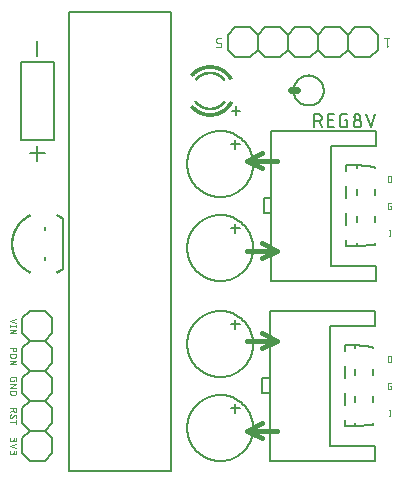
<source format=gbr>
G04 EAGLE Gerber RS-274X export*
G75*
%MOMM*%
%FSLAX34Y34*%
%LPD*%
%INSilkscreen Top*%
%IPPOS*%
%AMOC8*
5,1,8,0,0,1.08239X$1,22.5*%
G01*
%ADD10C,0.076200*%
%ADD11C,0.050800*%
%ADD12C,0.406400*%
%ADD13C,0.127000*%
%ADD14C,0.152400*%
%ADD15C,0.012700*%
%ADD16C,0.609600*%
%ADD17C,0.015238*%
%ADD18C,0.025400*%


D10*
X206516Y370713D02*
X204061Y370713D01*
X203981Y370711D01*
X203901Y370705D01*
X203821Y370695D01*
X203742Y370682D01*
X203663Y370664D01*
X203586Y370643D01*
X203510Y370617D01*
X203435Y370588D01*
X203361Y370556D01*
X203289Y370520D01*
X203219Y370480D01*
X203152Y370437D01*
X203086Y370391D01*
X203023Y370341D01*
X202962Y370289D01*
X202903Y370234D01*
X202848Y370175D01*
X202796Y370115D01*
X202746Y370051D01*
X202700Y369986D01*
X202657Y369918D01*
X202617Y369848D01*
X202581Y369776D01*
X202549Y369702D01*
X202520Y369628D01*
X202495Y369551D01*
X202473Y369474D01*
X202455Y369395D01*
X202442Y369316D01*
X202432Y369237D01*
X202426Y369156D01*
X202424Y369076D01*
X202424Y368258D01*
X202426Y368180D01*
X202431Y368102D01*
X202441Y368025D01*
X202454Y367948D01*
X202470Y367872D01*
X202490Y367797D01*
X202514Y367723D01*
X202541Y367650D01*
X202572Y367578D01*
X202606Y367508D01*
X202643Y367440D01*
X202684Y367373D01*
X202728Y367308D01*
X202774Y367246D01*
X202824Y367186D01*
X202876Y367128D01*
X202931Y367073D01*
X202989Y367021D01*
X203049Y366971D01*
X203111Y366925D01*
X203176Y366881D01*
X203243Y366840D01*
X203311Y366803D01*
X203381Y366769D01*
X203453Y366738D01*
X203526Y366711D01*
X203600Y366687D01*
X203675Y366667D01*
X203751Y366651D01*
X203828Y366638D01*
X203905Y366628D01*
X203983Y366623D01*
X204061Y366621D01*
X206516Y366621D01*
X206516Y363347D01*
X202424Y363347D01*
X346710Y363347D02*
X348756Y364984D01*
X346710Y363347D02*
X346710Y370713D01*
X348756Y370713D02*
X344664Y370713D01*
D11*
X33274Y57455D02*
X27686Y57455D01*
X33274Y57455D02*
X33274Y55903D01*
X33272Y55826D01*
X33266Y55748D01*
X33257Y55672D01*
X33243Y55595D01*
X33226Y55520D01*
X33205Y55446D01*
X33180Y55372D01*
X33152Y55300D01*
X33120Y55230D01*
X33085Y55161D01*
X33046Y55094D01*
X33004Y55029D01*
X32959Y54966D01*
X32911Y54905D01*
X32860Y54847D01*
X32806Y54792D01*
X32749Y54739D01*
X32690Y54690D01*
X32628Y54643D01*
X32564Y54599D01*
X32498Y54559D01*
X32430Y54522D01*
X32360Y54488D01*
X32289Y54458D01*
X32216Y54432D01*
X32142Y54409D01*
X32067Y54390D01*
X31992Y54375D01*
X31915Y54363D01*
X31838Y54355D01*
X31761Y54351D01*
X31683Y54351D01*
X31606Y54355D01*
X31529Y54363D01*
X31452Y54375D01*
X31377Y54390D01*
X31302Y54409D01*
X31228Y54432D01*
X31155Y54458D01*
X31084Y54488D01*
X31014Y54522D01*
X30946Y54559D01*
X30880Y54599D01*
X30816Y54643D01*
X30754Y54690D01*
X30695Y54739D01*
X30638Y54792D01*
X30584Y54847D01*
X30533Y54905D01*
X30485Y54966D01*
X30440Y55029D01*
X30398Y55094D01*
X30359Y55161D01*
X30324Y55230D01*
X30292Y55300D01*
X30264Y55372D01*
X30239Y55446D01*
X30218Y55520D01*
X30201Y55595D01*
X30187Y55672D01*
X30178Y55748D01*
X30172Y55826D01*
X30170Y55903D01*
X30170Y57455D01*
X30170Y55592D02*
X27686Y54350D01*
X27686Y50325D02*
X27688Y50255D01*
X27694Y50186D01*
X27704Y50117D01*
X27717Y50049D01*
X27735Y49981D01*
X27756Y49915D01*
X27781Y49850D01*
X27809Y49786D01*
X27841Y49724D01*
X27876Y49664D01*
X27915Y49606D01*
X27957Y49551D01*
X28002Y49497D01*
X28050Y49447D01*
X28100Y49399D01*
X28154Y49354D01*
X28209Y49312D01*
X28267Y49273D01*
X28327Y49238D01*
X28389Y49206D01*
X28453Y49178D01*
X28518Y49153D01*
X28584Y49132D01*
X28652Y49114D01*
X28720Y49101D01*
X28789Y49091D01*
X28858Y49085D01*
X28928Y49083D01*
X27686Y50325D02*
X27688Y50424D01*
X27693Y50522D01*
X27703Y50620D01*
X27716Y50718D01*
X27732Y50815D01*
X27752Y50912D01*
X27776Y51007D01*
X27804Y51102D01*
X27835Y51196D01*
X27869Y51288D01*
X27907Y51379D01*
X27948Y51469D01*
X27993Y51557D01*
X28041Y51643D01*
X28092Y51727D01*
X28146Y51809D01*
X28204Y51890D01*
X28264Y51968D01*
X28327Y52043D01*
X28393Y52117D01*
X28462Y52187D01*
X32032Y52032D02*
X32102Y52030D01*
X32171Y52024D01*
X32240Y52014D01*
X32308Y52001D01*
X32376Y51983D01*
X32442Y51962D01*
X32507Y51937D01*
X32571Y51909D01*
X32633Y51877D01*
X32693Y51842D01*
X32751Y51803D01*
X32806Y51761D01*
X32860Y51716D01*
X32910Y51668D01*
X32958Y51618D01*
X33003Y51564D01*
X33045Y51509D01*
X33084Y51451D01*
X33119Y51391D01*
X33151Y51329D01*
X33179Y51265D01*
X33204Y51200D01*
X33225Y51134D01*
X33243Y51066D01*
X33256Y50998D01*
X33266Y50929D01*
X33272Y50860D01*
X33274Y50790D01*
X33272Y50696D01*
X33266Y50603D01*
X33257Y50510D01*
X33244Y50417D01*
X33227Y50325D01*
X33207Y50234D01*
X33182Y50143D01*
X33155Y50054D01*
X33123Y49966D01*
X33088Y49879D01*
X33050Y49793D01*
X33008Y49710D01*
X32963Y49627D01*
X32915Y49547D01*
X32863Y49469D01*
X32808Y49393D01*
X30946Y51411D02*
X30982Y51470D01*
X31022Y51526D01*
X31065Y51580D01*
X31110Y51632D01*
X31159Y51681D01*
X31210Y51727D01*
X31263Y51770D01*
X31319Y51811D01*
X31377Y51848D01*
X31437Y51883D01*
X31498Y51913D01*
X31561Y51941D01*
X31626Y51965D01*
X31692Y51985D01*
X31759Y52002D01*
X31826Y52015D01*
X31894Y52024D01*
X31963Y52030D01*
X32032Y52032D01*
X30014Y49704D02*
X29978Y49645D01*
X29938Y49589D01*
X29895Y49535D01*
X29850Y49483D01*
X29801Y49434D01*
X29750Y49388D01*
X29697Y49345D01*
X29641Y49304D01*
X29583Y49267D01*
X29524Y49232D01*
X29462Y49202D01*
X29399Y49174D01*
X29334Y49150D01*
X29268Y49130D01*
X29201Y49113D01*
X29134Y49100D01*
X29066Y49091D01*
X28997Y49085D01*
X28928Y49083D01*
X30014Y49704D02*
X30946Y51411D01*
X33274Y45697D02*
X27686Y45697D01*
X33274Y47250D02*
X33274Y44145D01*
X30790Y80500D02*
X30790Y81431D01*
X30790Y80500D02*
X27686Y80500D01*
X27686Y82363D01*
X27688Y82433D01*
X27694Y82502D01*
X27704Y82571D01*
X27717Y82639D01*
X27735Y82707D01*
X27756Y82773D01*
X27781Y82838D01*
X27809Y82902D01*
X27841Y82964D01*
X27876Y83024D01*
X27915Y83082D01*
X27957Y83137D01*
X28002Y83191D01*
X28050Y83241D01*
X28100Y83289D01*
X28154Y83334D01*
X28209Y83376D01*
X28267Y83415D01*
X28327Y83450D01*
X28389Y83482D01*
X28453Y83510D01*
X28518Y83535D01*
X28584Y83556D01*
X28652Y83574D01*
X28720Y83587D01*
X28789Y83597D01*
X28858Y83603D01*
X28928Y83605D01*
X28928Y83604D02*
X32032Y83604D01*
X32032Y83605D02*
X32102Y83603D01*
X32171Y83597D01*
X32240Y83587D01*
X32308Y83574D01*
X32376Y83556D01*
X32442Y83535D01*
X32507Y83510D01*
X32571Y83482D01*
X32633Y83450D01*
X32693Y83415D01*
X32751Y83376D01*
X32806Y83334D01*
X32860Y83289D01*
X32910Y83241D01*
X32958Y83191D01*
X33003Y83137D01*
X33045Y83082D01*
X33084Y83024D01*
X33119Y82964D01*
X33151Y82902D01*
X33179Y82838D01*
X33204Y82773D01*
X33225Y82707D01*
X33243Y82639D01*
X33256Y82571D01*
X33266Y82502D01*
X33272Y82433D01*
X33274Y82363D01*
X33274Y80500D01*
X33274Y77752D02*
X27686Y77752D01*
X27686Y74648D02*
X33274Y77752D01*
X33274Y74648D02*
X27686Y74648D01*
X27686Y71900D02*
X33274Y71900D01*
X33274Y70348D01*
X33272Y70272D01*
X33267Y70196D01*
X33257Y70120D01*
X33244Y70045D01*
X33227Y69971D01*
X33207Y69897D01*
X33183Y69825D01*
X33156Y69754D01*
X33125Y69684D01*
X33091Y69616D01*
X33053Y69550D01*
X33012Y69486D01*
X32969Y69423D01*
X32922Y69363D01*
X32872Y69306D01*
X32819Y69251D01*
X32764Y69198D01*
X32707Y69148D01*
X32647Y69101D01*
X32584Y69058D01*
X32520Y69017D01*
X32454Y68979D01*
X32386Y68945D01*
X32316Y68914D01*
X32245Y68887D01*
X32172Y68863D01*
X32099Y68843D01*
X32025Y68826D01*
X31950Y68813D01*
X31874Y68803D01*
X31798Y68798D01*
X31722Y68796D01*
X29238Y68796D01*
X29162Y68798D01*
X29086Y68803D01*
X29010Y68813D01*
X28935Y68826D01*
X28861Y68843D01*
X28787Y68863D01*
X28715Y68887D01*
X28644Y68914D01*
X28574Y68945D01*
X28506Y68979D01*
X28440Y69017D01*
X28376Y69058D01*
X28313Y69101D01*
X28253Y69148D01*
X28196Y69198D01*
X28141Y69251D01*
X28088Y69306D01*
X28038Y69363D01*
X27991Y69423D01*
X27948Y69486D01*
X27907Y69550D01*
X27869Y69616D01*
X27835Y69684D01*
X27804Y69754D01*
X27777Y69825D01*
X27753Y69897D01*
X27733Y69971D01*
X27716Y70045D01*
X27703Y70120D01*
X27693Y70196D01*
X27688Y70272D01*
X27686Y70348D01*
X27686Y71900D01*
X27686Y108597D02*
X33274Y108597D01*
X33274Y107045D01*
X33272Y106968D01*
X33266Y106890D01*
X33257Y106814D01*
X33243Y106737D01*
X33226Y106662D01*
X33205Y106588D01*
X33180Y106514D01*
X33152Y106442D01*
X33120Y106372D01*
X33085Y106303D01*
X33046Y106236D01*
X33004Y106171D01*
X32959Y106108D01*
X32911Y106047D01*
X32860Y105989D01*
X32806Y105934D01*
X32749Y105881D01*
X32690Y105832D01*
X32628Y105785D01*
X32564Y105741D01*
X32498Y105701D01*
X32430Y105664D01*
X32360Y105630D01*
X32289Y105600D01*
X32216Y105574D01*
X32142Y105551D01*
X32067Y105532D01*
X31992Y105517D01*
X31915Y105505D01*
X31838Y105497D01*
X31761Y105493D01*
X31683Y105493D01*
X31606Y105497D01*
X31529Y105505D01*
X31452Y105517D01*
X31377Y105532D01*
X31302Y105551D01*
X31228Y105574D01*
X31155Y105600D01*
X31084Y105630D01*
X31014Y105664D01*
X30946Y105701D01*
X30880Y105741D01*
X30816Y105785D01*
X30754Y105832D01*
X30695Y105881D01*
X30638Y105934D01*
X30584Y105989D01*
X30533Y106047D01*
X30485Y106108D01*
X30440Y106171D01*
X30398Y106236D01*
X30359Y106303D01*
X30324Y106372D01*
X30292Y106442D01*
X30264Y106514D01*
X30239Y106588D01*
X30218Y106662D01*
X30201Y106737D01*
X30187Y106814D01*
X30178Y106890D01*
X30172Y106968D01*
X30170Y107045D01*
X30170Y108597D01*
X29238Y103377D02*
X31722Y103377D01*
X31722Y103376D02*
X31799Y103374D01*
X31877Y103368D01*
X31953Y103359D01*
X32030Y103345D01*
X32105Y103328D01*
X32179Y103307D01*
X32253Y103282D01*
X32325Y103254D01*
X32395Y103222D01*
X32464Y103187D01*
X32531Y103148D01*
X32596Y103106D01*
X32659Y103061D01*
X32720Y103013D01*
X32778Y102962D01*
X32833Y102908D01*
X32886Y102851D01*
X32935Y102792D01*
X32982Y102730D01*
X33026Y102666D01*
X33066Y102600D01*
X33103Y102532D01*
X33137Y102462D01*
X33167Y102391D01*
X33193Y102318D01*
X33216Y102244D01*
X33235Y102169D01*
X33250Y102094D01*
X33262Y102017D01*
X33270Y101940D01*
X33274Y101863D01*
X33274Y101785D01*
X33270Y101708D01*
X33262Y101631D01*
X33250Y101554D01*
X33235Y101479D01*
X33216Y101404D01*
X33193Y101330D01*
X33167Y101257D01*
X33137Y101186D01*
X33103Y101116D01*
X33066Y101048D01*
X33026Y100982D01*
X32982Y100918D01*
X32935Y100856D01*
X32886Y100797D01*
X32833Y100740D01*
X32778Y100686D01*
X32720Y100635D01*
X32659Y100587D01*
X32596Y100542D01*
X32531Y100500D01*
X32464Y100461D01*
X32395Y100426D01*
X32325Y100394D01*
X32253Y100366D01*
X32179Y100341D01*
X32105Y100320D01*
X32030Y100303D01*
X31953Y100289D01*
X31877Y100280D01*
X31799Y100274D01*
X31722Y100272D01*
X29238Y100272D01*
X29161Y100274D01*
X29083Y100280D01*
X29007Y100289D01*
X28930Y100303D01*
X28855Y100320D01*
X28781Y100341D01*
X28707Y100366D01*
X28635Y100394D01*
X28565Y100426D01*
X28496Y100461D01*
X28429Y100500D01*
X28364Y100542D01*
X28301Y100587D01*
X28240Y100635D01*
X28182Y100686D01*
X28127Y100740D01*
X28074Y100797D01*
X28025Y100856D01*
X27978Y100918D01*
X27934Y100982D01*
X27894Y101048D01*
X27857Y101116D01*
X27823Y101186D01*
X27793Y101257D01*
X27767Y101330D01*
X27744Y101404D01*
X27725Y101479D01*
X27710Y101554D01*
X27698Y101631D01*
X27690Y101708D01*
X27686Y101785D01*
X27686Y101863D01*
X27690Y101940D01*
X27698Y102017D01*
X27710Y102094D01*
X27725Y102169D01*
X27744Y102244D01*
X27767Y102318D01*
X27793Y102391D01*
X27823Y102462D01*
X27857Y102532D01*
X27894Y102600D01*
X27934Y102666D01*
X27978Y102730D01*
X28025Y102792D01*
X28074Y102851D01*
X28127Y102908D01*
X28182Y102962D01*
X28240Y103013D01*
X28301Y103061D01*
X28364Y103106D01*
X28429Y103148D01*
X28496Y103187D01*
X28565Y103222D01*
X28635Y103254D01*
X28707Y103282D01*
X28781Y103307D01*
X28855Y103328D01*
X28930Y103345D01*
X29007Y103359D01*
X29083Y103368D01*
X29161Y103374D01*
X29238Y103376D01*
X27686Y97707D02*
X33274Y97707D01*
X27686Y94603D01*
X33274Y94603D01*
X27686Y131325D02*
X33274Y133188D01*
X33274Y129463D02*
X27686Y131325D01*
X27686Y126936D02*
X33274Y126936D01*
X27686Y127557D02*
X27686Y126315D01*
X33274Y126315D02*
X33274Y127557D01*
X33274Y123916D02*
X27686Y123916D01*
X27686Y120812D02*
X33274Y123916D01*
X33274Y120812D02*
X27686Y120812D01*
X27686Y32439D02*
X27686Y30886D01*
X27688Y30809D01*
X27694Y30731D01*
X27703Y30655D01*
X27717Y30578D01*
X27734Y30503D01*
X27755Y30429D01*
X27780Y30355D01*
X27808Y30283D01*
X27840Y30213D01*
X27875Y30144D01*
X27914Y30077D01*
X27956Y30012D01*
X28001Y29949D01*
X28049Y29888D01*
X28100Y29830D01*
X28154Y29775D01*
X28211Y29722D01*
X28270Y29673D01*
X28332Y29626D01*
X28396Y29582D01*
X28462Y29542D01*
X28530Y29505D01*
X28600Y29471D01*
X28671Y29441D01*
X28744Y29415D01*
X28818Y29392D01*
X28893Y29373D01*
X28968Y29358D01*
X29045Y29346D01*
X29122Y29338D01*
X29199Y29334D01*
X29277Y29334D01*
X29354Y29338D01*
X29431Y29346D01*
X29508Y29358D01*
X29583Y29373D01*
X29658Y29392D01*
X29732Y29415D01*
X29805Y29441D01*
X29876Y29471D01*
X29946Y29505D01*
X30014Y29542D01*
X30080Y29582D01*
X30144Y29626D01*
X30206Y29673D01*
X30265Y29722D01*
X30322Y29775D01*
X30376Y29830D01*
X30427Y29888D01*
X30475Y29949D01*
X30520Y30012D01*
X30562Y30077D01*
X30601Y30144D01*
X30636Y30213D01*
X30668Y30283D01*
X30696Y30355D01*
X30721Y30429D01*
X30742Y30503D01*
X30759Y30578D01*
X30773Y30655D01*
X30782Y30731D01*
X30788Y30809D01*
X30790Y30886D01*
X33274Y30576D02*
X33274Y32439D01*
X33274Y30576D02*
X33272Y30506D01*
X33266Y30437D01*
X33256Y30368D01*
X33243Y30300D01*
X33225Y30232D01*
X33204Y30166D01*
X33179Y30101D01*
X33151Y30037D01*
X33119Y29975D01*
X33084Y29915D01*
X33045Y29857D01*
X33003Y29802D01*
X32958Y29748D01*
X32910Y29698D01*
X32860Y29650D01*
X32806Y29605D01*
X32751Y29563D01*
X32693Y29524D01*
X32633Y29489D01*
X32571Y29457D01*
X32507Y29429D01*
X32442Y29404D01*
X32376Y29383D01*
X32308Y29365D01*
X32240Y29352D01*
X32171Y29342D01*
X32102Y29336D01*
X32032Y29334D01*
X31962Y29336D01*
X31893Y29342D01*
X31824Y29352D01*
X31756Y29365D01*
X31688Y29383D01*
X31622Y29404D01*
X31557Y29429D01*
X31493Y29457D01*
X31431Y29489D01*
X31371Y29524D01*
X31313Y29563D01*
X31258Y29605D01*
X31204Y29650D01*
X31154Y29698D01*
X31106Y29748D01*
X31061Y29802D01*
X31019Y29857D01*
X30980Y29915D01*
X30945Y29975D01*
X30913Y30037D01*
X30885Y30101D01*
X30860Y30166D01*
X30839Y30232D01*
X30821Y30300D01*
X30808Y30368D01*
X30798Y30437D01*
X30792Y30506D01*
X30790Y30576D01*
X30790Y31818D01*
X33274Y27263D02*
X27686Y25400D01*
X33274Y23537D01*
X27686Y21466D02*
X27686Y19914D01*
X27688Y19837D01*
X27694Y19759D01*
X27703Y19683D01*
X27717Y19606D01*
X27734Y19531D01*
X27755Y19457D01*
X27780Y19383D01*
X27808Y19311D01*
X27840Y19241D01*
X27875Y19172D01*
X27914Y19105D01*
X27956Y19040D01*
X28001Y18977D01*
X28049Y18916D01*
X28100Y18858D01*
X28154Y18803D01*
X28211Y18750D01*
X28270Y18701D01*
X28332Y18654D01*
X28396Y18610D01*
X28462Y18570D01*
X28530Y18533D01*
X28600Y18499D01*
X28671Y18469D01*
X28744Y18443D01*
X28818Y18420D01*
X28893Y18401D01*
X28968Y18386D01*
X29045Y18374D01*
X29122Y18366D01*
X29199Y18362D01*
X29277Y18362D01*
X29354Y18366D01*
X29431Y18374D01*
X29508Y18386D01*
X29583Y18401D01*
X29658Y18420D01*
X29732Y18443D01*
X29805Y18469D01*
X29876Y18499D01*
X29946Y18533D01*
X30014Y18570D01*
X30080Y18610D01*
X30144Y18654D01*
X30206Y18701D01*
X30265Y18750D01*
X30322Y18803D01*
X30376Y18858D01*
X30427Y18916D01*
X30475Y18977D01*
X30520Y19040D01*
X30562Y19105D01*
X30601Y19172D01*
X30636Y19241D01*
X30668Y19311D01*
X30696Y19383D01*
X30721Y19457D01*
X30742Y19531D01*
X30759Y19606D01*
X30773Y19683D01*
X30782Y19759D01*
X30788Y19837D01*
X30790Y19914D01*
X33274Y19603D02*
X33274Y21466D01*
X33274Y19603D02*
X33272Y19533D01*
X33266Y19464D01*
X33256Y19395D01*
X33243Y19327D01*
X33225Y19259D01*
X33204Y19193D01*
X33179Y19128D01*
X33151Y19064D01*
X33119Y19002D01*
X33084Y18942D01*
X33045Y18884D01*
X33003Y18829D01*
X32958Y18775D01*
X32910Y18725D01*
X32860Y18677D01*
X32806Y18632D01*
X32751Y18590D01*
X32693Y18551D01*
X32633Y18516D01*
X32571Y18484D01*
X32507Y18456D01*
X32442Y18431D01*
X32376Y18410D01*
X32308Y18392D01*
X32240Y18379D01*
X32171Y18369D01*
X32102Y18363D01*
X32032Y18361D01*
X31962Y18363D01*
X31893Y18369D01*
X31824Y18379D01*
X31756Y18392D01*
X31688Y18410D01*
X31622Y18431D01*
X31557Y18456D01*
X31493Y18484D01*
X31431Y18516D01*
X31371Y18551D01*
X31313Y18590D01*
X31258Y18632D01*
X31204Y18677D01*
X31154Y18725D01*
X31106Y18775D01*
X31061Y18829D01*
X31019Y18884D01*
X30980Y18942D01*
X30945Y19002D01*
X30913Y19064D01*
X30885Y19128D01*
X30860Y19193D01*
X30839Y19259D01*
X30821Y19327D01*
X30808Y19395D01*
X30798Y19464D01*
X30792Y19533D01*
X30790Y19603D01*
X30790Y20845D01*
D12*
X228600Y266700D02*
X254000Y266700D01*
X254000Y190500D02*
X228600Y190500D01*
X228600Y266700D02*
X241300Y273050D01*
X241300Y260350D02*
X228600Y266700D01*
X241300Y196850D02*
X254000Y190500D01*
X241300Y184150D01*
X228600Y114300D02*
X254000Y114300D01*
X254000Y38100D02*
X228600Y38100D01*
X254000Y114300D02*
X241300Y120650D01*
X241300Y107950D02*
X254000Y114300D01*
X241300Y44450D02*
X228600Y38100D01*
X241300Y31750D01*
D11*
X349250Y50546D02*
X349250Y56134D01*
X348629Y50546D02*
X349871Y50546D01*
X349871Y56134D02*
X348629Y56134D01*
X347698Y97818D02*
X347698Y100302D01*
X347700Y100379D01*
X347706Y100457D01*
X347715Y100533D01*
X347729Y100610D01*
X347746Y100685D01*
X347767Y100759D01*
X347792Y100833D01*
X347820Y100905D01*
X347852Y100975D01*
X347887Y101044D01*
X347926Y101111D01*
X347968Y101176D01*
X348013Y101239D01*
X348061Y101300D01*
X348112Y101358D01*
X348166Y101413D01*
X348223Y101466D01*
X348282Y101515D01*
X348344Y101562D01*
X348408Y101606D01*
X348474Y101646D01*
X348542Y101683D01*
X348612Y101717D01*
X348683Y101747D01*
X348756Y101773D01*
X348830Y101796D01*
X348905Y101815D01*
X348980Y101830D01*
X349057Y101842D01*
X349134Y101850D01*
X349211Y101854D01*
X349289Y101854D01*
X349366Y101850D01*
X349443Y101842D01*
X349520Y101830D01*
X349595Y101815D01*
X349670Y101796D01*
X349744Y101773D01*
X349817Y101747D01*
X349888Y101717D01*
X349958Y101683D01*
X350026Y101646D01*
X350092Y101606D01*
X350156Y101562D01*
X350218Y101515D01*
X350277Y101466D01*
X350334Y101413D01*
X350388Y101358D01*
X350439Y101300D01*
X350487Y101239D01*
X350532Y101176D01*
X350574Y101111D01*
X350613Y101044D01*
X350648Y100975D01*
X350680Y100905D01*
X350708Y100833D01*
X350733Y100759D01*
X350754Y100685D01*
X350771Y100610D01*
X350785Y100533D01*
X350794Y100457D01*
X350800Y100379D01*
X350802Y100302D01*
X350802Y97818D01*
X350800Y97741D01*
X350794Y97663D01*
X350785Y97587D01*
X350771Y97510D01*
X350754Y97435D01*
X350733Y97361D01*
X350708Y97287D01*
X350680Y97215D01*
X350648Y97145D01*
X350613Y97076D01*
X350574Y97009D01*
X350532Y96944D01*
X350487Y96881D01*
X350439Y96820D01*
X350388Y96762D01*
X350334Y96707D01*
X350277Y96654D01*
X350218Y96605D01*
X350156Y96558D01*
X350092Y96514D01*
X350026Y96474D01*
X349958Y96437D01*
X349888Y96403D01*
X349817Y96373D01*
X349744Y96347D01*
X349670Y96324D01*
X349595Y96305D01*
X349520Y96290D01*
X349443Y96278D01*
X349366Y96270D01*
X349289Y96266D01*
X349211Y96266D01*
X349134Y96270D01*
X349057Y96278D01*
X348980Y96290D01*
X348905Y96305D01*
X348830Y96324D01*
X348756Y96347D01*
X348683Y96373D01*
X348612Y96403D01*
X348542Y96437D01*
X348474Y96474D01*
X348408Y96514D01*
X348344Y96558D01*
X348282Y96605D01*
X348223Y96654D01*
X348166Y96707D01*
X348112Y96762D01*
X348061Y96820D01*
X348013Y96881D01*
X347968Y96944D01*
X347926Y97009D01*
X347887Y97076D01*
X347852Y97145D01*
X347820Y97215D01*
X347792Y97287D01*
X347767Y97361D01*
X347746Y97435D01*
X347729Y97510D01*
X347715Y97587D01*
X347706Y97663D01*
X347700Y97741D01*
X347698Y97818D01*
X349871Y76510D02*
X350802Y76510D01*
X350802Y73406D01*
X348940Y73406D01*
X348870Y73408D01*
X348801Y73414D01*
X348732Y73424D01*
X348664Y73437D01*
X348596Y73455D01*
X348530Y73476D01*
X348465Y73501D01*
X348401Y73529D01*
X348339Y73561D01*
X348279Y73596D01*
X348221Y73635D01*
X348166Y73677D01*
X348112Y73722D01*
X348062Y73770D01*
X348014Y73820D01*
X347969Y73874D01*
X347927Y73929D01*
X347888Y73987D01*
X347853Y74047D01*
X347821Y74109D01*
X347793Y74173D01*
X347768Y74238D01*
X347747Y74304D01*
X347729Y74372D01*
X347716Y74440D01*
X347706Y74509D01*
X347700Y74578D01*
X347698Y74648D01*
X347698Y77752D01*
X347700Y77822D01*
X347706Y77891D01*
X347716Y77960D01*
X347729Y78028D01*
X347747Y78096D01*
X347768Y78162D01*
X347793Y78227D01*
X347821Y78291D01*
X347853Y78353D01*
X347888Y78413D01*
X347927Y78471D01*
X347969Y78526D01*
X348014Y78580D01*
X348062Y78630D01*
X348112Y78678D01*
X348166Y78723D01*
X348221Y78765D01*
X348279Y78804D01*
X348339Y78839D01*
X348401Y78871D01*
X348465Y78899D01*
X348530Y78924D01*
X348596Y78945D01*
X348664Y78963D01*
X348732Y78976D01*
X348801Y78986D01*
X348870Y78992D01*
X348940Y78994D01*
X350802Y78994D01*
X350802Y228910D02*
X349871Y228910D01*
X350802Y228910D02*
X350802Y225806D01*
X348940Y225806D01*
X348870Y225808D01*
X348801Y225814D01*
X348732Y225824D01*
X348664Y225837D01*
X348596Y225855D01*
X348530Y225876D01*
X348465Y225901D01*
X348401Y225929D01*
X348339Y225961D01*
X348279Y225996D01*
X348221Y226035D01*
X348166Y226077D01*
X348112Y226122D01*
X348062Y226170D01*
X348014Y226220D01*
X347969Y226274D01*
X347927Y226329D01*
X347888Y226387D01*
X347853Y226447D01*
X347821Y226509D01*
X347793Y226573D01*
X347768Y226638D01*
X347747Y226704D01*
X347729Y226772D01*
X347716Y226840D01*
X347706Y226909D01*
X347700Y226978D01*
X347698Y227048D01*
X347698Y230152D01*
X347700Y230222D01*
X347706Y230291D01*
X347716Y230360D01*
X347729Y230428D01*
X347747Y230496D01*
X347768Y230562D01*
X347793Y230627D01*
X347821Y230691D01*
X347853Y230753D01*
X347888Y230813D01*
X347927Y230871D01*
X347969Y230926D01*
X348014Y230980D01*
X348062Y231030D01*
X348112Y231078D01*
X348166Y231123D01*
X348221Y231165D01*
X348279Y231204D01*
X348339Y231239D01*
X348401Y231271D01*
X348465Y231299D01*
X348530Y231324D01*
X348596Y231345D01*
X348664Y231363D01*
X348732Y231376D01*
X348801Y231386D01*
X348870Y231392D01*
X348940Y231394D01*
X350802Y231394D01*
X347698Y250218D02*
X347698Y252702D01*
X347700Y252779D01*
X347706Y252857D01*
X347715Y252933D01*
X347729Y253010D01*
X347746Y253085D01*
X347767Y253159D01*
X347792Y253233D01*
X347820Y253305D01*
X347852Y253375D01*
X347887Y253444D01*
X347926Y253511D01*
X347968Y253576D01*
X348013Y253639D01*
X348061Y253700D01*
X348112Y253758D01*
X348166Y253813D01*
X348223Y253866D01*
X348282Y253915D01*
X348344Y253962D01*
X348408Y254006D01*
X348474Y254046D01*
X348542Y254083D01*
X348612Y254117D01*
X348683Y254147D01*
X348756Y254173D01*
X348830Y254196D01*
X348905Y254215D01*
X348980Y254230D01*
X349057Y254242D01*
X349134Y254250D01*
X349211Y254254D01*
X349289Y254254D01*
X349366Y254250D01*
X349443Y254242D01*
X349520Y254230D01*
X349595Y254215D01*
X349670Y254196D01*
X349744Y254173D01*
X349817Y254147D01*
X349888Y254117D01*
X349958Y254083D01*
X350026Y254046D01*
X350092Y254006D01*
X350156Y253962D01*
X350218Y253915D01*
X350277Y253866D01*
X350334Y253813D01*
X350388Y253758D01*
X350439Y253700D01*
X350487Y253639D01*
X350532Y253576D01*
X350574Y253511D01*
X350613Y253444D01*
X350648Y253375D01*
X350680Y253305D01*
X350708Y253233D01*
X350733Y253159D01*
X350754Y253085D01*
X350771Y253010D01*
X350785Y252933D01*
X350794Y252857D01*
X350800Y252779D01*
X350802Y252702D01*
X350802Y250218D01*
X350800Y250141D01*
X350794Y250063D01*
X350785Y249987D01*
X350771Y249910D01*
X350754Y249835D01*
X350733Y249761D01*
X350708Y249687D01*
X350680Y249615D01*
X350648Y249545D01*
X350613Y249476D01*
X350574Y249409D01*
X350532Y249344D01*
X350487Y249281D01*
X350439Y249220D01*
X350388Y249162D01*
X350334Y249107D01*
X350277Y249054D01*
X350218Y249005D01*
X350156Y248958D01*
X350092Y248914D01*
X350026Y248874D01*
X349958Y248837D01*
X349888Y248803D01*
X349817Y248773D01*
X349744Y248747D01*
X349670Y248724D01*
X349595Y248705D01*
X349520Y248690D01*
X349443Y248678D01*
X349366Y248670D01*
X349289Y248666D01*
X349211Y248666D01*
X349134Y248670D01*
X349057Y248678D01*
X348980Y248690D01*
X348905Y248705D01*
X348830Y248724D01*
X348756Y248747D01*
X348683Y248773D01*
X348612Y248803D01*
X348542Y248837D01*
X348474Y248874D01*
X348408Y248914D01*
X348344Y248958D01*
X348282Y249005D01*
X348223Y249054D01*
X348166Y249107D01*
X348112Y249162D01*
X348061Y249220D01*
X348013Y249281D01*
X347968Y249344D01*
X347926Y249409D01*
X347887Y249476D01*
X347852Y249545D01*
X347820Y249615D01*
X347792Y249687D01*
X347767Y249761D01*
X347746Y249835D01*
X347729Y249910D01*
X347715Y249987D01*
X347706Y250063D01*
X347700Y250141D01*
X347698Y250218D01*
X349250Y208534D02*
X349250Y202946D01*
X348629Y202946D02*
X349871Y202946D01*
X349871Y208534D02*
X348629Y208534D01*
D13*
X77470Y392430D02*
X77470Y4430D01*
X164470Y4430D01*
X164470Y392430D01*
X77470Y392430D01*
D14*
X218440Y213360D02*
X218440Y209550D01*
X214630Y209550D01*
X218440Y209550D02*
X218440Y205740D01*
X218440Y209550D02*
X222250Y209550D01*
X177800Y193040D02*
X177808Y193726D01*
X177834Y194411D01*
X177876Y195095D01*
X177935Y195779D01*
X178010Y196460D01*
X178102Y197140D01*
X178211Y197817D01*
X178337Y198491D01*
X178479Y199162D01*
X178637Y199829D01*
X178812Y200492D01*
X179003Y201151D01*
X179210Y201804D01*
X179433Y202453D01*
X179672Y203095D01*
X179927Y203732D01*
X180197Y204362D01*
X180483Y204986D01*
X180783Y205602D01*
X181099Y206211D01*
X181430Y206812D01*
X181775Y207404D01*
X182135Y207988D01*
X182509Y208563D01*
X182897Y209128D01*
X183298Y209684D01*
X183714Y210230D01*
X184142Y210765D01*
X184584Y211290D01*
X185038Y211803D01*
X185505Y212306D01*
X185983Y212797D01*
X186474Y213275D01*
X186977Y213742D01*
X187490Y214196D01*
X188015Y214638D01*
X188550Y215066D01*
X189096Y215482D01*
X189652Y215883D01*
X190217Y216271D01*
X190792Y216645D01*
X191376Y217005D01*
X191968Y217350D01*
X192569Y217681D01*
X193178Y217997D01*
X193794Y218297D01*
X194418Y218583D01*
X195048Y218853D01*
X195685Y219108D01*
X196327Y219347D01*
X196976Y219570D01*
X197629Y219777D01*
X198288Y219968D01*
X198951Y220143D01*
X199618Y220301D01*
X200289Y220443D01*
X200963Y220569D01*
X201640Y220678D01*
X202320Y220770D01*
X203001Y220845D01*
X203685Y220904D01*
X204369Y220946D01*
X205054Y220972D01*
X205740Y220980D01*
X206426Y220972D01*
X207111Y220946D01*
X207795Y220904D01*
X208479Y220845D01*
X209160Y220770D01*
X209840Y220678D01*
X210517Y220569D01*
X211191Y220443D01*
X211862Y220301D01*
X212529Y220143D01*
X213192Y219968D01*
X213851Y219777D01*
X214504Y219570D01*
X215153Y219347D01*
X215795Y219108D01*
X216432Y218853D01*
X217062Y218583D01*
X217686Y218297D01*
X218302Y217997D01*
X218911Y217681D01*
X219512Y217350D01*
X220104Y217005D01*
X220688Y216645D01*
X221263Y216271D01*
X221828Y215883D01*
X222384Y215482D01*
X222930Y215066D01*
X223465Y214638D01*
X223990Y214196D01*
X224503Y213742D01*
X225006Y213275D01*
X225497Y212797D01*
X225975Y212306D01*
X226442Y211803D01*
X226896Y211290D01*
X227338Y210765D01*
X227766Y210230D01*
X228182Y209684D01*
X228583Y209128D01*
X228971Y208563D01*
X229345Y207988D01*
X229705Y207404D01*
X230050Y206812D01*
X230381Y206211D01*
X230697Y205602D01*
X230997Y204986D01*
X231283Y204362D01*
X231553Y203732D01*
X231808Y203095D01*
X232047Y202453D01*
X232270Y201804D01*
X232477Y201151D01*
X232668Y200492D01*
X232843Y199829D01*
X233001Y199162D01*
X233143Y198491D01*
X233269Y197817D01*
X233378Y197140D01*
X233470Y196460D01*
X233545Y195779D01*
X233604Y195095D01*
X233646Y194411D01*
X233672Y193726D01*
X233680Y193040D01*
X233672Y192354D01*
X233646Y191669D01*
X233604Y190985D01*
X233545Y190301D01*
X233470Y189620D01*
X233378Y188940D01*
X233269Y188263D01*
X233143Y187589D01*
X233001Y186918D01*
X232843Y186251D01*
X232668Y185588D01*
X232477Y184929D01*
X232270Y184276D01*
X232047Y183627D01*
X231808Y182985D01*
X231553Y182348D01*
X231283Y181718D01*
X230997Y181094D01*
X230697Y180478D01*
X230381Y179869D01*
X230050Y179268D01*
X229705Y178676D01*
X229345Y178092D01*
X228971Y177517D01*
X228583Y176952D01*
X228182Y176396D01*
X227766Y175850D01*
X227338Y175315D01*
X226896Y174790D01*
X226442Y174277D01*
X225975Y173774D01*
X225497Y173283D01*
X225006Y172805D01*
X224503Y172338D01*
X223990Y171884D01*
X223465Y171442D01*
X222930Y171014D01*
X222384Y170598D01*
X221828Y170197D01*
X221263Y169809D01*
X220688Y169435D01*
X220104Y169075D01*
X219512Y168730D01*
X218911Y168399D01*
X218302Y168083D01*
X217686Y167783D01*
X217062Y167497D01*
X216432Y167227D01*
X215795Y166972D01*
X215153Y166733D01*
X214504Y166510D01*
X213851Y166303D01*
X213192Y166112D01*
X212529Y165937D01*
X211862Y165779D01*
X211191Y165637D01*
X210517Y165511D01*
X209840Y165402D01*
X209160Y165310D01*
X208479Y165235D01*
X207795Y165176D01*
X207111Y165134D01*
X206426Y165108D01*
X205740Y165100D01*
X205054Y165108D01*
X204369Y165134D01*
X203685Y165176D01*
X203001Y165235D01*
X202320Y165310D01*
X201640Y165402D01*
X200963Y165511D01*
X200289Y165637D01*
X199618Y165779D01*
X198951Y165937D01*
X198288Y166112D01*
X197629Y166303D01*
X196976Y166510D01*
X196327Y166733D01*
X195685Y166972D01*
X195048Y167227D01*
X194418Y167497D01*
X193794Y167783D01*
X193178Y168083D01*
X192569Y168399D01*
X191968Y168730D01*
X191376Y169075D01*
X190792Y169435D01*
X190217Y169809D01*
X189652Y170197D01*
X189096Y170598D01*
X188550Y171014D01*
X188015Y171442D01*
X187490Y171884D01*
X186977Y172338D01*
X186474Y172805D01*
X185983Y173283D01*
X185505Y173774D01*
X185038Y174277D01*
X184584Y174790D01*
X184142Y175315D01*
X183714Y175850D01*
X183298Y176396D01*
X182897Y176952D01*
X182509Y177517D01*
X182135Y178092D01*
X181775Y178676D01*
X181430Y179268D01*
X181099Y179869D01*
X180783Y180478D01*
X180483Y181094D01*
X180197Y181718D01*
X179927Y182348D01*
X179672Y182985D01*
X179433Y183627D01*
X179210Y184276D01*
X179003Y184929D01*
X178812Y185588D01*
X178637Y186251D01*
X178479Y186918D01*
X178337Y187589D01*
X178211Y188263D01*
X178102Y188940D01*
X178010Y189620D01*
X177935Y190301D01*
X177876Y190985D01*
X177834Y191669D01*
X177808Y192354D01*
X177800Y193040D01*
X218440Y280670D02*
X218440Y284480D01*
X218440Y280670D02*
X214630Y280670D01*
X218440Y280670D02*
X218440Y276860D01*
X218440Y280670D02*
X222250Y280670D01*
X177800Y264160D02*
X177808Y264846D01*
X177834Y265531D01*
X177876Y266215D01*
X177935Y266899D01*
X178010Y267580D01*
X178102Y268260D01*
X178211Y268937D01*
X178337Y269611D01*
X178479Y270282D01*
X178637Y270949D01*
X178812Y271612D01*
X179003Y272271D01*
X179210Y272924D01*
X179433Y273573D01*
X179672Y274215D01*
X179927Y274852D01*
X180197Y275482D01*
X180483Y276106D01*
X180783Y276722D01*
X181099Y277331D01*
X181430Y277932D01*
X181775Y278524D01*
X182135Y279108D01*
X182509Y279683D01*
X182897Y280248D01*
X183298Y280804D01*
X183714Y281350D01*
X184142Y281885D01*
X184584Y282410D01*
X185038Y282923D01*
X185505Y283426D01*
X185983Y283917D01*
X186474Y284395D01*
X186977Y284862D01*
X187490Y285316D01*
X188015Y285758D01*
X188550Y286186D01*
X189096Y286602D01*
X189652Y287003D01*
X190217Y287391D01*
X190792Y287765D01*
X191376Y288125D01*
X191968Y288470D01*
X192569Y288801D01*
X193178Y289117D01*
X193794Y289417D01*
X194418Y289703D01*
X195048Y289973D01*
X195685Y290228D01*
X196327Y290467D01*
X196976Y290690D01*
X197629Y290897D01*
X198288Y291088D01*
X198951Y291263D01*
X199618Y291421D01*
X200289Y291563D01*
X200963Y291689D01*
X201640Y291798D01*
X202320Y291890D01*
X203001Y291965D01*
X203685Y292024D01*
X204369Y292066D01*
X205054Y292092D01*
X205740Y292100D01*
X206426Y292092D01*
X207111Y292066D01*
X207795Y292024D01*
X208479Y291965D01*
X209160Y291890D01*
X209840Y291798D01*
X210517Y291689D01*
X211191Y291563D01*
X211862Y291421D01*
X212529Y291263D01*
X213192Y291088D01*
X213851Y290897D01*
X214504Y290690D01*
X215153Y290467D01*
X215795Y290228D01*
X216432Y289973D01*
X217062Y289703D01*
X217686Y289417D01*
X218302Y289117D01*
X218911Y288801D01*
X219512Y288470D01*
X220104Y288125D01*
X220688Y287765D01*
X221263Y287391D01*
X221828Y287003D01*
X222384Y286602D01*
X222930Y286186D01*
X223465Y285758D01*
X223990Y285316D01*
X224503Y284862D01*
X225006Y284395D01*
X225497Y283917D01*
X225975Y283426D01*
X226442Y282923D01*
X226896Y282410D01*
X227338Y281885D01*
X227766Y281350D01*
X228182Y280804D01*
X228583Y280248D01*
X228971Y279683D01*
X229345Y279108D01*
X229705Y278524D01*
X230050Y277932D01*
X230381Y277331D01*
X230697Y276722D01*
X230997Y276106D01*
X231283Y275482D01*
X231553Y274852D01*
X231808Y274215D01*
X232047Y273573D01*
X232270Y272924D01*
X232477Y272271D01*
X232668Y271612D01*
X232843Y270949D01*
X233001Y270282D01*
X233143Y269611D01*
X233269Y268937D01*
X233378Y268260D01*
X233470Y267580D01*
X233545Y266899D01*
X233604Y266215D01*
X233646Y265531D01*
X233672Y264846D01*
X233680Y264160D01*
X233672Y263474D01*
X233646Y262789D01*
X233604Y262105D01*
X233545Y261421D01*
X233470Y260740D01*
X233378Y260060D01*
X233269Y259383D01*
X233143Y258709D01*
X233001Y258038D01*
X232843Y257371D01*
X232668Y256708D01*
X232477Y256049D01*
X232270Y255396D01*
X232047Y254747D01*
X231808Y254105D01*
X231553Y253468D01*
X231283Y252838D01*
X230997Y252214D01*
X230697Y251598D01*
X230381Y250989D01*
X230050Y250388D01*
X229705Y249796D01*
X229345Y249212D01*
X228971Y248637D01*
X228583Y248072D01*
X228182Y247516D01*
X227766Y246970D01*
X227338Y246435D01*
X226896Y245910D01*
X226442Y245397D01*
X225975Y244894D01*
X225497Y244403D01*
X225006Y243925D01*
X224503Y243458D01*
X223990Y243004D01*
X223465Y242562D01*
X222930Y242134D01*
X222384Y241718D01*
X221828Y241317D01*
X221263Y240929D01*
X220688Y240555D01*
X220104Y240195D01*
X219512Y239850D01*
X218911Y239519D01*
X218302Y239203D01*
X217686Y238903D01*
X217062Y238617D01*
X216432Y238347D01*
X215795Y238092D01*
X215153Y237853D01*
X214504Y237630D01*
X213851Y237423D01*
X213192Y237232D01*
X212529Y237057D01*
X211862Y236899D01*
X211191Y236757D01*
X210517Y236631D01*
X209840Y236522D01*
X209160Y236430D01*
X208479Y236355D01*
X207795Y236296D01*
X207111Y236254D01*
X206426Y236228D01*
X205740Y236220D01*
X205054Y236228D01*
X204369Y236254D01*
X203685Y236296D01*
X203001Y236355D01*
X202320Y236430D01*
X201640Y236522D01*
X200963Y236631D01*
X200289Y236757D01*
X199618Y236899D01*
X198951Y237057D01*
X198288Y237232D01*
X197629Y237423D01*
X196976Y237630D01*
X196327Y237853D01*
X195685Y238092D01*
X195048Y238347D01*
X194418Y238617D01*
X193794Y238903D01*
X193178Y239203D01*
X192569Y239519D01*
X191968Y239850D01*
X191376Y240195D01*
X190792Y240555D01*
X190217Y240929D01*
X189652Y241317D01*
X189096Y241718D01*
X188550Y242134D01*
X188015Y242562D01*
X187490Y243004D01*
X186977Y243458D01*
X186474Y243925D01*
X185983Y244403D01*
X185505Y244894D01*
X185038Y245397D01*
X184584Y245910D01*
X184142Y246435D01*
X183714Y246970D01*
X183298Y247516D01*
X182897Y248072D01*
X182509Y248637D01*
X182135Y249212D01*
X181775Y249796D01*
X181430Y250388D01*
X181099Y250989D01*
X180783Y251598D01*
X180483Y252214D01*
X180197Y252838D01*
X179927Y253468D01*
X179672Y254105D01*
X179433Y254747D01*
X179210Y255396D01*
X179003Y256049D01*
X178812Y256708D01*
X178637Y257371D01*
X178479Y258038D01*
X178337Y258709D01*
X178211Y259383D01*
X178102Y260060D01*
X178010Y260740D01*
X177935Y261421D01*
X177876Y262105D01*
X177834Y262789D01*
X177808Y263474D01*
X177800Y264160D01*
X218440Y132080D02*
X218440Y128270D01*
X214630Y128270D01*
X218440Y128270D02*
X218440Y124460D01*
X218440Y128270D02*
X222250Y128270D01*
X177800Y111760D02*
X177808Y112446D01*
X177834Y113131D01*
X177876Y113815D01*
X177935Y114499D01*
X178010Y115180D01*
X178102Y115860D01*
X178211Y116537D01*
X178337Y117211D01*
X178479Y117882D01*
X178637Y118549D01*
X178812Y119212D01*
X179003Y119871D01*
X179210Y120524D01*
X179433Y121173D01*
X179672Y121815D01*
X179927Y122452D01*
X180197Y123082D01*
X180483Y123706D01*
X180783Y124322D01*
X181099Y124931D01*
X181430Y125532D01*
X181775Y126124D01*
X182135Y126708D01*
X182509Y127283D01*
X182897Y127848D01*
X183298Y128404D01*
X183714Y128950D01*
X184142Y129485D01*
X184584Y130010D01*
X185038Y130523D01*
X185505Y131026D01*
X185983Y131517D01*
X186474Y131995D01*
X186977Y132462D01*
X187490Y132916D01*
X188015Y133358D01*
X188550Y133786D01*
X189096Y134202D01*
X189652Y134603D01*
X190217Y134991D01*
X190792Y135365D01*
X191376Y135725D01*
X191968Y136070D01*
X192569Y136401D01*
X193178Y136717D01*
X193794Y137017D01*
X194418Y137303D01*
X195048Y137573D01*
X195685Y137828D01*
X196327Y138067D01*
X196976Y138290D01*
X197629Y138497D01*
X198288Y138688D01*
X198951Y138863D01*
X199618Y139021D01*
X200289Y139163D01*
X200963Y139289D01*
X201640Y139398D01*
X202320Y139490D01*
X203001Y139565D01*
X203685Y139624D01*
X204369Y139666D01*
X205054Y139692D01*
X205740Y139700D01*
X206426Y139692D01*
X207111Y139666D01*
X207795Y139624D01*
X208479Y139565D01*
X209160Y139490D01*
X209840Y139398D01*
X210517Y139289D01*
X211191Y139163D01*
X211862Y139021D01*
X212529Y138863D01*
X213192Y138688D01*
X213851Y138497D01*
X214504Y138290D01*
X215153Y138067D01*
X215795Y137828D01*
X216432Y137573D01*
X217062Y137303D01*
X217686Y137017D01*
X218302Y136717D01*
X218911Y136401D01*
X219512Y136070D01*
X220104Y135725D01*
X220688Y135365D01*
X221263Y134991D01*
X221828Y134603D01*
X222384Y134202D01*
X222930Y133786D01*
X223465Y133358D01*
X223990Y132916D01*
X224503Y132462D01*
X225006Y131995D01*
X225497Y131517D01*
X225975Y131026D01*
X226442Y130523D01*
X226896Y130010D01*
X227338Y129485D01*
X227766Y128950D01*
X228182Y128404D01*
X228583Y127848D01*
X228971Y127283D01*
X229345Y126708D01*
X229705Y126124D01*
X230050Y125532D01*
X230381Y124931D01*
X230697Y124322D01*
X230997Y123706D01*
X231283Y123082D01*
X231553Y122452D01*
X231808Y121815D01*
X232047Y121173D01*
X232270Y120524D01*
X232477Y119871D01*
X232668Y119212D01*
X232843Y118549D01*
X233001Y117882D01*
X233143Y117211D01*
X233269Y116537D01*
X233378Y115860D01*
X233470Y115180D01*
X233545Y114499D01*
X233604Y113815D01*
X233646Y113131D01*
X233672Y112446D01*
X233680Y111760D01*
X233672Y111074D01*
X233646Y110389D01*
X233604Y109705D01*
X233545Y109021D01*
X233470Y108340D01*
X233378Y107660D01*
X233269Y106983D01*
X233143Y106309D01*
X233001Y105638D01*
X232843Y104971D01*
X232668Y104308D01*
X232477Y103649D01*
X232270Y102996D01*
X232047Y102347D01*
X231808Y101705D01*
X231553Y101068D01*
X231283Y100438D01*
X230997Y99814D01*
X230697Y99198D01*
X230381Y98589D01*
X230050Y97988D01*
X229705Y97396D01*
X229345Y96812D01*
X228971Y96237D01*
X228583Y95672D01*
X228182Y95116D01*
X227766Y94570D01*
X227338Y94035D01*
X226896Y93510D01*
X226442Y92997D01*
X225975Y92494D01*
X225497Y92003D01*
X225006Y91525D01*
X224503Y91058D01*
X223990Y90604D01*
X223465Y90162D01*
X222930Y89734D01*
X222384Y89318D01*
X221828Y88917D01*
X221263Y88529D01*
X220688Y88155D01*
X220104Y87795D01*
X219512Y87450D01*
X218911Y87119D01*
X218302Y86803D01*
X217686Y86503D01*
X217062Y86217D01*
X216432Y85947D01*
X215795Y85692D01*
X215153Y85453D01*
X214504Y85230D01*
X213851Y85023D01*
X213192Y84832D01*
X212529Y84657D01*
X211862Y84499D01*
X211191Y84357D01*
X210517Y84231D01*
X209840Y84122D01*
X209160Y84030D01*
X208479Y83955D01*
X207795Y83896D01*
X207111Y83854D01*
X206426Y83828D01*
X205740Y83820D01*
X205054Y83828D01*
X204369Y83854D01*
X203685Y83896D01*
X203001Y83955D01*
X202320Y84030D01*
X201640Y84122D01*
X200963Y84231D01*
X200289Y84357D01*
X199618Y84499D01*
X198951Y84657D01*
X198288Y84832D01*
X197629Y85023D01*
X196976Y85230D01*
X196327Y85453D01*
X195685Y85692D01*
X195048Y85947D01*
X194418Y86217D01*
X193794Y86503D01*
X193178Y86803D01*
X192569Y87119D01*
X191968Y87450D01*
X191376Y87795D01*
X190792Y88155D01*
X190217Y88529D01*
X189652Y88917D01*
X189096Y89318D01*
X188550Y89734D01*
X188015Y90162D01*
X187490Y90604D01*
X186977Y91058D01*
X186474Y91525D01*
X185983Y92003D01*
X185505Y92494D01*
X185038Y92997D01*
X184584Y93510D01*
X184142Y94035D01*
X183714Y94570D01*
X183298Y95116D01*
X182897Y95672D01*
X182509Y96237D01*
X182135Y96812D01*
X181775Y97396D01*
X181430Y97988D01*
X181099Y98589D01*
X180783Y99198D01*
X180483Y99814D01*
X180197Y100438D01*
X179927Y101068D01*
X179672Y101705D01*
X179433Y102347D01*
X179210Y102996D01*
X179003Y103649D01*
X178812Y104308D01*
X178637Y104971D01*
X178479Y105638D01*
X178337Y106309D01*
X178211Y106983D01*
X178102Y107660D01*
X178010Y108340D01*
X177935Y109021D01*
X177876Y109705D01*
X177834Y110389D01*
X177808Y111074D01*
X177800Y111760D01*
X218440Y60960D02*
X218440Y57150D01*
X214630Y57150D01*
X218440Y57150D02*
X218440Y53340D01*
X218440Y57150D02*
X222250Y57150D01*
X177800Y40640D02*
X177808Y41326D01*
X177834Y42011D01*
X177876Y42695D01*
X177935Y43379D01*
X178010Y44060D01*
X178102Y44740D01*
X178211Y45417D01*
X178337Y46091D01*
X178479Y46762D01*
X178637Y47429D01*
X178812Y48092D01*
X179003Y48751D01*
X179210Y49404D01*
X179433Y50053D01*
X179672Y50695D01*
X179927Y51332D01*
X180197Y51962D01*
X180483Y52586D01*
X180783Y53202D01*
X181099Y53811D01*
X181430Y54412D01*
X181775Y55004D01*
X182135Y55588D01*
X182509Y56163D01*
X182897Y56728D01*
X183298Y57284D01*
X183714Y57830D01*
X184142Y58365D01*
X184584Y58890D01*
X185038Y59403D01*
X185505Y59906D01*
X185983Y60397D01*
X186474Y60875D01*
X186977Y61342D01*
X187490Y61796D01*
X188015Y62238D01*
X188550Y62666D01*
X189096Y63082D01*
X189652Y63483D01*
X190217Y63871D01*
X190792Y64245D01*
X191376Y64605D01*
X191968Y64950D01*
X192569Y65281D01*
X193178Y65597D01*
X193794Y65897D01*
X194418Y66183D01*
X195048Y66453D01*
X195685Y66708D01*
X196327Y66947D01*
X196976Y67170D01*
X197629Y67377D01*
X198288Y67568D01*
X198951Y67743D01*
X199618Y67901D01*
X200289Y68043D01*
X200963Y68169D01*
X201640Y68278D01*
X202320Y68370D01*
X203001Y68445D01*
X203685Y68504D01*
X204369Y68546D01*
X205054Y68572D01*
X205740Y68580D01*
X206426Y68572D01*
X207111Y68546D01*
X207795Y68504D01*
X208479Y68445D01*
X209160Y68370D01*
X209840Y68278D01*
X210517Y68169D01*
X211191Y68043D01*
X211862Y67901D01*
X212529Y67743D01*
X213192Y67568D01*
X213851Y67377D01*
X214504Y67170D01*
X215153Y66947D01*
X215795Y66708D01*
X216432Y66453D01*
X217062Y66183D01*
X217686Y65897D01*
X218302Y65597D01*
X218911Y65281D01*
X219512Y64950D01*
X220104Y64605D01*
X220688Y64245D01*
X221263Y63871D01*
X221828Y63483D01*
X222384Y63082D01*
X222930Y62666D01*
X223465Y62238D01*
X223990Y61796D01*
X224503Y61342D01*
X225006Y60875D01*
X225497Y60397D01*
X225975Y59906D01*
X226442Y59403D01*
X226896Y58890D01*
X227338Y58365D01*
X227766Y57830D01*
X228182Y57284D01*
X228583Y56728D01*
X228971Y56163D01*
X229345Y55588D01*
X229705Y55004D01*
X230050Y54412D01*
X230381Y53811D01*
X230697Y53202D01*
X230997Y52586D01*
X231283Y51962D01*
X231553Y51332D01*
X231808Y50695D01*
X232047Y50053D01*
X232270Y49404D01*
X232477Y48751D01*
X232668Y48092D01*
X232843Y47429D01*
X233001Y46762D01*
X233143Y46091D01*
X233269Y45417D01*
X233378Y44740D01*
X233470Y44060D01*
X233545Y43379D01*
X233604Y42695D01*
X233646Y42011D01*
X233672Y41326D01*
X233680Y40640D01*
X233672Y39954D01*
X233646Y39269D01*
X233604Y38585D01*
X233545Y37901D01*
X233470Y37220D01*
X233378Y36540D01*
X233269Y35863D01*
X233143Y35189D01*
X233001Y34518D01*
X232843Y33851D01*
X232668Y33188D01*
X232477Y32529D01*
X232270Y31876D01*
X232047Y31227D01*
X231808Y30585D01*
X231553Y29948D01*
X231283Y29318D01*
X230997Y28694D01*
X230697Y28078D01*
X230381Y27469D01*
X230050Y26868D01*
X229705Y26276D01*
X229345Y25692D01*
X228971Y25117D01*
X228583Y24552D01*
X228182Y23996D01*
X227766Y23450D01*
X227338Y22915D01*
X226896Y22390D01*
X226442Y21877D01*
X225975Y21374D01*
X225497Y20883D01*
X225006Y20405D01*
X224503Y19938D01*
X223990Y19484D01*
X223465Y19042D01*
X222930Y18614D01*
X222384Y18198D01*
X221828Y17797D01*
X221263Y17409D01*
X220688Y17035D01*
X220104Y16675D01*
X219512Y16330D01*
X218911Y15999D01*
X218302Y15683D01*
X217686Y15383D01*
X217062Y15097D01*
X216432Y14827D01*
X215795Y14572D01*
X215153Y14333D01*
X214504Y14110D01*
X213851Y13903D01*
X213192Y13712D01*
X212529Y13537D01*
X211862Y13379D01*
X211191Y13237D01*
X210517Y13111D01*
X209840Y13002D01*
X209160Y12910D01*
X208479Y12835D01*
X207795Y12776D01*
X207111Y12734D01*
X206426Y12708D01*
X205740Y12700D01*
X205054Y12708D01*
X204369Y12734D01*
X203685Y12776D01*
X203001Y12835D01*
X202320Y12910D01*
X201640Y13002D01*
X200963Y13111D01*
X200289Y13237D01*
X199618Y13379D01*
X198951Y13537D01*
X198288Y13712D01*
X197629Y13903D01*
X196976Y14110D01*
X196327Y14333D01*
X195685Y14572D01*
X195048Y14827D01*
X194418Y15097D01*
X193794Y15383D01*
X193178Y15683D01*
X192569Y15999D01*
X191968Y16330D01*
X191376Y16675D01*
X190792Y17035D01*
X190217Y17409D01*
X189652Y17797D01*
X189096Y18198D01*
X188550Y18614D01*
X188015Y19042D01*
X187490Y19484D01*
X186977Y19938D01*
X186474Y20405D01*
X185983Y20883D01*
X185505Y21374D01*
X185038Y21877D01*
X184584Y22390D01*
X184142Y22915D01*
X183714Y23450D01*
X183298Y23996D01*
X182897Y24552D01*
X182509Y25117D01*
X182135Y25692D01*
X181775Y26276D01*
X181430Y26868D01*
X181099Y27469D01*
X180783Y28078D01*
X180483Y28694D01*
X180197Y29318D01*
X179927Y29948D01*
X179672Y30585D01*
X179433Y31227D01*
X179210Y31876D01*
X179003Y32529D01*
X178812Y33188D01*
X178637Y33851D01*
X178479Y34518D01*
X178337Y35189D01*
X178211Y35863D01*
X178102Y36540D01*
X178010Y37220D01*
X177935Y37901D01*
X177876Y38585D01*
X177834Y39269D01*
X177808Y39954D01*
X177800Y40640D01*
X336550Y260350D02*
X336550Y261620D01*
X336550Y242570D02*
X336550Y237490D01*
X336550Y219710D02*
X336550Y214630D01*
X336550Y196850D02*
X336550Y195580D01*
X321310Y194310D02*
X321310Y196850D01*
X321310Y214630D02*
X321310Y219710D01*
X321310Y237490D02*
X321310Y242570D01*
X321310Y260350D02*
X321310Y262890D01*
X312420Y262890D02*
X312420Y257810D01*
X312420Y245110D02*
X312420Y234950D01*
X312420Y222250D02*
X312420Y212090D01*
X312420Y199390D02*
X312420Y194310D01*
X312420Y262890D02*
X321310Y262890D01*
X336550Y261620D01*
X321310Y194310D02*
X312420Y194310D01*
X321310Y194310D02*
X336550Y195580D01*
D13*
X337820Y165100D02*
X248920Y165100D01*
X248920Y222250D01*
X248920Y234950D02*
X248920Y292100D01*
X337820Y292100D01*
X337820Y279400D01*
X299720Y279400D01*
X299720Y177800D01*
X337820Y177800D01*
X337820Y165100D01*
X242570Y222250D02*
X242570Y234950D01*
X242570Y222250D02*
X248920Y222250D01*
X248920Y234950D01*
X242570Y234950D01*
X285325Y295275D02*
X285325Y306705D01*
X288500Y306705D01*
X288611Y306703D01*
X288721Y306697D01*
X288832Y306688D01*
X288942Y306674D01*
X289051Y306657D01*
X289160Y306636D01*
X289268Y306611D01*
X289375Y306582D01*
X289481Y306550D01*
X289586Y306514D01*
X289689Y306474D01*
X289791Y306431D01*
X289892Y306384D01*
X289991Y306333D01*
X290088Y306280D01*
X290182Y306223D01*
X290275Y306162D01*
X290366Y306099D01*
X290455Y306032D01*
X290541Y305962D01*
X290624Y305889D01*
X290706Y305814D01*
X290784Y305736D01*
X290859Y305654D01*
X290932Y305571D01*
X291002Y305485D01*
X291069Y305396D01*
X291132Y305305D01*
X291193Y305212D01*
X291250Y305117D01*
X291303Y305021D01*
X291354Y304922D01*
X291401Y304821D01*
X291444Y304719D01*
X291484Y304616D01*
X291520Y304511D01*
X291552Y304405D01*
X291581Y304298D01*
X291606Y304190D01*
X291627Y304081D01*
X291644Y303972D01*
X291658Y303862D01*
X291667Y303751D01*
X291673Y303641D01*
X291675Y303530D01*
X291673Y303419D01*
X291667Y303309D01*
X291658Y303198D01*
X291644Y303088D01*
X291627Y302979D01*
X291606Y302870D01*
X291581Y302762D01*
X291552Y302655D01*
X291520Y302549D01*
X291484Y302444D01*
X291444Y302341D01*
X291401Y302239D01*
X291354Y302138D01*
X291303Y302039D01*
X291250Y301942D01*
X291193Y301848D01*
X291132Y301755D01*
X291069Y301664D01*
X291002Y301575D01*
X290932Y301489D01*
X290859Y301406D01*
X290784Y301324D01*
X290706Y301246D01*
X290624Y301171D01*
X290541Y301098D01*
X290455Y301028D01*
X290366Y300961D01*
X290275Y300898D01*
X290182Y300837D01*
X290088Y300780D01*
X289991Y300727D01*
X289892Y300676D01*
X289791Y300629D01*
X289689Y300586D01*
X289586Y300546D01*
X289481Y300510D01*
X289375Y300478D01*
X289268Y300449D01*
X289160Y300424D01*
X289051Y300403D01*
X288942Y300386D01*
X288832Y300372D01*
X288721Y300363D01*
X288611Y300357D01*
X288500Y300355D01*
X285325Y300355D01*
X289135Y300355D02*
X291675Y295275D01*
X297078Y295275D02*
X302158Y295275D01*
X297078Y295275D02*
X297078Y306705D01*
X302158Y306705D01*
X300888Y301625D02*
X297078Y301625D01*
X311404Y301625D02*
X313309Y301625D01*
X313309Y295275D01*
X309499Y295275D01*
X309399Y295277D01*
X309300Y295283D01*
X309200Y295293D01*
X309102Y295306D01*
X309003Y295324D01*
X308906Y295345D01*
X308810Y295370D01*
X308714Y295399D01*
X308620Y295432D01*
X308527Y295468D01*
X308436Y295508D01*
X308346Y295552D01*
X308258Y295599D01*
X308172Y295649D01*
X308088Y295703D01*
X308006Y295760D01*
X307927Y295820D01*
X307849Y295884D01*
X307775Y295950D01*
X307703Y296019D01*
X307634Y296091D01*
X307568Y296165D01*
X307504Y296243D01*
X307444Y296322D01*
X307387Y296404D01*
X307333Y296488D01*
X307283Y296574D01*
X307236Y296662D01*
X307192Y296752D01*
X307152Y296843D01*
X307116Y296936D01*
X307083Y297030D01*
X307054Y297126D01*
X307029Y297222D01*
X307008Y297319D01*
X306990Y297418D01*
X306977Y297516D01*
X306967Y297616D01*
X306961Y297715D01*
X306959Y297815D01*
X306959Y304165D01*
X306961Y304265D01*
X306967Y304364D01*
X306977Y304464D01*
X306990Y304562D01*
X307008Y304661D01*
X307029Y304758D01*
X307054Y304854D01*
X307083Y304950D01*
X307116Y305044D01*
X307152Y305137D01*
X307192Y305228D01*
X307236Y305318D01*
X307283Y305406D01*
X307333Y305492D01*
X307387Y305576D01*
X307444Y305658D01*
X307504Y305737D01*
X307568Y305815D01*
X307634Y305889D01*
X307703Y305961D01*
X307775Y306030D01*
X307849Y306096D01*
X307927Y306160D01*
X308006Y306220D01*
X308088Y306277D01*
X308172Y306331D01*
X308258Y306381D01*
X308346Y306428D01*
X308436Y306472D01*
X308527Y306512D01*
X308620Y306548D01*
X308714Y306581D01*
X308810Y306610D01*
X308906Y306635D01*
X309003Y306656D01*
X309102Y306674D01*
X309200Y306687D01*
X309300Y306697D01*
X309399Y306703D01*
X309499Y306705D01*
X313309Y306705D01*
X318770Y298450D02*
X318772Y298561D01*
X318778Y298671D01*
X318787Y298782D01*
X318801Y298892D01*
X318818Y299001D01*
X318839Y299110D01*
X318864Y299218D01*
X318893Y299325D01*
X318925Y299431D01*
X318961Y299536D01*
X319001Y299639D01*
X319044Y299741D01*
X319091Y299842D01*
X319142Y299941D01*
X319195Y300038D01*
X319252Y300132D01*
X319313Y300225D01*
X319376Y300316D01*
X319443Y300405D01*
X319513Y300491D01*
X319586Y300574D01*
X319661Y300656D01*
X319739Y300734D01*
X319821Y300809D01*
X319904Y300882D01*
X319990Y300952D01*
X320079Y301019D01*
X320170Y301082D01*
X320263Y301143D01*
X320358Y301200D01*
X320454Y301253D01*
X320553Y301304D01*
X320654Y301351D01*
X320756Y301394D01*
X320859Y301434D01*
X320964Y301470D01*
X321070Y301502D01*
X321177Y301531D01*
X321285Y301556D01*
X321394Y301577D01*
X321503Y301594D01*
X321613Y301608D01*
X321724Y301617D01*
X321834Y301623D01*
X321945Y301625D01*
X322056Y301623D01*
X322166Y301617D01*
X322277Y301608D01*
X322387Y301594D01*
X322496Y301577D01*
X322605Y301556D01*
X322713Y301531D01*
X322820Y301502D01*
X322926Y301470D01*
X323031Y301434D01*
X323134Y301394D01*
X323236Y301351D01*
X323337Y301304D01*
X323436Y301253D01*
X323533Y301200D01*
X323627Y301143D01*
X323720Y301082D01*
X323811Y301019D01*
X323900Y300952D01*
X323986Y300882D01*
X324069Y300809D01*
X324151Y300734D01*
X324229Y300656D01*
X324304Y300574D01*
X324377Y300491D01*
X324447Y300405D01*
X324514Y300316D01*
X324577Y300225D01*
X324638Y300132D01*
X324695Y300038D01*
X324748Y299941D01*
X324799Y299842D01*
X324846Y299741D01*
X324889Y299639D01*
X324929Y299536D01*
X324965Y299431D01*
X324997Y299325D01*
X325026Y299218D01*
X325051Y299110D01*
X325072Y299001D01*
X325089Y298892D01*
X325103Y298782D01*
X325112Y298671D01*
X325118Y298561D01*
X325120Y298450D01*
X325118Y298339D01*
X325112Y298229D01*
X325103Y298118D01*
X325089Y298008D01*
X325072Y297899D01*
X325051Y297790D01*
X325026Y297682D01*
X324997Y297575D01*
X324965Y297469D01*
X324929Y297364D01*
X324889Y297261D01*
X324846Y297159D01*
X324799Y297058D01*
X324748Y296959D01*
X324695Y296862D01*
X324638Y296768D01*
X324577Y296675D01*
X324514Y296584D01*
X324447Y296495D01*
X324377Y296409D01*
X324304Y296326D01*
X324229Y296244D01*
X324151Y296166D01*
X324069Y296091D01*
X323986Y296018D01*
X323900Y295948D01*
X323811Y295881D01*
X323720Y295818D01*
X323627Y295757D01*
X323532Y295700D01*
X323436Y295647D01*
X323337Y295596D01*
X323236Y295549D01*
X323134Y295506D01*
X323031Y295466D01*
X322926Y295430D01*
X322820Y295398D01*
X322713Y295369D01*
X322605Y295344D01*
X322496Y295323D01*
X322387Y295306D01*
X322277Y295292D01*
X322166Y295283D01*
X322056Y295277D01*
X321945Y295275D01*
X321834Y295277D01*
X321724Y295283D01*
X321613Y295292D01*
X321503Y295306D01*
X321394Y295323D01*
X321285Y295344D01*
X321177Y295369D01*
X321070Y295398D01*
X320964Y295430D01*
X320859Y295466D01*
X320756Y295506D01*
X320654Y295549D01*
X320553Y295596D01*
X320454Y295647D01*
X320358Y295700D01*
X320263Y295757D01*
X320170Y295818D01*
X320079Y295881D01*
X319990Y295948D01*
X319904Y296018D01*
X319821Y296091D01*
X319739Y296166D01*
X319661Y296244D01*
X319586Y296326D01*
X319513Y296409D01*
X319443Y296495D01*
X319376Y296584D01*
X319313Y296675D01*
X319252Y296768D01*
X319195Y296863D01*
X319142Y296959D01*
X319091Y297058D01*
X319044Y297159D01*
X319001Y297261D01*
X318961Y297364D01*
X318925Y297469D01*
X318893Y297575D01*
X318864Y297682D01*
X318839Y297790D01*
X318818Y297899D01*
X318801Y298008D01*
X318787Y298118D01*
X318778Y298229D01*
X318772Y298339D01*
X318770Y298450D01*
X319405Y304165D02*
X319407Y304265D01*
X319413Y304364D01*
X319423Y304464D01*
X319436Y304562D01*
X319454Y304661D01*
X319475Y304758D01*
X319500Y304854D01*
X319529Y304950D01*
X319562Y305044D01*
X319598Y305137D01*
X319638Y305228D01*
X319682Y305318D01*
X319729Y305406D01*
X319779Y305492D01*
X319833Y305576D01*
X319890Y305658D01*
X319950Y305737D01*
X320014Y305815D01*
X320080Y305889D01*
X320149Y305961D01*
X320221Y306030D01*
X320295Y306096D01*
X320373Y306160D01*
X320452Y306220D01*
X320534Y306277D01*
X320618Y306331D01*
X320704Y306381D01*
X320792Y306428D01*
X320882Y306472D01*
X320973Y306512D01*
X321066Y306548D01*
X321160Y306581D01*
X321256Y306610D01*
X321352Y306635D01*
X321449Y306656D01*
X321548Y306674D01*
X321646Y306687D01*
X321746Y306697D01*
X321845Y306703D01*
X321945Y306705D01*
X322045Y306703D01*
X322144Y306697D01*
X322244Y306687D01*
X322342Y306674D01*
X322441Y306656D01*
X322538Y306635D01*
X322634Y306610D01*
X322730Y306581D01*
X322824Y306548D01*
X322917Y306512D01*
X323008Y306472D01*
X323098Y306428D01*
X323186Y306381D01*
X323272Y306331D01*
X323356Y306277D01*
X323438Y306220D01*
X323517Y306160D01*
X323595Y306096D01*
X323669Y306030D01*
X323741Y305961D01*
X323810Y305889D01*
X323876Y305815D01*
X323940Y305737D01*
X324000Y305658D01*
X324057Y305576D01*
X324111Y305492D01*
X324161Y305406D01*
X324208Y305318D01*
X324252Y305228D01*
X324292Y305137D01*
X324328Y305044D01*
X324361Y304950D01*
X324390Y304854D01*
X324415Y304758D01*
X324436Y304661D01*
X324454Y304562D01*
X324467Y304464D01*
X324477Y304364D01*
X324483Y304265D01*
X324485Y304165D01*
X324483Y304065D01*
X324477Y303966D01*
X324467Y303866D01*
X324454Y303768D01*
X324436Y303669D01*
X324415Y303572D01*
X324390Y303476D01*
X324361Y303380D01*
X324328Y303286D01*
X324292Y303193D01*
X324252Y303102D01*
X324208Y303012D01*
X324161Y302924D01*
X324111Y302838D01*
X324057Y302754D01*
X324000Y302672D01*
X323940Y302593D01*
X323876Y302515D01*
X323810Y302441D01*
X323741Y302369D01*
X323669Y302300D01*
X323595Y302234D01*
X323517Y302170D01*
X323438Y302110D01*
X323356Y302053D01*
X323272Y301999D01*
X323186Y301949D01*
X323098Y301902D01*
X323008Y301858D01*
X322917Y301818D01*
X322824Y301782D01*
X322730Y301749D01*
X322634Y301720D01*
X322538Y301695D01*
X322441Y301674D01*
X322342Y301656D01*
X322244Y301643D01*
X322144Y301633D01*
X322045Y301627D01*
X321945Y301625D01*
X321845Y301627D01*
X321746Y301633D01*
X321646Y301643D01*
X321548Y301656D01*
X321449Y301674D01*
X321352Y301695D01*
X321256Y301720D01*
X321160Y301749D01*
X321066Y301782D01*
X320973Y301818D01*
X320882Y301858D01*
X320792Y301902D01*
X320704Y301949D01*
X320618Y301999D01*
X320534Y302053D01*
X320452Y302110D01*
X320373Y302170D01*
X320295Y302234D01*
X320221Y302300D01*
X320149Y302369D01*
X320080Y302441D01*
X320014Y302515D01*
X319950Y302593D01*
X319890Y302672D01*
X319833Y302754D01*
X319779Y302838D01*
X319729Y302924D01*
X319682Y303012D01*
X319638Y303102D01*
X319598Y303193D01*
X319562Y303286D01*
X319529Y303380D01*
X319500Y303476D01*
X319475Y303572D01*
X319454Y303669D01*
X319436Y303768D01*
X319423Y303866D01*
X319413Y303966D01*
X319407Y304065D01*
X319405Y304165D01*
X329565Y306705D02*
X333375Y295275D01*
X337185Y306705D01*
X72390Y217800D02*
X72390Y175900D01*
D15*
X44220Y221470D02*
X44707Y220436D01*
X44132Y220155D01*
X43563Y219860D01*
X43003Y219551D01*
X42450Y219228D01*
X41905Y218892D01*
X41369Y218543D01*
X40841Y218180D01*
X40322Y217805D01*
X39813Y217417D01*
X39313Y217017D01*
X38824Y216604D01*
X38344Y216180D01*
X37875Y215744D01*
X37417Y215297D01*
X36970Y214838D01*
X36535Y214369D01*
X36111Y213889D01*
X35699Y213399D01*
X35299Y212900D01*
X34912Y212390D01*
X34537Y211871D01*
X34175Y211343D01*
X33826Y210806D01*
X33490Y210261D01*
X33168Y209708D01*
X32859Y209147D01*
X32565Y208578D01*
X32284Y208003D01*
X32018Y207421D01*
X31766Y206832D01*
X31528Y206238D01*
X31305Y205638D01*
X31097Y205032D01*
X30904Y204422D01*
X30725Y203807D01*
X30562Y203188D01*
X30414Y202565D01*
X30282Y201939D01*
X30165Y201310D01*
X30063Y200677D01*
X29977Y200043D01*
X29907Y199407D01*
X29852Y198769D01*
X29812Y198130D01*
X29789Y197490D01*
X29781Y196850D01*
X29789Y196210D01*
X29812Y195570D01*
X29852Y194931D01*
X29907Y194293D01*
X29977Y193657D01*
X30063Y193023D01*
X30165Y192390D01*
X30282Y191761D01*
X30414Y191135D01*
X30562Y190512D01*
X30725Y189893D01*
X30904Y189278D01*
X31097Y188668D01*
X31305Y188062D01*
X31528Y187462D01*
X31766Y186868D01*
X32018Y186279D01*
X32284Y185697D01*
X32565Y185122D01*
X32859Y184553D01*
X33168Y183992D01*
X33490Y183439D01*
X33826Y182894D01*
X34175Y182357D01*
X34537Y181829D01*
X34912Y181310D01*
X35299Y180800D01*
X35699Y180301D01*
X36111Y179811D01*
X36535Y179331D01*
X36970Y178862D01*
X37417Y178403D01*
X37875Y177956D01*
X38344Y177520D01*
X38824Y177096D01*
X39313Y176683D01*
X39813Y176283D01*
X40322Y175895D01*
X40841Y175520D01*
X41369Y175157D01*
X41905Y174808D01*
X42450Y174472D01*
X43003Y174149D01*
X43563Y173840D01*
X44132Y173545D01*
X44707Y173264D01*
X44220Y172230D01*
X44220Y172229D01*
X43619Y172523D01*
X43026Y172831D01*
X42441Y173154D01*
X41864Y173490D01*
X41295Y173841D01*
X40735Y174206D01*
X40184Y174584D01*
X39643Y174976D01*
X39111Y175381D01*
X38589Y175799D01*
X38078Y176229D01*
X37578Y176672D01*
X37088Y177127D01*
X36610Y177594D01*
X36144Y178072D01*
X35689Y178562D01*
X35246Y179063D01*
X34816Y179574D01*
X34399Y180096D01*
X33994Y180628D01*
X33603Y181170D01*
X33225Y181721D01*
X32861Y182281D01*
X32510Y182851D01*
X32174Y183428D01*
X31852Y184014D01*
X31544Y184607D01*
X31251Y185207D01*
X30973Y185815D01*
X30710Y186429D01*
X30462Y187050D01*
X30229Y187676D01*
X30012Y188308D01*
X29810Y188946D01*
X29624Y189587D01*
X29454Y190234D01*
X29299Y190884D01*
X29161Y191538D01*
X29039Y192195D01*
X28933Y192855D01*
X28843Y193517D01*
X28769Y194181D01*
X28712Y194847D01*
X28671Y195514D01*
X28646Y196182D01*
X28638Y196850D01*
X28646Y197518D01*
X28671Y198186D01*
X28712Y198853D01*
X28769Y199519D01*
X28843Y200183D01*
X28933Y200845D01*
X29039Y201505D01*
X29161Y202162D01*
X29299Y202816D01*
X29454Y203466D01*
X29624Y204113D01*
X29810Y204754D01*
X30012Y205392D01*
X30229Y206024D01*
X30462Y206650D01*
X30710Y207271D01*
X30973Y207885D01*
X31251Y208493D01*
X31544Y209093D01*
X31852Y209686D01*
X32174Y210272D01*
X32510Y210849D01*
X32861Y211419D01*
X33225Y211979D01*
X33603Y212530D01*
X33994Y213072D01*
X34399Y213604D01*
X34816Y214126D01*
X35246Y214637D01*
X35689Y215138D01*
X36144Y215628D01*
X36610Y216106D01*
X37088Y216573D01*
X37578Y217028D01*
X38078Y217471D01*
X38589Y217901D01*
X39111Y218319D01*
X39643Y218724D01*
X40184Y219116D01*
X40735Y219494D01*
X41295Y219859D01*
X41864Y220210D01*
X42441Y220546D01*
X43026Y220869D01*
X43619Y221177D01*
X44220Y221471D01*
X44271Y221362D01*
X43673Y221070D01*
X43083Y220763D01*
X42500Y220442D01*
X41925Y220107D01*
X41359Y219757D01*
X40802Y219394D01*
X40253Y219018D01*
X39714Y218628D01*
X39185Y218225D01*
X38665Y217809D01*
X38156Y217380D01*
X37658Y216939D01*
X37171Y216486D01*
X36695Y216021D01*
X36230Y215545D01*
X35778Y215057D01*
X35337Y214559D01*
X34909Y214049D01*
X34493Y213530D01*
X34091Y213000D01*
X33701Y212461D01*
X33325Y211912D01*
X32962Y211354D01*
X32613Y210788D01*
X32278Y210213D01*
X31958Y209630D01*
X31651Y209039D01*
X31360Y208441D01*
X31083Y207836D01*
X30821Y207225D01*
X30574Y206607D01*
X30342Y205983D01*
X30126Y205354D01*
X29925Y204720D01*
X29740Y204081D01*
X29570Y203437D01*
X29416Y202790D01*
X29279Y202139D01*
X29157Y201485D01*
X29051Y200828D01*
X28962Y200168D01*
X28888Y199507D01*
X28831Y198844D01*
X28791Y198180D01*
X28766Y197515D01*
X28758Y196850D01*
X28766Y196185D01*
X28791Y195520D01*
X28831Y194856D01*
X28888Y194193D01*
X28962Y193532D01*
X29051Y192872D01*
X29157Y192215D01*
X29279Y191561D01*
X29416Y190910D01*
X29570Y190263D01*
X29740Y189619D01*
X29925Y188980D01*
X30126Y188346D01*
X30342Y187717D01*
X30574Y187093D01*
X30821Y186475D01*
X31083Y185864D01*
X31360Y185259D01*
X31651Y184661D01*
X31958Y184070D01*
X32278Y183487D01*
X32613Y182912D01*
X32962Y182346D01*
X33325Y181788D01*
X33701Y181239D01*
X34091Y180700D01*
X34493Y180170D01*
X34909Y179651D01*
X35337Y179141D01*
X35778Y178643D01*
X36230Y178155D01*
X36695Y177679D01*
X37171Y177214D01*
X37658Y176761D01*
X38156Y176320D01*
X38665Y175891D01*
X39185Y175475D01*
X39714Y175072D01*
X40253Y174682D01*
X40802Y174306D01*
X41359Y173943D01*
X41925Y173593D01*
X42500Y173258D01*
X43083Y172937D01*
X43673Y172630D01*
X44271Y172338D01*
X44322Y172447D01*
X43727Y172737D01*
X43139Y173043D01*
X42559Y173363D01*
X41987Y173696D01*
X41423Y174044D01*
X40868Y174406D01*
X40322Y174781D01*
X39785Y175169D01*
X39258Y175570D01*
X38741Y175984D01*
X38235Y176411D01*
X37739Y176850D01*
X37254Y177301D01*
X36780Y177764D01*
X36317Y178238D01*
X35867Y178724D01*
X35428Y179220D01*
X35002Y179727D01*
X34588Y180244D01*
X34187Y180771D01*
X33799Y181308D01*
X33424Y181855D01*
X33063Y182410D01*
X32716Y182974D01*
X32383Y183546D01*
X32063Y184127D01*
X31758Y184715D01*
X31468Y185310D01*
X31192Y185913D01*
X30931Y186521D01*
X30686Y187136D01*
X30455Y187757D01*
X30240Y188384D01*
X30040Y189015D01*
X29855Y189652D01*
X29686Y190292D01*
X29533Y190937D01*
X29396Y191585D01*
X29275Y192236D01*
X29170Y192890D01*
X29081Y193546D01*
X29008Y194205D01*
X28951Y194865D01*
X28910Y195526D01*
X28886Y196188D01*
X28878Y196850D01*
X28886Y197512D01*
X28910Y198174D01*
X28951Y198835D01*
X29008Y199495D01*
X29081Y200154D01*
X29170Y200810D01*
X29275Y201464D01*
X29396Y202115D01*
X29533Y202763D01*
X29686Y203408D01*
X29855Y204048D01*
X30040Y204685D01*
X30240Y205316D01*
X30455Y205943D01*
X30686Y206564D01*
X30931Y207179D01*
X31192Y207787D01*
X31468Y208390D01*
X31758Y208985D01*
X32063Y209573D01*
X32383Y210154D01*
X32716Y210726D01*
X33063Y211290D01*
X33424Y211845D01*
X33799Y212392D01*
X34187Y212929D01*
X34588Y213456D01*
X35002Y213973D01*
X35428Y214480D01*
X35867Y214976D01*
X36317Y215462D01*
X36780Y215936D01*
X37254Y216399D01*
X37739Y216850D01*
X38235Y217289D01*
X38741Y217716D01*
X39258Y218130D01*
X39785Y218531D01*
X40322Y218919D01*
X40868Y219294D01*
X41423Y219656D01*
X41987Y220004D01*
X42559Y220337D01*
X43139Y220657D01*
X43727Y220963D01*
X44322Y221253D01*
X44373Y221145D01*
X43781Y220855D01*
X43196Y220551D01*
X42618Y220233D01*
X42048Y219901D01*
X41487Y219554D01*
X40935Y219194D01*
X40391Y218821D01*
X39857Y218435D01*
X39332Y218035D01*
X38817Y217623D01*
X38313Y217198D01*
X37819Y216761D01*
X37336Y216312D01*
X36864Y215851D01*
X36404Y215379D01*
X35955Y214896D01*
X35519Y214402D01*
X35094Y213897D01*
X34682Y213382D01*
X34283Y212857D01*
X33897Y212322D01*
X33524Y211778D01*
X33165Y211226D01*
X32819Y210664D01*
X32487Y210094D01*
X32169Y209516D01*
X31866Y208931D01*
X31577Y208338D01*
X31302Y207739D01*
X31042Y207133D01*
X30798Y206520D01*
X30568Y205902D01*
X30353Y205278D01*
X30154Y204650D01*
X29971Y204016D01*
X29803Y203379D01*
X29651Y202737D01*
X29514Y202092D01*
X29393Y201444D01*
X29289Y200793D01*
X29200Y200139D01*
X29127Y199484D01*
X29071Y198827D01*
X29030Y198168D01*
X29006Y197509D01*
X28998Y196850D01*
X29006Y196191D01*
X29030Y195532D01*
X29071Y194873D01*
X29127Y194216D01*
X29200Y193561D01*
X29289Y192907D01*
X29393Y192256D01*
X29514Y191608D01*
X29651Y190963D01*
X29803Y190321D01*
X29971Y189684D01*
X30154Y189050D01*
X30353Y188422D01*
X30568Y187798D01*
X30798Y187180D01*
X31042Y186567D01*
X31302Y185961D01*
X31577Y185362D01*
X31866Y184769D01*
X32169Y184184D01*
X32487Y183606D01*
X32819Y183036D01*
X33165Y182474D01*
X33524Y181922D01*
X33897Y181378D01*
X34283Y180843D01*
X34682Y180318D01*
X35094Y179803D01*
X35519Y179298D01*
X35955Y178804D01*
X36404Y178321D01*
X36864Y177849D01*
X37336Y177388D01*
X37819Y176939D01*
X38313Y176502D01*
X38817Y176077D01*
X39332Y175665D01*
X39857Y175265D01*
X40391Y174879D01*
X40935Y174506D01*
X41487Y174146D01*
X42048Y173799D01*
X42618Y173467D01*
X43196Y173149D01*
X43781Y172845D01*
X44373Y172555D01*
X44424Y172664D01*
X43835Y172952D01*
X43252Y173255D01*
X42677Y173572D01*
X42110Y173902D01*
X41551Y174247D01*
X41001Y174605D01*
X40460Y174977D01*
X39928Y175362D01*
X39406Y175760D01*
X38893Y176170D01*
X38391Y176593D01*
X37900Y177028D01*
X37419Y177475D01*
X36949Y177934D01*
X36491Y178404D01*
X36044Y178885D01*
X35609Y179377D01*
X35187Y179879D01*
X34777Y180392D01*
X34380Y180915D01*
X33995Y181447D01*
X33624Y181988D01*
X33266Y182539D01*
X32922Y183098D01*
X32591Y183665D01*
X32275Y184240D01*
X31973Y184823D01*
X31685Y185413D01*
X31412Y186010D01*
X31153Y186613D01*
X30910Y187223D01*
X30681Y187838D01*
X30467Y188459D01*
X30269Y189085D01*
X30086Y189716D01*
X29919Y190350D01*
X29768Y190989D01*
X29632Y191632D01*
X29512Y192277D01*
X29407Y192925D01*
X29319Y193576D01*
X29247Y194228D01*
X29190Y194882D01*
X29150Y195537D01*
X29126Y196194D01*
X29118Y196850D01*
X29126Y197506D01*
X29150Y198163D01*
X29190Y198818D01*
X29247Y199472D01*
X29319Y200124D01*
X29407Y200775D01*
X29512Y201423D01*
X29632Y202068D01*
X29768Y202711D01*
X29919Y203350D01*
X30086Y203984D01*
X30269Y204615D01*
X30467Y205241D01*
X30681Y205862D01*
X30910Y206477D01*
X31153Y207087D01*
X31412Y207690D01*
X31685Y208287D01*
X31973Y208877D01*
X32275Y209460D01*
X32591Y210035D01*
X32922Y210602D01*
X33266Y211161D01*
X33624Y211712D01*
X33995Y212253D01*
X34380Y212785D01*
X34777Y213308D01*
X35187Y213821D01*
X35609Y214323D01*
X36044Y214815D01*
X36491Y215296D01*
X36949Y215766D01*
X37419Y216225D01*
X37900Y216672D01*
X38391Y217107D01*
X38893Y217530D01*
X39406Y217940D01*
X39928Y218338D01*
X40460Y218723D01*
X41001Y219095D01*
X41551Y219453D01*
X42110Y219798D01*
X42677Y220128D01*
X43252Y220445D01*
X43835Y220748D01*
X44424Y221036D01*
X44475Y220928D01*
X43888Y220641D01*
X43308Y220339D01*
X42736Y220024D01*
X42171Y219695D01*
X41615Y219351D01*
X41068Y218995D01*
X40529Y218625D01*
X39999Y218242D01*
X39479Y217846D01*
X38969Y217437D01*
X38469Y217016D01*
X37980Y216583D01*
X37501Y216138D01*
X37034Y215681D01*
X36578Y215213D01*
X36133Y214734D01*
X35700Y214245D01*
X35280Y213744D01*
X34871Y213234D01*
X34476Y212714D01*
X34093Y212184D01*
X33724Y211645D01*
X33367Y211097D01*
X33025Y210541D01*
X32696Y209976D01*
X32381Y209403D01*
X32080Y208823D01*
X31793Y208236D01*
X31521Y207641D01*
X31264Y207041D01*
X31021Y206434D01*
X30794Y205821D01*
X30581Y205203D01*
X30384Y204580D01*
X30202Y203952D01*
X30036Y203320D01*
X29885Y202684D01*
X29749Y202045D01*
X29630Y201403D01*
X29526Y200757D01*
X29438Y200110D01*
X29366Y199460D01*
X29310Y198809D01*
X29270Y198157D01*
X29246Y197504D01*
X29238Y196850D01*
X29246Y196196D01*
X29270Y195543D01*
X29310Y194891D01*
X29366Y194240D01*
X29438Y193590D01*
X29526Y192943D01*
X29630Y192297D01*
X29749Y191655D01*
X29885Y191016D01*
X30036Y190380D01*
X30202Y189748D01*
X30384Y189120D01*
X30581Y188497D01*
X30794Y187879D01*
X31021Y187266D01*
X31264Y186659D01*
X31521Y186059D01*
X31793Y185464D01*
X32080Y184877D01*
X32381Y184297D01*
X32696Y183724D01*
X33025Y183159D01*
X33367Y182603D01*
X33724Y182055D01*
X34093Y181516D01*
X34476Y180986D01*
X34871Y180466D01*
X35280Y179956D01*
X35700Y179455D01*
X36133Y178966D01*
X36578Y178487D01*
X37034Y178019D01*
X37501Y177562D01*
X37980Y177117D01*
X38469Y176684D01*
X38969Y176263D01*
X39479Y175854D01*
X39999Y175458D01*
X40529Y175075D01*
X41068Y174705D01*
X41615Y174349D01*
X42171Y174005D01*
X42736Y173676D01*
X43308Y173361D01*
X43888Y173059D01*
X44475Y172772D01*
X44527Y172881D01*
X43942Y173167D01*
X43365Y173467D01*
X42795Y173781D01*
X42233Y174108D01*
X41679Y174450D01*
X41134Y174805D01*
X40598Y175173D01*
X40071Y175555D01*
X39553Y175949D01*
X39045Y176356D01*
X38548Y176775D01*
X38061Y177206D01*
X37584Y177649D01*
X37119Y178104D01*
X36664Y178569D01*
X36222Y179046D01*
X35791Y179534D01*
X35372Y180032D01*
X34966Y180540D01*
X34572Y181058D01*
X34191Y181585D01*
X33823Y182122D01*
X33469Y182667D01*
X33128Y183221D01*
X32800Y183783D01*
X32487Y184353D01*
X32187Y184931D01*
X31902Y185516D01*
X31631Y186107D01*
X31375Y186705D01*
X31133Y187310D01*
X30907Y187919D01*
X30695Y188535D01*
X30499Y189155D01*
X30318Y189780D01*
X30152Y190409D01*
X30002Y191042D01*
X29867Y191678D01*
X29748Y192318D01*
X29645Y192960D01*
X29557Y193605D01*
X29486Y194252D01*
X29430Y194900D01*
X29390Y195549D01*
X29366Y196199D01*
X29358Y196850D01*
X29366Y197501D01*
X29390Y198151D01*
X29430Y198800D01*
X29486Y199448D01*
X29557Y200095D01*
X29645Y200740D01*
X29748Y201382D01*
X29867Y202022D01*
X30002Y202658D01*
X30152Y203291D01*
X30318Y203920D01*
X30499Y204545D01*
X30695Y205165D01*
X30907Y205781D01*
X31133Y206390D01*
X31375Y206995D01*
X31631Y207593D01*
X31902Y208184D01*
X32187Y208769D01*
X32487Y209347D01*
X32800Y209917D01*
X33128Y210479D01*
X33469Y211033D01*
X33823Y211578D01*
X34191Y212115D01*
X34572Y212642D01*
X34966Y213160D01*
X35372Y213668D01*
X35791Y214166D01*
X36222Y214654D01*
X36664Y215131D01*
X37119Y215596D01*
X37584Y216051D01*
X38061Y216494D01*
X38548Y216925D01*
X39045Y217344D01*
X39553Y217751D01*
X40071Y218145D01*
X40598Y218527D01*
X41134Y218895D01*
X41679Y219250D01*
X42233Y219592D01*
X42795Y219919D01*
X43365Y220233D01*
X43942Y220533D01*
X44527Y220819D01*
X44578Y220710D01*
X43996Y220426D01*
X43421Y220127D01*
X42854Y219815D01*
X42295Y219488D01*
X41743Y219148D01*
X41201Y218795D01*
X40667Y218428D01*
X40142Y218049D01*
X39627Y217656D01*
X39121Y217251D01*
X38626Y216834D01*
X38141Y216405D01*
X37667Y215964D01*
X37203Y215511D01*
X36751Y215048D01*
X36311Y214573D01*
X35882Y214088D01*
X35465Y213592D01*
X35060Y213086D01*
X34668Y212571D01*
X34289Y212046D01*
X33923Y211511D01*
X33570Y210968D01*
X33230Y210417D01*
X32904Y209857D01*
X32592Y209290D01*
X32294Y208715D01*
X32010Y208133D01*
X31741Y207544D01*
X31486Y206949D01*
X31245Y206347D01*
X31020Y205740D01*
X30809Y205128D01*
X30614Y204510D01*
X30433Y203888D01*
X30268Y203262D01*
X30119Y202632D01*
X29985Y201998D01*
X29866Y201361D01*
X29763Y200722D01*
X29676Y200080D01*
X29605Y199437D01*
X29549Y198791D01*
X29510Y198145D01*
X29486Y197498D01*
X29478Y196850D01*
X29486Y196202D01*
X29510Y195555D01*
X29549Y194909D01*
X29605Y194263D01*
X29676Y193620D01*
X29763Y192978D01*
X29866Y192339D01*
X29985Y191702D01*
X30119Y191068D01*
X30268Y190438D01*
X30433Y189812D01*
X30614Y189190D01*
X30809Y188572D01*
X31020Y187960D01*
X31245Y187353D01*
X31486Y186751D01*
X31741Y186156D01*
X32010Y185567D01*
X32294Y184985D01*
X32592Y184410D01*
X32904Y183843D01*
X33230Y183283D01*
X33570Y182732D01*
X33923Y182189D01*
X34289Y181654D01*
X34668Y181129D01*
X35060Y180614D01*
X35465Y180108D01*
X35882Y179612D01*
X36311Y179127D01*
X36751Y178652D01*
X37203Y178189D01*
X37667Y177736D01*
X38141Y177295D01*
X38626Y176866D01*
X39121Y176449D01*
X39627Y176044D01*
X40142Y175651D01*
X40667Y175272D01*
X41201Y174905D01*
X41743Y174552D01*
X42295Y174212D01*
X42854Y173885D01*
X43421Y173573D01*
X43996Y173274D01*
X44578Y172990D01*
X44629Y173098D01*
X44050Y173381D01*
X43477Y173678D01*
X42913Y173990D01*
X42356Y174315D01*
X41807Y174653D01*
X41267Y175005D01*
X40736Y175370D01*
X40213Y175748D01*
X39701Y176138D01*
X39197Y176542D01*
X38704Y176957D01*
X38221Y177384D01*
X37749Y177823D01*
X37288Y178274D01*
X36838Y178735D01*
X36399Y179208D01*
X35973Y179691D01*
X35558Y180184D01*
X35155Y180688D01*
X34765Y181201D01*
X34387Y181724D01*
X34023Y182255D01*
X33671Y182796D01*
X33333Y183345D01*
X33009Y183902D01*
X32698Y184467D01*
X32401Y185039D01*
X32119Y185619D01*
X31850Y186205D01*
X31597Y186797D01*
X31357Y187396D01*
X31133Y188000D01*
X30923Y188610D01*
X30729Y189225D01*
X30549Y189844D01*
X30385Y190467D01*
X30236Y191095D01*
X30102Y191725D01*
X29985Y192359D01*
X29882Y192996D01*
X29795Y193634D01*
X29724Y194275D01*
X29669Y194918D01*
X29630Y195561D01*
X29606Y196205D01*
X29598Y196850D01*
X29606Y197495D01*
X29630Y198139D01*
X29669Y198782D01*
X29724Y199425D01*
X29795Y200066D01*
X29882Y200704D01*
X29985Y201341D01*
X30102Y201975D01*
X30236Y202605D01*
X30385Y203233D01*
X30549Y203856D01*
X30729Y204475D01*
X30923Y205090D01*
X31133Y205700D01*
X31357Y206304D01*
X31597Y206903D01*
X31850Y207495D01*
X32119Y208081D01*
X32401Y208661D01*
X32698Y209233D01*
X33009Y209798D01*
X33333Y210355D01*
X33671Y210904D01*
X34023Y211445D01*
X34387Y211976D01*
X34765Y212499D01*
X35155Y213012D01*
X35558Y213516D01*
X35973Y214009D01*
X36399Y214492D01*
X36838Y214965D01*
X37288Y215426D01*
X37749Y215877D01*
X38221Y216316D01*
X38704Y216743D01*
X39197Y217158D01*
X39701Y217562D01*
X40213Y217952D01*
X40736Y218330D01*
X41267Y218695D01*
X41807Y219047D01*
X42356Y219385D01*
X42913Y219710D01*
X43477Y220022D01*
X44050Y220319D01*
X44629Y220602D01*
X44680Y220493D01*
X44103Y220212D01*
X43534Y219916D01*
X42972Y219606D01*
X42418Y219282D01*
X41871Y218945D01*
X41334Y218595D01*
X40805Y218232D01*
X40285Y217856D01*
X39774Y217467D01*
X39273Y217066D01*
X38783Y216652D01*
X38302Y216227D01*
X37832Y215790D01*
X37373Y215341D01*
X36925Y214882D01*
X36488Y214412D01*
X36063Y213931D01*
X35650Y213439D01*
X35250Y212938D01*
X34861Y212427D01*
X34485Y211907D01*
X34122Y211378D01*
X33773Y210840D01*
X33436Y210293D01*
X33113Y209739D01*
X32804Y209177D01*
X32509Y208607D01*
X32227Y208030D01*
X31960Y207447D01*
X31707Y206857D01*
X31469Y206261D01*
X31246Y205659D01*
X31037Y205052D01*
X30843Y204440D01*
X30665Y203824D01*
X30501Y203203D01*
X30353Y202579D01*
X30220Y201951D01*
X30103Y201320D01*
X30001Y200687D01*
X29915Y200051D01*
X29844Y199413D01*
X29789Y198774D01*
X29749Y198133D01*
X29726Y197492D01*
X29718Y196850D01*
X29726Y196208D01*
X29749Y195567D01*
X29789Y194926D01*
X29844Y194287D01*
X29915Y193649D01*
X30001Y193013D01*
X30103Y192380D01*
X30220Y191749D01*
X30353Y191121D01*
X30501Y190497D01*
X30665Y189876D01*
X30843Y189260D01*
X31037Y188648D01*
X31246Y188041D01*
X31469Y187439D01*
X31707Y186843D01*
X31960Y186253D01*
X32227Y185670D01*
X32509Y185093D01*
X32804Y184523D01*
X33113Y183961D01*
X33436Y183407D01*
X33773Y182860D01*
X34122Y182322D01*
X34485Y181793D01*
X34861Y181273D01*
X35250Y180762D01*
X35650Y180261D01*
X36063Y179769D01*
X36488Y179288D01*
X36925Y178818D01*
X37373Y178359D01*
X37832Y177910D01*
X38302Y177473D01*
X38783Y177048D01*
X39273Y176634D01*
X39774Y176233D01*
X40285Y175844D01*
X40805Y175468D01*
X41334Y175105D01*
X41871Y174755D01*
X42418Y174418D01*
X42972Y174094D01*
X43534Y173784D01*
X44103Y173488D01*
X44680Y173207D01*
X67539Y172225D02*
X67053Y173260D01*
X67053Y173259D02*
X67576Y173514D01*
X68092Y173780D01*
X68603Y174058D01*
X69107Y174347D01*
X69605Y174647D01*
X70096Y174958D01*
X70580Y175280D01*
X71056Y175613D01*
X71525Y175956D01*
X71986Y176309D01*
X72694Y175412D01*
X72212Y175042D01*
X71722Y174684D01*
X71224Y174336D01*
X70719Y174000D01*
X70206Y173675D01*
X69686Y173361D01*
X69159Y173059D01*
X68626Y172769D01*
X68086Y172491D01*
X67540Y172225D01*
X67489Y172333D01*
X68032Y172598D01*
X68570Y172875D01*
X69101Y173164D01*
X69625Y173465D01*
X70143Y173777D01*
X70653Y174100D01*
X71157Y174435D01*
X71652Y174781D01*
X72140Y175138D01*
X72620Y175506D01*
X72545Y175600D01*
X72068Y175234D01*
X71582Y174879D01*
X71089Y174534D01*
X70588Y174201D01*
X70080Y173879D01*
X69564Y173568D01*
X69042Y173269D01*
X68514Y172981D01*
X67979Y172706D01*
X67438Y172442D01*
X67387Y172551D01*
X67925Y172813D01*
X68458Y173087D01*
X68984Y173374D01*
X69504Y173671D01*
X70017Y173981D01*
X70522Y174301D01*
X71021Y174633D01*
X71512Y174976D01*
X71996Y175330D01*
X72471Y175695D01*
X72397Y175789D01*
X71924Y175426D01*
X71442Y175074D01*
X70953Y174732D01*
X70457Y174402D01*
X69953Y174083D01*
X69443Y173775D01*
X68925Y173478D01*
X68402Y173194D01*
X67872Y172920D01*
X67335Y172659D01*
X67284Y172768D01*
X67818Y173028D01*
X68346Y173300D01*
X68867Y173583D01*
X69382Y173878D01*
X69890Y174185D01*
X70392Y174503D01*
X70886Y174832D01*
X71372Y175171D01*
X71851Y175522D01*
X72323Y175883D01*
X72248Y175977D01*
X71779Y175618D01*
X71303Y175269D01*
X70818Y174931D01*
X70326Y174603D01*
X69827Y174287D01*
X69321Y173982D01*
X68809Y173688D01*
X68290Y173406D01*
X67764Y173135D01*
X67233Y172876D01*
X67182Y172985D01*
X67711Y173243D01*
X68234Y173512D01*
X68750Y173793D01*
X69260Y174085D01*
X69764Y174389D01*
X70261Y174704D01*
X70750Y175030D01*
X71233Y175366D01*
X71707Y175714D01*
X72174Y176071D01*
X72100Y176166D01*
X71635Y175810D01*
X71163Y175464D01*
X70683Y175129D01*
X70195Y174805D01*
X69701Y174491D01*
X69200Y174189D01*
X68692Y173898D01*
X68178Y173618D01*
X67657Y173350D01*
X67131Y173093D01*
X67080Y173202D01*
X67604Y173457D01*
X68122Y173724D01*
X68633Y174003D01*
X69139Y174292D01*
X69638Y174593D01*
X70130Y174905D01*
X70615Y175228D01*
X71093Y175561D01*
X71563Y175906D01*
X72025Y176260D01*
D13*
X57150Y182810D02*
X57150Y185490D01*
X57150Y208210D02*
X57150Y210890D01*
D15*
X72694Y218288D02*
X71986Y217390D01*
X71986Y217391D02*
X71504Y217760D01*
X71014Y218118D01*
X70515Y218464D01*
X70008Y218799D01*
X69494Y219121D01*
X68972Y219432D01*
X68444Y219731D01*
X67908Y220017D01*
X67366Y220290D01*
X66818Y220551D01*
X67294Y221590D01*
X67867Y221318D01*
X68433Y221032D01*
X68993Y220733D01*
X69545Y220421D01*
X70090Y220096D01*
X70628Y219759D01*
X71157Y219410D01*
X71678Y219048D01*
X72190Y218674D01*
X72694Y218288D01*
X72620Y218194D01*
X72118Y218578D01*
X71608Y218950D01*
X71090Y219310D01*
X70563Y219658D01*
X70028Y219994D01*
X69485Y220317D01*
X68935Y220628D01*
X68378Y220925D01*
X67814Y221210D01*
X67244Y221481D01*
X67194Y221372D01*
X67762Y221102D01*
X68323Y220819D01*
X68877Y220522D01*
X69425Y220213D01*
X69965Y219892D01*
X70498Y219558D01*
X71022Y219211D01*
X71538Y218852D01*
X72046Y218482D01*
X72545Y218100D01*
X72471Y218005D01*
X71974Y218386D01*
X71469Y218755D01*
X70955Y219112D01*
X70433Y219457D01*
X69902Y219789D01*
X69365Y220110D01*
X68820Y220417D01*
X68268Y220712D01*
X67709Y220994D01*
X67144Y221263D01*
X67094Y221154D01*
X67656Y220886D01*
X68213Y220605D01*
X68762Y220312D01*
X69305Y220006D01*
X69840Y219687D01*
X70368Y219356D01*
X70887Y219012D01*
X71399Y218657D01*
X71902Y218290D01*
X72397Y217911D01*
X72323Y217817D01*
X71830Y218194D01*
X71329Y218559D01*
X70820Y218913D01*
X70303Y219255D01*
X69777Y219585D01*
X69244Y219902D01*
X68704Y220207D01*
X68158Y220499D01*
X67604Y220778D01*
X67044Y221045D01*
X66994Y220936D01*
X67551Y220670D01*
X68102Y220392D01*
X68647Y220101D01*
X69184Y219798D01*
X69715Y219482D01*
X70238Y219154D01*
X70753Y218814D01*
X71260Y218462D01*
X71758Y218098D01*
X72248Y217723D01*
X72174Y217629D01*
X71686Y218002D01*
X71190Y218364D01*
X70685Y218715D01*
X70172Y219053D01*
X69652Y219380D01*
X69124Y219694D01*
X68589Y219996D01*
X68047Y220286D01*
X67499Y220563D01*
X66944Y220827D01*
X66894Y220717D01*
X67446Y220455D01*
X67992Y220179D01*
X68531Y219891D01*
X69064Y219590D01*
X69589Y219277D01*
X70107Y218952D01*
X70618Y218615D01*
X71120Y218267D01*
X71614Y217906D01*
X72100Y217534D01*
X72025Y217440D01*
X71542Y217810D01*
X71050Y218169D01*
X70550Y218516D01*
X70042Y218852D01*
X69527Y219175D01*
X69004Y219487D01*
X68474Y219786D01*
X67937Y220073D01*
X67393Y220347D01*
X66844Y220608D01*
D16*
X265430Y326390D02*
X270510Y326390D01*
D14*
X267970Y326390D02*
X267974Y326702D01*
X267985Y327013D01*
X268004Y327324D01*
X268031Y327635D01*
X268066Y327945D01*
X268107Y328253D01*
X268157Y328561D01*
X268214Y328868D01*
X268279Y329173D01*
X268351Y329476D01*
X268430Y329777D01*
X268517Y330077D01*
X268611Y330374D01*
X268712Y330669D01*
X268821Y330961D01*
X268937Y331250D01*
X269060Y331537D01*
X269189Y331820D01*
X269326Y332100D01*
X269470Y332377D01*
X269620Y332650D01*
X269777Y332919D01*
X269940Y333184D01*
X270110Y333446D01*
X270287Y333703D01*
X270469Y333955D01*
X270658Y334203D01*
X270853Y334447D01*
X271053Y334685D01*
X271260Y334919D01*
X271472Y335147D01*
X271690Y335370D01*
X271913Y335588D01*
X272141Y335800D01*
X272375Y336007D01*
X272613Y336207D01*
X272857Y336402D01*
X273105Y336591D01*
X273357Y336773D01*
X273614Y336950D01*
X273876Y337120D01*
X274141Y337283D01*
X274410Y337440D01*
X274683Y337590D01*
X274960Y337734D01*
X275240Y337871D01*
X275523Y338000D01*
X275810Y338123D01*
X276099Y338239D01*
X276391Y338348D01*
X276686Y338449D01*
X276983Y338543D01*
X277283Y338630D01*
X277584Y338709D01*
X277887Y338781D01*
X278192Y338846D01*
X278499Y338903D01*
X278807Y338953D01*
X279115Y338994D01*
X279425Y339029D01*
X279736Y339056D01*
X280047Y339075D01*
X280358Y339086D01*
X280670Y339090D01*
X280982Y339086D01*
X281293Y339075D01*
X281604Y339056D01*
X281915Y339029D01*
X282225Y338994D01*
X282533Y338953D01*
X282841Y338903D01*
X283148Y338846D01*
X283453Y338781D01*
X283756Y338709D01*
X284057Y338630D01*
X284357Y338543D01*
X284654Y338449D01*
X284949Y338348D01*
X285241Y338239D01*
X285530Y338123D01*
X285817Y338000D01*
X286100Y337871D01*
X286380Y337734D01*
X286657Y337590D01*
X286930Y337440D01*
X287199Y337283D01*
X287464Y337120D01*
X287726Y336950D01*
X287983Y336773D01*
X288235Y336591D01*
X288483Y336402D01*
X288727Y336207D01*
X288965Y336007D01*
X289199Y335800D01*
X289427Y335588D01*
X289650Y335370D01*
X289868Y335147D01*
X290080Y334919D01*
X290287Y334685D01*
X290487Y334447D01*
X290682Y334203D01*
X290871Y333955D01*
X291053Y333703D01*
X291230Y333446D01*
X291400Y333184D01*
X291563Y332919D01*
X291720Y332650D01*
X291870Y332377D01*
X292014Y332100D01*
X292151Y331820D01*
X292280Y331537D01*
X292403Y331250D01*
X292519Y330961D01*
X292628Y330669D01*
X292729Y330374D01*
X292823Y330077D01*
X292910Y329777D01*
X292989Y329476D01*
X293061Y329173D01*
X293126Y328868D01*
X293183Y328561D01*
X293233Y328253D01*
X293274Y327945D01*
X293309Y327635D01*
X293336Y327324D01*
X293355Y327013D01*
X293366Y326702D01*
X293370Y326390D01*
X293366Y326078D01*
X293355Y325767D01*
X293336Y325456D01*
X293309Y325145D01*
X293274Y324835D01*
X293233Y324527D01*
X293183Y324219D01*
X293126Y323912D01*
X293061Y323607D01*
X292989Y323304D01*
X292910Y323003D01*
X292823Y322703D01*
X292729Y322406D01*
X292628Y322111D01*
X292519Y321819D01*
X292403Y321530D01*
X292280Y321243D01*
X292151Y320960D01*
X292014Y320680D01*
X291870Y320403D01*
X291720Y320130D01*
X291563Y319861D01*
X291400Y319596D01*
X291230Y319334D01*
X291053Y319077D01*
X290871Y318825D01*
X290682Y318577D01*
X290487Y318333D01*
X290287Y318095D01*
X290080Y317861D01*
X289868Y317633D01*
X289650Y317410D01*
X289427Y317192D01*
X289199Y316980D01*
X288965Y316773D01*
X288727Y316573D01*
X288483Y316378D01*
X288235Y316189D01*
X287983Y316007D01*
X287726Y315830D01*
X287464Y315660D01*
X287199Y315497D01*
X286930Y315340D01*
X286657Y315190D01*
X286380Y315046D01*
X286100Y314909D01*
X285817Y314780D01*
X285530Y314657D01*
X285241Y314541D01*
X284949Y314432D01*
X284654Y314331D01*
X284357Y314237D01*
X284057Y314150D01*
X283756Y314071D01*
X283453Y313999D01*
X283148Y313934D01*
X282841Y313877D01*
X282533Y313827D01*
X282225Y313786D01*
X281915Y313751D01*
X281604Y313724D01*
X281293Y313705D01*
X280982Y313694D01*
X280670Y313690D01*
X280358Y313694D01*
X280047Y313705D01*
X279736Y313724D01*
X279425Y313751D01*
X279115Y313786D01*
X278807Y313827D01*
X278499Y313877D01*
X278192Y313934D01*
X277887Y313999D01*
X277584Y314071D01*
X277283Y314150D01*
X276983Y314237D01*
X276686Y314331D01*
X276391Y314432D01*
X276099Y314541D01*
X275810Y314657D01*
X275523Y314780D01*
X275240Y314909D01*
X274960Y315046D01*
X274683Y315190D01*
X274410Y315340D01*
X274141Y315497D01*
X273876Y315660D01*
X273614Y315830D01*
X273357Y316007D01*
X273105Y316189D01*
X272857Y316378D01*
X272613Y316573D01*
X272375Y316773D01*
X272141Y316980D01*
X271913Y317192D01*
X271690Y317410D01*
X271472Y317633D01*
X271260Y317861D01*
X271053Y318095D01*
X270853Y318333D01*
X270658Y318577D01*
X270469Y318825D01*
X270287Y319077D01*
X270110Y319334D01*
X269940Y319596D01*
X269777Y319861D01*
X269620Y320130D01*
X269470Y320403D01*
X269326Y320680D01*
X269189Y320960D01*
X269060Y321243D01*
X268937Y321530D01*
X268821Y321819D01*
X268712Y322111D01*
X268611Y322406D01*
X268517Y322703D01*
X268430Y323003D01*
X268351Y323304D01*
X268279Y323607D01*
X268214Y323912D01*
X268157Y324219D01*
X268107Y324527D01*
X268066Y324835D01*
X268031Y325145D01*
X268004Y325456D01*
X267985Y325767D01*
X267974Y326078D01*
X267970Y326390D01*
D17*
X183935Y317072D02*
X185052Y317869D01*
X185051Y317869D02*
X185260Y317587D01*
X185476Y317310D01*
X185698Y317039D01*
X185926Y316773D01*
X186161Y316512D01*
X186402Y316257D01*
X186650Y316009D01*
X186903Y315766D01*
X187162Y315529D01*
X187426Y315299D01*
X187697Y315075D01*
X187972Y314858D01*
X188252Y314647D01*
X188538Y314443D01*
X188828Y314246D01*
X189123Y314056D01*
X189423Y313874D01*
X189727Y313698D01*
X190035Y313530D01*
X190347Y313370D01*
X190662Y313217D01*
X190982Y313072D01*
X191304Y312934D01*
X191630Y312804D01*
X191959Y312682D01*
X192291Y312568D01*
X192626Y312463D01*
X192962Y312365D01*
X193302Y312275D01*
X193643Y312194D01*
X193986Y312121D01*
X194331Y312056D01*
X194677Y311999D01*
X195024Y311951D01*
X195373Y311911D01*
X195722Y311880D01*
X196072Y311857D01*
X196423Y311842D01*
X196774Y311836D01*
X196774Y310465D01*
X196774Y310464D01*
X196389Y310471D01*
X196006Y310486D01*
X195622Y310511D01*
X195239Y310546D01*
X194858Y310589D01*
X194477Y310642D01*
X194098Y310704D01*
X193720Y310775D01*
X193344Y310855D01*
X192970Y310944D01*
X192599Y311042D01*
X192230Y311149D01*
X191864Y311265D01*
X191500Y311389D01*
X191140Y311523D01*
X190783Y311665D01*
X190429Y311816D01*
X190080Y311975D01*
X189734Y312142D01*
X189392Y312318D01*
X189055Y312502D01*
X188722Y312694D01*
X188394Y312894D01*
X188071Y313102D01*
X187753Y313318D01*
X187440Y313541D01*
X187133Y313772D01*
X186831Y314010D01*
X186535Y314255D01*
X186246Y314508D01*
X185962Y314767D01*
X185685Y315033D01*
X185414Y315306D01*
X185150Y315585D01*
X184893Y315870D01*
X184642Y316162D01*
X184399Y316459D01*
X184163Y316763D01*
X183935Y317072D01*
X184051Y317155D01*
X184278Y316849D01*
X184511Y316548D01*
X184752Y316253D01*
X185001Y315964D01*
X185255Y315682D01*
X185517Y315405D01*
X185785Y315135D01*
X186060Y314871D01*
X186341Y314614D01*
X186628Y314364D01*
X186921Y314121D01*
X187220Y313885D01*
X187525Y313656D01*
X187835Y313435D01*
X188150Y313222D01*
X188470Y313015D01*
X188795Y312817D01*
X189125Y312627D01*
X189459Y312445D01*
X189798Y312270D01*
X190140Y312104D01*
X190487Y311947D01*
X190837Y311797D01*
X191191Y311656D01*
X191548Y311524D01*
X191908Y311401D01*
X192271Y311286D01*
X192637Y311180D01*
X193005Y311083D01*
X193375Y310994D01*
X193748Y310915D01*
X194122Y310845D01*
X194498Y310783D01*
X194875Y310731D01*
X195253Y310688D01*
X195633Y310654D01*
X196012Y310629D01*
X196393Y310614D01*
X196774Y310607D01*
X196774Y310750D01*
X196396Y310757D01*
X196019Y310772D01*
X195643Y310797D01*
X195267Y310830D01*
X194892Y310873D01*
X194519Y310925D01*
X194146Y310985D01*
X193775Y311055D01*
X193406Y311134D01*
X193039Y311221D01*
X192675Y311318D01*
X192312Y311423D01*
X191953Y311537D01*
X191596Y311659D01*
X191242Y311790D01*
X190891Y311930D01*
X190544Y312077D01*
X190201Y312234D01*
X189861Y312398D01*
X189526Y312571D01*
X189195Y312752D01*
X188868Y312940D01*
X188546Y313137D01*
X188229Y313341D01*
X187916Y313553D01*
X187609Y313772D01*
X187308Y313998D01*
X187012Y314232D01*
X186721Y314473D01*
X186437Y314721D01*
X186158Y314975D01*
X185886Y315236D01*
X185620Y315504D01*
X185361Y315778D01*
X185108Y316058D01*
X184862Y316345D01*
X184624Y316637D01*
X184392Y316935D01*
X184167Y317238D01*
X184284Y317321D01*
X184506Y317020D01*
X184736Y316725D01*
X184972Y316436D01*
X185216Y316153D01*
X185466Y315875D01*
X185723Y315603D01*
X185987Y315338D01*
X186256Y315079D01*
X186532Y314827D01*
X186814Y314582D01*
X187102Y314343D01*
X187395Y314111D01*
X187694Y313887D01*
X187998Y313670D01*
X188308Y313460D01*
X188622Y313258D01*
X188941Y313063D01*
X189265Y312876D01*
X189593Y312697D01*
X189925Y312526D01*
X190262Y312363D01*
X190602Y312208D01*
X190946Y312062D01*
X191293Y311924D01*
X191644Y311794D01*
X191997Y311672D01*
X192354Y311560D01*
X192713Y311456D01*
X193074Y311360D01*
X193438Y311273D01*
X193803Y311195D01*
X194171Y311126D01*
X194539Y311066D01*
X194910Y311015D01*
X195281Y310973D01*
X195653Y310939D01*
X196026Y310915D01*
X196400Y310900D01*
X196774Y310893D01*
X196774Y311036D01*
X196403Y311042D01*
X196033Y311058D01*
X195664Y311082D01*
X195295Y311115D01*
X194927Y311157D01*
X194560Y311208D01*
X194195Y311267D01*
X193831Y311336D01*
X193469Y311413D01*
X193109Y311499D01*
X192750Y311593D01*
X192395Y311697D01*
X192042Y311808D01*
X191692Y311928D01*
X191344Y312057D01*
X191000Y312194D01*
X190660Y312339D01*
X190322Y312493D01*
X189989Y312654D01*
X189660Y312824D01*
X189335Y313001D01*
X189014Y313186D01*
X188698Y313379D01*
X188387Y313579D01*
X188080Y313787D01*
X187779Y314002D01*
X187483Y314225D01*
X187192Y314454D01*
X186907Y314690D01*
X186628Y314934D01*
X186354Y315183D01*
X186087Y315440D01*
X185826Y315703D01*
X185572Y315972D01*
X185324Y316247D01*
X185082Y316527D01*
X184848Y316814D01*
X184621Y317106D01*
X184400Y317404D01*
X184517Y317487D01*
X184735Y317192D01*
X184960Y316903D01*
X185192Y316619D01*
X185431Y316341D01*
X185677Y316068D01*
X185929Y315802D01*
X186188Y315541D01*
X186452Y315288D01*
X186723Y315040D01*
X187000Y314799D01*
X187282Y314565D01*
X187570Y314338D01*
X187863Y314117D01*
X188162Y313904D01*
X188466Y313698D01*
X188774Y313500D01*
X189087Y313309D01*
X189405Y313126D01*
X189727Y312950D01*
X190053Y312782D01*
X190383Y312622D01*
X190717Y312470D01*
X191055Y312326D01*
X191395Y312191D01*
X191739Y312063D01*
X192086Y311944D01*
X192436Y311833D01*
X192788Y311731D01*
X193143Y311638D01*
X193500Y311553D01*
X193859Y311476D01*
X194219Y311408D01*
X194581Y311349D01*
X194945Y311299D01*
X195309Y311257D01*
X195674Y311225D01*
X196040Y311201D01*
X196407Y311185D01*
X196774Y311179D01*
X196774Y311322D01*
X196410Y311328D01*
X196047Y311343D01*
X195685Y311367D01*
X195323Y311400D01*
X194962Y311441D01*
X194602Y311491D01*
X194243Y311549D01*
X193886Y311616D01*
X193531Y311692D01*
X193178Y311776D01*
X192826Y311869D01*
X192477Y311970D01*
X192131Y312080D01*
X191787Y312198D01*
X191447Y312324D01*
X191109Y312459D01*
X190775Y312601D01*
X190444Y312752D01*
X190117Y312910D01*
X189794Y313076D01*
X189475Y313250D01*
X189160Y313432D01*
X188850Y313621D01*
X188545Y313818D01*
X188244Y314022D01*
X187948Y314233D01*
X187658Y314451D01*
X187372Y314676D01*
X187093Y314908D01*
X186819Y315146D01*
X186550Y315392D01*
X186288Y315643D01*
X186032Y315901D01*
X185782Y316165D01*
X185539Y316435D01*
X185302Y316710D01*
X185072Y316992D01*
X184849Y317278D01*
X184633Y317570D01*
X184749Y317653D01*
X184963Y317364D01*
X185185Y317080D01*
X185412Y316802D01*
X185647Y316529D01*
X185888Y316261D01*
X186135Y316000D01*
X186389Y315745D01*
X186649Y315496D01*
X186914Y315253D01*
X187186Y315017D01*
X187463Y314787D01*
X187745Y314564D01*
X188033Y314348D01*
X188326Y314139D01*
X188623Y313937D01*
X188926Y313742D01*
X189233Y313555D01*
X189545Y313375D01*
X189861Y313203D01*
X190181Y313038D01*
X190505Y312881D01*
X190832Y312732D01*
X191163Y312591D01*
X191498Y312458D01*
X191835Y312333D01*
X192175Y312216D01*
X192519Y312107D01*
X192864Y312007D01*
X193212Y311915D01*
X193562Y311832D01*
X193914Y311757D01*
X194268Y311690D01*
X194623Y311632D01*
X194979Y311583D01*
X195337Y311542D01*
X195695Y311510D01*
X196054Y311486D01*
X196414Y311471D01*
X196774Y311465D01*
X196774Y311608D01*
X196417Y311614D01*
X196061Y311629D01*
X195706Y311652D01*
X195351Y311684D01*
X194997Y311725D01*
X194644Y311774D01*
X194292Y311831D01*
X193942Y311897D01*
X193593Y311971D01*
X193247Y312054D01*
X192902Y312145D01*
X192560Y312244D01*
X192220Y312352D01*
X191883Y312468D01*
X191549Y312591D01*
X191218Y312723D01*
X190890Y312863D01*
X190565Y313010D01*
X190245Y313166D01*
X189928Y313329D01*
X189615Y313500D01*
X189306Y313678D01*
X189002Y313863D01*
X188702Y314056D01*
X188407Y314256D01*
X188117Y314463D01*
X187832Y314677D01*
X187553Y314898D01*
X187278Y315125D01*
X187010Y315359D01*
X186747Y315600D01*
X186489Y315846D01*
X186238Y316099D01*
X185993Y316358D01*
X185755Y316623D01*
X185522Y316893D01*
X185297Y317169D01*
X185078Y317450D01*
X184866Y317736D01*
X184982Y317820D01*
X185192Y317536D01*
X185409Y317258D01*
X185632Y316984D01*
X185862Y316717D01*
X186099Y316455D01*
X186341Y316199D01*
X186590Y315948D01*
X186845Y315704D01*
X187105Y315466D01*
X187371Y315234D01*
X187643Y315009D01*
X187920Y314790D01*
X188202Y314578D01*
X188489Y314373D01*
X188781Y314175D01*
X189078Y313984D01*
X189379Y313801D01*
X189685Y313624D01*
X189995Y313455D01*
X190309Y313294D01*
X190626Y313140D01*
X190947Y312994D01*
X191272Y312855D01*
X191600Y312725D01*
X191931Y312602D01*
X192265Y312488D01*
X192601Y312381D01*
X192940Y312283D01*
X193281Y312193D01*
X193624Y312111D01*
X193969Y312037D01*
X194316Y311972D01*
X194665Y311915D01*
X195014Y311867D01*
X195365Y311827D01*
X195716Y311795D01*
X196068Y311772D01*
X196421Y311757D01*
X196774Y311751D01*
X196925Y310465D02*
X196925Y311837D01*
X196926Y311836D02*
X197277Y311842D01*
X197628Y311857D01*
X197978Y311880D01*
X198328Y311911D01*
X198677Y311951D01*
X199025Y311999D01*
X199371Y312056D01*
X199716Y312121D01*
X200060Y312194D01*
X200401Y312276D01*
X200741Y312366D01*
X201078Y312464D01*
X201413Y312570D01*
X201745Y312684D01*
X202074Y312806D01*
X202400Y312936D01*
X202723Y313074D01*
X203043Y313219D01*
X203359Y313373D01*
X203671Y313533D01*
X203979Y313702D01*
X204283Y313877D01*
X204583Y314060D01*
X204878Y314250D01*
X205169Y314448D01*
X205454Y314652D01*
X205735Y314863D01*
X206010Y315081D01*
X206281Y315305D01*
X206545Y315536D01*
X206804Y315773D01*
X207058Y316016D01*
X207305Y316265D01*
X207546Y316520D01*
X207781Y316781D01*
X208010Y317048D01*
X208232Y317320D01*
X208447Y317597D01*
X209545Y316774D01*
X209309Y316470D01*
X209066Y316172D01*
X208816Y315880D01*
X208558Y315594D01*
X208294Y315314D01*
X208023Y315041D01*
X207746Y314775D01*
X207462Y314515D01*
X207173Y314262D01*
X206877Y314016D01*
X206575Y313778D01*
X206268Y313547D01*
X205955Y313323D01*
X205636Y313107D01*
X205313Y312899D01*
X204985Y312698D01*
X204652Y312506D01*
X204314Y312322D01*
X203972Y312145D01*
X203626Y311978D01*
X203276Y311818D01*
X202922Y311667D01*
X202565Y311525D01*
X202204Y311391D01*
X201841Y311266D01*
X201474Y311150D01*
X201105Y311043D01*
X200733Y310945D01*
X200359Y310855D01*
X199983Y310775D01*
X199605Y310704D01*
X199225Y310642D01*
X198844Y310589D01*
X198462Y310546D01*
X198079Y310511D01*
X197695Y310486D01*
X197311Y310471D01*
X196926Y310464D01*
X196926Y310607D01*
X197307Y310614D01*
X197688Y310629D01*
X198068Y310654D01*
X198448Y310688D01*
X198827Y310731D01*
X199204Y310784D01*
X199580Y310845D01*
X199955Y310915D01*
X200328Y310995D01*
X200698Y311083D01*
X201067Y311181D01*
X201433Y311287D01*
X201796Y311402D01*
X202157Y311526D01*
X202514Y311658D01*
X202868Y311799D01*
X203219Y311949D01*
X203565Y312107D01*
X203908Y312273D01*
X204247Y312448D01*
X204582Y312630D01*
X204912Y312821D01*
X205237Y313020D01*
X205557Y313226D01*
X205873Y313440D01*
X206183Y313662D01*
X206487Y313891D01*
X206786Y314127D01*
X207080Y314371D01*
X207367Y314621D01*
X207648Y314879D01*
X207923Y315143D01*
X208191Y315414D01*
X208453Y315691D01*
X208708Y315974D01*
X208956Y316263D01*
X209197Y316559D01*
X209431Y316860D01*
X209316Y316945D01*
X209085Y316647D01*
X208846Y316355D01*
X208600Y316068D01*
X208347Y315787D01*
X208088Y315513D01*
X207822Y315244D01*
X207550Y314983D01*
X207271Y314728D01*
X206987Y314480D01*
X206696Y314238D01*
X206400Y314004D01*
X206098Y313777D01*
X205791Y313558D01*
X205478Y313345D01*
X205161Y313141D01*
X204839Y312944D01*
X204512Y312755D01*
X204180Y312574D01*
X203844Y312401D01*
X203505Y312236D01*
X203161Y312080D01*
X202814Y311932D01*
X202463Y311792D01*
X202109Y311661D01*
X201752Y311538D01*
X201391Y311424D01*
X201029Y311319D01*
X200664Y311222D01*
X200296Y311134D01*
X199927Y311056D01*
X199556Y310986D01*
X199183Y310925D01*
X198809Y310873D01*
X198434Y310830D01*
X198058Y310797D01*
X197681Y310772D01*
X197304Y310757D01*
X196926Y310750D01*
X196926Y310893D01*
X197300Y310900D01*
X197674Y310915D01*
X198047Y310939D01*
X198420Y310973D01*
X198792Y311015D01*
X199162Y311066D01*
X199532Y311127D01*
X199899Y311196D01*
X200265Y311274D01*
X200629Y311361D01*
X200991Y311456D01*
X201350Y311561D01*
X201707Y311674D01*
X202061Y311795D01*
X202412Y311925D01*
X202759Y312064D01*
X203103Y312211D01*
X203444Y312366D01*
X203780Y312529D01*
X204113Y312700D01*
X204441Y312880D01*
X204765Y313067D01*
X205085Y313262D01*
X205399Y313465D01*
X205709Y313675D01*
X206013Y313892D01*
X206312Y314117D01*
X206606Y314349D01*
X206894Y314588D01*
X207176Y314834D01*
X207452Y315087D01*
X207721Y315346D01*
X207985Y315612D01*
X208242Y315884D01*
X208492Y316162D01*
X208736Y316446D01*
X208972Y316736D01*
X209202Y317031D01*
X209087Y317117D01*
X208860Y316824D01*
X208626Y316537D01*
X208384Y316256D01*
X208136Y315980D01*
X207882Y315711D01*
X207621Y315448D01*
X207353Y315191D01*
X207080Y314941D01*
X206801Y314697D01*
X206516Y314460D01*
X206225Y314230D01*
X205928Y314007D01*
X205627Y313792D01*
X205320Y313584D01*
X205009Y313383D01*
X204692Y313190D01*
X204371Y313004D01*
X204046Y312827D01*
X203717Y312657D01*
X203383Y312495D01*
X203046Y312342D01*
X202705Y312196D01*
X202360Y312059D01*
X202013Y311930D01*
X201662Y311810D01*
X201309Y311698D01*
X200953Y311594D01*
X200595Y311500D01*
X200234Y311414D01*
X199872Y311336D01*
X199507Y311268D01*
X199141Y311208D01*
X198774Y311157D01*
X198406Y311115D01*
X198037Y311082D01*
X197667Y311058D01*
X197297Y311042D01*
X196926Y311036D01*
X196926Y311179D01*
X197293Y311185D01*
X197660Y311201D01*
X198026Y311225D01*
X198392Y311257D01*
X198757Y311299D01*
X199121Y311349D01*
X199483Y311409D01*
X199844Y311477D01*
X200203Y311553D01*
X200560Y311638D01*
X200915Y311732D01*
X201268Y311835D01*
X201618Y311945D01*
X201965Y312065D01*
X202309Y312192D01*
X202650Y312328D01*
X202988Y312472D01*
X203322Y312625D01*
X203653Y312785D01*
X203979Y312953D01*
X204301Y313129D01*
X204619Y313313D01*
X204933Y313504D01*
X205241Y313703D01*
X205545Y313909D01*
X205844Y314123D01*
X206137Y314343D01*
X206425Y314571D01*
X206708Y314806D01*
X206984Y315047D01*
X207255Y315295D01*
X207520Y315549D01*
X207779Y315810D01*
X208031Y316077D01*
X208277Y316350D01*
X208516Y316628D01*
X208748Y316913D01*
X208973Y317203D01*
X208859Y317289D01*
X208635Y317001D01*
X208405Y316720D01*
X208169Y316444D01*
X207925Y316173D01*
X207676Y315909D01*
X207419Y315651D01*
X207157Y315399D01*
X206889Y315153D01*
X206615Y314914D01*
X206335Y314682D01*
X206050Y314456D01*
X205759Y314238D01*
X205463Y314026D01*
X205162Y313822D01*
X204856Y313625D01*
X204546Y313436D01*
X204231Y313254D01*
X203912Y313079D01*
X203589Y312913D01*
X203261Y312754D01*
X202930Y312603D01*
X202596Y312461D01*
X202258Y312326D01*
X201917Y312200D01*
X201573Y312081D01*
X201226Y311972D01*
X200877Y311870D01*
X200526Y311777D01*
X200172Y311693D01*
X199816Y311617D01*
X199459Y311550D01*
X199100Y311491D01*
X198739Y311441D01*
X198378Y311400D01*
X198016Y311367D01*
X197653Y311343D01*
X197290Y311328D01*
X196926Y311322D01*
X196926Y311465D01*
X197286Y311471D01*
X197646Y311486D01*
X198005Y311510D01*
X198364Y311542D01*
X198722Y311583D01*
X199079Y311632D01*
X199434Y311690D01*
X199788Y311757D01*
X200141Y311832D01*
X200491Y311916D01*
X200839Y312008D01*
X201185Y312108D01*
X201528Y312217D01*
X201869Y312334D01*
X202207Y312459D01*
X202541Y312593D01*
X202873Y312734D01*
X203201Y312883D01*
X203525Y313041D01*
X203845Y313206D01*
X204161Y313378D01*
X204473Y313558D01*
X204780Y313746D01*
X205083Y313941D01*
X205381Y314144D01*
X205674Y314353D01*
X205962Y314569D01*
X206245Y314793D01*
X206522Y315023D01*
X206793Y315260D01*
X207059Y315503D01*
X207319Y315752D01*
X207572Y316008D01*
X207820Y316270D01*
X208061Y316538D01*
X208295Y316811D01*
X208523Y317090D01*
X208744Y317374D01*
X208630Y317460D01*
X208411Y317178D01*
X208185Y316902D01*
X207953Y316631D01*
X207714Y316366D01*
X207469Y316107D01*
X207218Y315854D01*
X206961Y315607D01*
X206698Y315366D01*
X206429Y315132D01*
X206154Y314904D01*
X205875Y314683D01*
X205589Y314468D01*
X205299Y314261D01*
X205004Y314060D01*
X204704Y313867D01*
X204400Y313681D01*
X204091Y313503D01*
X203778Y313332D01*
X203461Y313169D01*
X203140Y313013D01*
X202815Y312865D01*
X202487Y312725D01*
X202156Y312593D01*
X201821Y312469D01*
X201484Y312353D01*
X201144Y312245D01*
X200801Y312146D01*
X200456Y312055D01*
X200109Y311972D01*
X199761Y311897D01*
X199410Y311831D01*
X199058Y311774D01*
X198705Y311725D01*
X198350Y311684D01*
X197995Y311652D01*
X197639Y311629D01*
X197283Y311614D01*
X196926Y311608D01*
X196926Y311751D01*
X197279Y311757D01*
X197632Y311772D01*
X197985Y311795D01*
X198336Y311827D01*
X198687Y311867D01*
X199037Y311915D01*
X199386Y311972D01*
X199733Y312038D01*
X200078Y312111D01*
X200422Y312193D01*
X200763Y312284D01*
X201103Y312382D01*
X201439Y312489D01*
X201773Y312604D01*
X202105Y312727D01*
X202433Y312857D01*
X202758Y312996D01*
X203079Y313142D01*
X203397Y313296D01*
X203711Y313458D01*
X204021Y313628D01*
X204327Y313804D01*
X204628Y313988D01*
X204925Y314180D01*
X205217Y314378D01*
X205505Y314583D01*
X205787Y314796D01*
X206064Y315015D01*
X206336Y315240D01*
X206602Y315472D01*
X206863Y315711D01*
X207117Y315955D01*
X207366Y316206D01*
X207609Y316463D01*
X207845Y316725D01*
X208075Y316993D01*
X208299Y317267D01*
X208515Y317546D01*
X196774Y342315D02*
X196774Y340943D01*
X196774Y340944D02*
X196420Y340938D01*
X196067Y340923D01*
X195714Y340900D01*
X195362Y340868D01*
X195010Y340827D01*
X194660Y340778D01*
X194311Y340721D01*
X193963Y340655D01*
X193617Y340580D01*
X193273Y340498D01*
X192932Y340407D01*
X192592Y340307D01*
X192255Y340200D01*
X191921Y340084D01*
X191589Y339960D01*
X191261Y339828D01*
X190936Y339688D01*
X190615Y339541D01*
X190297Y339385D01*
X189983Y339222D01*
X189673Y339051D01*
X189368Y338873D01*
X189066Y338688D01*
X188770Y338495D01*
X188478Y338295D01*
X188191Y338088D01*
X187909Y337874D01*
X187633Y337653D01*
X187362Y337426D01*
X187097Y337192D01*
X186837Y336952D01*
X186583Y336706D01*
X186335Y336453D01*
X186094Y336194D01*
X185859Y335930D01*
X185630Y335660D01*
X185408Y335385D01*
X184326Y336227D01*
X184325Y336227D01*
X184568Y336529D01*
X184819Y336825D01*
X185076Y337114D01*
X185340Y337398D01*
X185612Y337674D01*
X185889Y337944D01*
X186174Y338208D01*
X186464Y338464D01*
X186761Y338713D01*
X187064Y338955D01*
X187373Y339189D01*
X187687Y339416D01*
X188006Y339635D01*
X188331Y339846D01*
X188661Y340049D01*
X188996Y340245D01*
X189335Y340432D01*
X189679Y340610D01*
X190027Y340780D01*
X190379Y340942D01*
X190735Y341095D01*
X191095Y341240D01*
X191458Y341375D01*
X191824Y341502D01*
X192193Y341620D01*
X192565Y341729D01*
X192939Y341828D01*
X193316Y341919D01*
X193695Y342000D01*
X194076Y342072D01*
X194458Y342135D01*
X194842Y342189D01*
X195227Y342233D01*
X195613Y342268D01*
X195999Y342293D01*
X196386Y342309D01*
X196774Y342316D01*
X196774Y342173D01*
X196390Y342166D01*
X196006Y342150D01*
X195623Y342125D01*
X195241Y342091D01*
X194859Y342047D01*
X194479Y341994D01*
X194100Y341932D01*
X193723Y341860D01*
X193348Y341779D01*
X192974Y341690D01*
X192603Y341591D01*
X192235Y341483D01*
X191869Y341366D01*
X191506Y341241D01*
X191146Y341106D01*
X190790Y340963D01*
X190437Y340812D01*
X190088Y340651D01*
X189743Y340483D01*
X189403Y340306D01*
X189066Y340120D01*
X188735Y339927D01*
X188408Y339725D01*
X188086Y339516D01*
X187769Y339299D01*
X187458Y339074D01*
X187152Y338842D01*
X186852Y338602D01*
X186558Y338356D01*
X186270Y338102D01*
X185988Y337841D01*
X185713Y337573D01*
X185444Y337299D01*
X185182Y337018D01*
X184927Y336731D01*
X184679Y336438D01*
X184438Y336139D01*
X184551Y336051D01*
X184790Y336348D01*
X185035Y336638D01*
X185288Y336922D01*
X185548Y337201D01*
X185814Y337472D01*
X186087Y337737D01*
X186366Y337996D01*
X186651Y338247D01*
X186943Y338492D01*
X187240Y338729D01*
X187543Y338960D01*
X187852Y339182D01*
X188166Y339397D01*
X188484Y339605D01*
X188808Y339804D01*
X189137Y339996D01*
X189470Y340179D01*
X189808Y340355D01*
X190150Y340522D01*
X190495Y340681D01*
X190845Y340831D01*
X191198Y340973D01*
X191554Y341106D01*
X191914Y341231D01*
X192276Y341346D01*
X192641Y341453D01*
X193009Y341551D01*
X193379Y341640D01*
X193751Y341720D01*
X194125Y341791D01*
X194500Y341852D01*
X194877Y341905D01*
X195255Y341948D01*
X195634Y341983D01*
X196013Y342008D01*
X196394Y342023D01*
X196774Y342030D01*
X196774Y341887D01*
X196397Y341880D01*
X196020Y341865D01*
X195644Y341840D01*
X195269Y341806D01*
X194894Y341763D01*
X194521Y341711D01*
X194149Y341650D01*
X193779Y341580D01*
X193410Y341500D01*
X193044Y341412D01*
X192680Y341315D01*
X192318Y341209D01*
X191959Y341095D01*
X191603Y340972D01*
X191249Y340840D01*
X190900Y340699D01*
X190553Y340550D01*
X190211Y340393D01*
X189872Y340227D01*
X189538Y340053D01*
X189208Y339872D01*
X188882Y339682D01*
X188561Y339484D01*
X188245Y339278D01*
X187934Y339065D01*
X187629Y338845D01*
X187328Y338617D01*
X187034Y338382D01*
X186745Y338139D01*
X186462Y337890D01*
X186186Y337634D01*
X185915Y337371D01*
X185651Y337102D01*
X185394Y336827D01*
X185144Y336545D01*
X184900Y336257D01*
X184664Y335964D01*
X184777Y335876D01*
X185011Y336167D01*
X185252Y336452D01*
X185500Y336731D01*
X185755Y337004D01*
X186017Y337270D01*
X186284Y337531D01*
X186558Y337784D01*
X186839Y338031D01*
X187125Y338271D01*
X187416Y338504D01*
X187714Y338730D01*
X188017Y338949D01*
X188325Y339160D01*
X188638Y339363D01*
X188956Y339559D01*
X189278Y339747D01*
X189605Y339927D01*
X189937Y340100D01*
X190272Y340264D01*
X190611Y340419D01*
X190954Y340567D01*
X191301Y340706D01*
X191651Y340837D01*
X192004Y340959D01*
X192359Y341073D01*
X192718Y341177D01*
X193079Y341274D01*
X193442Y341361D01*
X193807Y341439D01*
X194174Y341509D01*
X194542Y341570D01*
X194912Y341621D01*
X195283Y341664D01*
X195655Y341697D01*
X196027Y341722D01*
X196401Y341737D01*
X196774Y341744D01*
X196774Y341601D01*
X196404Y341594D01*
X196034Y341579D01*
X195665Y341555D01*
X195297Y341522D01*
X194929Y341479D01*
X194563Y341428D01*
X194198Y341368D01*
X193835Y341299D01*
X193473Y341221D01*
X193113Y341135D01*
X192756Y341040D01*
X192401Y340936D01*
X192049Y340823D01*
X191699Y340702D01*
X191353Y340573D01*
X191009Y340435D01*
X190670Y340289D01*
X190333Y340134D01*
X190001Y339972D01*
X189673Y339801D01*
X189349Y339623D01*
X189029Y339436D01*
X188714Y339242D01*
X188404Y339041D01*
X188099Y338832D01*
X187799Y338615D01*
X187505Y338392D01*
X187216Y338161D01*
X186932Y337923D01*
X186655Y337678D01*
X186383Y337427D01*
X186118Y337169D01*
X185859Y336905D01*
X185606Y336635D01*
X185361Y336358D01*
X185122Y336076D01*
X184890Y335788D01*
X185002Y335700D01*
X185232Y335986D01*
X185469Y336265D01*
X185713Y336539D01*
X185963Y336807D01*
X186219Y337068D01*
X186482Y337324D01*
X186751Y337573D01*
X187026Y337815D01*
X187306Y338050D01*
X187593Y338279D01*
X187884Y338501D01*
X188182Y338715D01*
X188484Y338922D01*
X188791Y339122D01*
X189103Y339314D01*
X189419Y339498D01*
X189740Y339675D01*
X190065Y339844D01*
X190395Y340005D01*
X190728Y340158D01*
X191064Y340303D01*
X191404Y340439D01*
X191747Y340568D01*
X192094Y340688D01*
X192443Y340799D01*
X192794Y340902D01*
X193148Y340996D01*
X193504Y341082D01*
X193863Y341159D01*
X194223Y341227D01*
X194584Y341287D01*
X194947Y341337D01*
X195311Y341379D01*
X195676Y341412D01*
X196042Y341436D01*
X196408Y341452D01*
X196774Y341458D01*
X196774Y341315D01*
X196411Y341309D01*
X196049Y341293D01*
X195686Y341270D01*
X195325Y341237D01*
X194965Y341195D01*
X194605Y341145D01*
X194247Y341086D01*
X193891Y341019D01*
X193536Y340942D01*
X193183Y340858D01*
X192832Y340764D01*
X192484Y340662D01*
X192138Y340552D01*
X191796Y340433D01*
X191456Y340306D01*
X191119Y340171D01*
X190786Y340027D01*
X190456Y339876D01*
X190130Y339717D01*
X189808Y339549D01*
X189490Y339374D01*
X189177Y339191D01*
X188868Y339001D01*
X188563Y338803D01*
X188264Y338598D01*
X187970Y338386D01*
X187681Y338166D01*
X187397Y337940D01*
X187119Y337707D01*
X186847Y337467D01*
X186581Y337220D01*
X186320Y336967D01*
X186066Y336708D01*
X185819Y336443D01*
X185578Y336172D01*
X185343Y335895D01*
X185115Y335612D01*
X185228Y335525D01*
X185454Y335805D01*
X185686Y336079D01*
X185925Y336347D01*
X186170Y336610D01*
X186422Y336866D01*
X186679Y337117D01*
X186943Y337361D01*
X187213Y337599D01*
X187488Y337829D01*
X187769Y338054D01*
X188055Y338271D01*
X188347Y338481D01*
X188643Y338684D01*
X188944Y338880D01*
X189250Y339069D01*
X189561Y339250D01*
X189875Y339423D01*
X190194Y339589D01*
X190517Y339747D01*
X190844Y339897D01*
X191174Y340039D01*
X191507Y340173D01*
X191844Y340298D01*
X192183Y340416D01*
X192526Y340525D01*
X192871Y340626D01*
X193218Y340719D01*
X193567Y340803D01*
X193919Y340878D01*
X194272Y340945D01*
X194626Y341004D01*
X194982Y341054D01*
X195339Y341095D01*
X195697Y341127D01*
X196056Y341151D01*
X196415Y341166D01*
X196774Y341172D01*
X196774Y341029D01*
X196418Y341023D01*
X196063Y341008D01*
X195708Y340984D01*
X195353Y340952D01*
X195000Y340912D01*
X194647Y340862D01*
X194296Y340805D01*
X193947Y340738D01*
X193599Y340663D01*
X193253Y340580D01*
X192909Y340488D01*
X192567Y340389D01*
X192228Y340280D01*
X191892Y340164D01*
X191559Y340039D01*
X191229Y339907D01*
X190902Y339766D01*
X190578Y339617D01*
X190259Y339461D01*
X189943Y339297D01*
X189631Y339125D01*
X189324Y338946D01*
X189021Y338760D01*
X188723Y338566D01*
X188429Y338364D01*
X188140Y338156D01*
X187857Y337941D01*
X187579Y337719D01*
X187306Y337490D01*
X187039Y337255D01*
X186778Y337013D01*
X186523Y336766D01*
X186274Y336511D01*
X186031Y336251D01*
X185794Y335986D01*
X185564Y335714D01*
X185341Y335437D01*
X209374Y336227D02*
X208291Y335384D01*
X208292Y335385D02*
X208070Y335660D01*
X207841Y335930D01*
X207606Y336194D01*
X207365Y336453D01*
X207117Y336706D01*
X206863Y336952D01*
X206603Y337192D01*
X206338Y337426D01*
X206067Y337653D01*
X205791Y337874D01*
X205509Y338088D01*
X205222Y338295D01*
X204930Y338495D01*
X204634Y338688D01*
X204332Y338873D01*
X204027Y339051D01*
X203717Y339222D01*
X203403Y339385D01*
X203085Y339541D01*
X202764Y339688D01*
X202439Y339828D01*
X202111Y339960D01*
X201779Y340084D01*
X201445Y340200D01*
X201108Y340307D01*
X200768Y340407D01*
X200427Y340498D01*
X200083Y340580D01*
X199737Y340655D01*
X199389Y340721D01*
X199040Y340778D01*
X198690Y340827D01*
X198338Y340868D01*
X197986Y340900D01*
X197633Y340923D01*
X197280Y340938D01*
X196926Y340944D01*
X196926Y342315D01*
X196926Y342316D01*
X197314Y342309D01*
X197701Y342293D01*
X198087Y342268D01*
X198473Y342233D01*
X198858Y342189D01*
X199242Y342135D01*
X199624Y342072D01*
X200005Y342000D01*
X200384Y341919D01*
X200761Y341828D01*
X201135Y341729D01*
X201507Y341620D01*
X201876Y341502D01*
X202242Y341375D01*
X202605Y341240D01*
X202965Y341095D01*
X203321Y340942D01*
X203673Y340780D01*
X204021Y340610D01*
X204365Y340432D01*
X204704Y340245D01*
X205039Y340049D01*
X205369Y339846D01*
X205694Y339635D01*
X206013Y339416D01*
X206327Y339189D01*
X206636Y338955D01*
X206939Y338713D01*
X207236Y338464D01*
X207526Y338208D01*
X207811Y337944D01*
X208088Y337674D01*
X208360Y337398D01*
X208624Y337114D01*
X208881Y336825D01*
X209132Y336529D01*
X209375Y336227D01*
X209262Y336139D01*
X209021Y336438D01*
X208773Y336731D01*
X208518Y337018D01*
X208256Y337299D01*
X207987Y337573D01*
X207712Y337841D01*
X207430Y338102D01*
X207142Y338356D01*
X206848Y338602D01*
X206548Y338842D01*
X206242Y339074D01*
X205931Y339299D01*
X205614Y339516D01*
X205292Y339725D01*
X204965Y339927D01*
X204634Y340120D01*
X204297Y340306D01*
X203957Y340483D01*
X203612Y340651D01*
X203263Y340812D01*
X202910Y340963D01*
X202554Y341106D01*
X202194Y341241D01*
X201831Y341366D01*
X201465Y341483D01*
X201097Y341591D01*
X200726Y341690D01*
X200352Y341779D01*
X199977Y341860D01*
X199600Y341932D01*
X199221Y341994D01*
X198841Y342047D01*
X198459Y342091D01*
X198077Y342125D01*
X197694Y342150D01*
X197310Y342166D01*
X196926Y342173D01*
X196926Y342030D01*
X197306Y342023D01*
X197687Y342008D01*
X198066Y341983D01*
X198445Y341948D01*
X198823Y341905D01*
X199200Y341852D01*
X199575Y341791D01*
X199949Y341720D01*
X200321Y341640D01*
X200691Y341551D01*
X201059Y341453D01*
X201424Y341346D01*
X201786Y341231D01*
X202146Y341106D01*
X202502Y340973D01*
X202855Y340831D01*
X203205Y340681D01*
X203550Y340522D01*
X203892Y340355D01*
X204230Y340179D01*
X204563Y339996D01*
X204892Y339804D01*
X205216Y339605D01*
X205534Y339397D01*
X205848Y339182D01*
X206157Y338960D01*
X206460Y338729D01*
X206757Y338492D01*
X207049Y338247D01*
X207334Y337996D01*
X207613Y337737D01*
X207886Y337472D01*
X208152Y337201D01*
X208412Y336922D01*
X208665Y336638D01*
X208910Y336348D01*
X209149Y336051D01*
X209036Y335964D01*
X208800Y336257D01*
X208556Y336545D01*
X208306Y336827D01*
X208049Y337102D01*
X207785Y337371D01*
X207514Y337634D01*
X207238Y337890D01*
X206955Y338139D01*
X206666Y338382D01*
X206372Y338617D01*
X206071Y338845D01*
X205766Y339065D01*
X205455Y339278D01*
X205139Y339484D01*
X204818Y339682D01*
X204492Y339872D01*
X204162Y340053D01*
X203828Y340227D01*
X203489Y340393D01*
X203147Y340550D01*
X202800Y340699D01*
X202451Y340840D01*
X202097Y340972D01*
X201741Y341095D01*
X201382Y341209D01*
X201020Y341315D01*
X200656Y341412D01*
X200290Y341500D01*
X199921Y341580D01*
X199551Y341650D01*
X199179Y341711D01*
X198806Y341763D01*
X198431Y341806D01*
X198056Y341840D01*
X197680Y341865D01*
X197303Y341880D01*
X196926Y341887D01*
X196926Y341744D01*
X197299Y341737D01*
X197673Y341722D01*
X198045Y341697D01*
X198417Y341664D01*
X198788Y341621D01*
X199158Y341570D01*
X199526Y341509D01*
X199893Y341439D01*
X200258Y341361D01*
X200621Y341274D01*
X200982Y341177D01*
X201341Y341073D01*
X201696Y340959D01*
X202049Y340837D01*
X202399Y340706D01*
X202746Y340567D01*
X203089Y340419D01*
X203428Y340264D01*
X203763Y340100D01*
X204095Y339927D01*
X204422Y339747D01*
X204744Y339559D01*
X205062Y339363D01*
X205375Y339160D01*
X205683Y338949D01*
X205986Y338730D01*
X206284Y338504D01*
X206575Y338271D01*
X206861Y338031D01*
X207142Y337784D01*
X207416Y337531D01*
X207683Y337270D01*
X207945Y337004D01*
X208200Y336731D01*
X208448Y336452D01*
X208689Y336167D01*
X208923Y335876D01*
X208810Y335788D01*
X208578Y336076D01*
X208339Y336358D01*
X208094Y336635D01*
X207841Y336905D01*
X207582Y337169D01*
X207317Y337427D01*
X207045Y337678D01*
X206768Y337923D01*
X206484Y338161D01*
X206195Y338392D01*
X205901Y338615D01*
X205601Y338832D01*
X205296Y339041D01*
X204986Y339242D01*
X204671Y339436D01*
X204351Y339623D01*
X204027Y339801D01*
X203699Y339972D01*
X203367Y340134D01*
X203030Y340289D01*
X202691Y340435D01*
X202347Y340573D01*
X202001Y340702D01*
X201651Y340823D01*
X201299Y340936D01*
X200944Y341040D01*
X200587Y341135D01*
X200227Y341221D01*
X199865Y341299D01*
X199502Y341368D01*
X199137Y341428D01*
X198771Y341479D01*
X198403Y341522D01*
X198035Y341555D01*
X197666Y341579D01*
X197296Y341594D01*
X196926Y341601D01*
X196926Y341458D01*
X197292Y341452D01*
X197658Y341436D01*
X198024Y341412D01*
X198389Y341379D01*
X198753Y341337D01*
X199116Y341287D01*
X199477Y341227D01*
X199837Y341159D01*
X200196Y341082D01*
X200552Y340996D01*
X200906Y340902D01*
X201257Y340799D01*
X201606Y340688D01*
X201953Y340568D01*
X202296Y340439D01*
X202636Y340303D01*
X202972Y340158D01*
X203305Y340005D01*
X203635Y339844D01*
X203960Y339675D01*
X204281Y339498D01*
X204597Y339314D01*
X204909Y339122D01*
X205216Y338922D01*
X205518Y338715D01*
X205816Y338501D01*
X206107Y338279D01*
X206394Y338050D01*
X206674Y337815D01*
X206949Y337573D01*
X207218Y337324D01*
X207481Y337068D01*
X207737Y336807D01*
X207987Y336539D01*
X208231Y336265D01*
X208468Y335986D01*
X208698Y335700D01*
X208585Y335612D01*
X208357Y335895D01*
X208122Y336172D01*
X207881Y336443D01*
X207634Y336708D01*
X207380Y336967D01*
X207119Y337220D01*
X206853Y337467D01*
X206581Y337707D01*
X206303Y337940D01*
X206019Y338166D01*
X205730Y338386D01*
X205436Y338598D01*
X205137Y338803D01*
X204832Y339001D01*
X204523Y339191D01*
X204210Y339374D01*
X203892Y339549D01*
X203570Y339717D01*
X203244Y339876D01*
X202914Y340027D01*
X202581Y340171D01*
X202244Y340306D01*
X201904Y340433D01*
X201562Y340552D01*
X201216Y340662D01*
X200868Y340764D01*
X200517Y340858D01*
X200164Y340942D01*
X199809Y341019D01*
X199453Y341086D01*
X199095Y341145D01*
X198735Y341195D01*
X198375Y341237D01*
X198014Y341270D01*
X197651Y341293D01*
X197289Y341309D01*
X196926Y341315D01*
X196926Y341172D01*
X197285Y341166D01*
X197644Y341151D01*
X198003Y341127D01*
X198361Y341095D01*
X198718Y341054D01*
X199074Y341004D01*
X199428Y340945D01*
X199781Y340878D01*
X200133Y340803D01*
X200482Y340719D01*
X200829Y340626D01*
X201174Y340525D01*
X201517Y340416D01*
X201856Y340298D01*
X202193Y340173D01*
X202526Y340039D01*
X202856Y339897D01*
X203183Y339747D01*
X203506Y339589D01*
X203825Y339423D01*
X204139Y339250D01*
X204450Y339069D01*
X204756Y338880D01*
X205057Y338684D01*
X205353Y338481D01*
X205645Y338271D01*
X205931Y338054D01*
X206212Y337829D01*
X206487Y337599D01*
X206757Y337361D01*
X207021Y337117D01*
X207278Y336866D01*
X207530Y336610D01*
X207775Y336347D01*
X208014Y336079D01*
X208246Y335805D01*
X208472Y335525D01*
X208359Y335437D01*
X208136Y335714D01*
X207906Y335986D01*
X207669Y336251D01*
X207426Y336511D01*
X207177Y336766D01*
X206922Y337013D01*
X206661Y337255D01*
X206394Y337490D01*
X206121Y337719D01*
X205843Y337941D01*
X205560Y338156D01*
X205271Y338364D01*
X204977Y338566D01*
X204679Y338760D01*
X204376Y338946D01*
X204069Y339125D01*
X203757Y339297D01*
X203441Y339461D01*
X203122Y339617D01*
X202798Y339766D01*
X202471Y339907D01*
X202141Y340039D01*
X201808Y340164D01*
X201472Y340280D01*
X201133Y340389D01*
X200791Y340488D01*
X200447Y340580D01*
X200101Y340663D01*
X199753Y340738D01*
X199404Y340805D01*
X199053Y340862D01*
X198700Y340912D01*
X198347Y340952D01*
X197992Y340984D01*
X197637Y341008D01*
X197282Y341023D01*
X196926Y341029D01*
D18*
X180444Y312552D02*
X182200Y314016D01*
X182200Y314015D02*
X182501Y313668D01*
X182810Y313328D01*
X183127Y312995D01*
X183452Y312670D01*
X183784Y312353D01*
X184124Y312044D01*
X184472Y311743D01*
X184826Y311450D01*
X185188Y311167D01*
X185556Y310892D01*
X185931Y310625D01*
X186312Y310368D01*
X186699Y310120D01*
X187091Y309882D01*
X187490Y309653D01*
X187894Y309433D01*
X188302Y309223D01*
X188716Y309023D01*
X189135Y308833D01*
X189558Y308654D01*
X189985Y308484D01*
X190416Y308325D01*
X190851Y308176D01*
X191289Y308037D01*
X191730Y307909D01*
X192175Y307792D01*
X192622Y307685D01*
X193071Y307589D01*
X193523Y307504D01*
X193976Y307430D01*
X194432Y307366D01*
X194888Y307314D01*
X195346Y307272D01*
X195804Y307242D01*
X196264Y307222D01*
X196723Y307213D01*
X196724Y304928D01*
X196723Y304927D01*
X196208Y304937D01*
X195693Y304958D01*
X195179Y304992D01*
X194666Y305038D01*
X194154Y305097D01*
X193644Y305168D01*
X193135Y305251D01*
X192629Y305346D01*
X192125Y305454D01*
X191624Y305573D01*
X191126Y305704D01*
X190631Y305848D01*
X190140Y306003D01*
X189652Y306170D01*
X189169Y306349D01*
X188690Y306539D01*
X188216Y306740D01*
X187747Y306953D01*
X187283Y307177D01*
X186824Y307412D01*
X186372Y307659D01*
X185925Y307915D01*
X185485Y308183D01*
X185051Y308461D01*
X184624Y308749D01*
X184204Y309048D01*
X183792Y309357D01*
X183386Y309675D01*
X182989Y310003D01*
X182600Y310340D01*
X182219Y310687D01*
X181846Y311043D01*
X181482Y311407D01*
X181127Y311780D01*
X180781Y312162D01*
X180444Y312552D01*
X180628Y312706D01*
X180961Y312320D01*
X181303Y311943D01*
X181655Y311574D01*
X182015Y311214D01*
X182383Y310862D01*
X182760Y310519D01*
X183145Y310186D01*
X183538Y309861D01*
X183938Y309547D01*
X184346Y309242D01*
X184761Y308946D01*
X185183Y308661D01*
X185612Y308386D01*
X186048Y308122D01*
X186489Y307868D01*
X186937Y307625D01*
X187390Y307392D01*
X187848Y307171D01*
X188312Y306960D01*
X188781Y306761D01*
X189255Y306573D01*
X189732Y306396D01*
X190214Y306231D01*
X190700Y306078D01*
X191189Y305936D01*
X191682Y305806D01*
X192177Y305688D01*
X192675Y305582D01*
X193176Y305487D01*
X193679Y305405D01*
X194183Y305335D01*
X194689Y305277D01*
X195197Y305232D01*
X195705Y305198D01*
X196214Y305177D01*
X196723Y305167D01*
X196723Y305407D01*
X196220Y305416D01*
X195717Y305438D01*
X195214Y305471D01*
X194713Y305516D01*
X194212Y305573D01*
X193714Y305643D01*
X193217Y305724D01*
X192722Y305817D01*
X192229Y305922D01*
X191740Y306039D01*
X191253Y306167D01*
X190769Y306307D01*
X190289Y306459D01*
X189813Y306622D01*
X189340Y306797D01*
X188872Y306983D01*
X188409Y307180D01*
X187950Y307388D01*
X187497Y307607D01*
X187049Y307837D01*
X186606Y308077D01*
X186170Y308328D01*
X185740Y308590D01*
X185316Y308862D01*
X184898Y309143D01*
X184488Y309435D01*
X184085Y309737D01*
X183689Y310048D01*
X183300Y310368D01*
X182920Y310698D01*
X182547Y311037D01*
X182183Y311384D01*
X181827Y311741D01*
X181480Y312105D01*
X181142Y312478D01*
X180812Y312859D01*
X180997Y313013D01*
X181322Y312636D01*
X181657Y312268D01*
X182000Y311907D01*
X182352Y311555D01*
X182712Y311212D01*
X183080Y310877D01*
X183456Y310551D01*
X183840Y310234D01*
X184231Y309927D01*
X184630Y309629D01*
X185036Y309340D01*
X185448Y309062D01*
X185867Y308793D01*
X186292Y308535D01*
X186724Y308287D01*
X187161Y308049D01*
X187604Y307822D01*
X188052Y307605D01*
X188505Y307400D01*
X188963Y307205D01*
X189426Y307021D01*
X189893Y306849D01*
X190364Y306687D01*
X190838Y306537D01*
X191316Y306399D01*
X191797Y306272D01*
X192281Y306156D01*
X192768Y306053D01*
X193257Y305960D01*
X193749Y305880D01*
X194241Y305812D01*
X194736Y305755D01*
X195232Y305710D01*
X195728Y305677D01*
X196226Y305656D01*
X196723Y305647D01*
X196723Y305887D01*
X196231Y305896D01*
X195740Y305917D01*
X195249Y305950D01*
X194759Y305994D01*
X194271Y306050D01*
X193783Y306118D01*
X193298Y306197D01*
X192815Y306288D01*
X192334Y306391D01*
X191855Y306505D01*
X191380Y306630D01*
X190907Y306767D01*
X190438Y306915D01*
X189973Y307075D01*
X189512Y307245D01*
X189054Y307427D01*
X188602Y307619D01*
X188154Y307823D01*
X187711Y308036D01*
X187273Y308261D01*
X186841Y308496D01*
X186415Y308741D01*
X185995Y308997D01*
X185580Y309262D01*
X185173Y309537D01*
X184772Y309822D01*
X184378Y310117D01*
X183991Y310421D01*
X183612Y310734D01*
X183240Y311056D01*
X182876Y311387D01*
X182520Y311726D01*
X182173Y312074D01*
X181833Y312430D01*
X181503Y312794D01*
X181181Y313167D01*
X181366Y313320D01*
X181683Y312953D01*
X182010Y312593D01*
X182345Y312241D01*
X182689Y311897D01*
X183040Y311561D01*
X183400Y311235D01*
X183767Y310916D01*
X184142Y310607D01*
X184525Y310307D01*
X184914Y310016D01*
X185310Y309734D01*
X185713Y309462D01*
X186122Y309200D01*
X186537Y308948D01*
X186959Y308705D01*
X187386Y308473D01*
X187818Y308251D01*
X188256Y308040D01*
X188698Y307839D01*
X189146Y307649D01*
X189597Y307469D01*
X190053Y307301D01*
X190513Y307143D01*
X190976Y306997D01*
X191443Y306862D01*
X191913Y306738D01*
X192386Y306625D01*
X192861Y306523D01*
X193339Y306434D01*
X193818Y306355D01*
X194300Y306288D01*
X194783Y306233D01*
X195267Y306189D01*
X195752Y306157D01*
X196237Y306136D01*
X196723Y306127D01*
X196723Y306367D01*
X196243Y306376D01*
X195763Y306397D01*
X195284Y306428D01*
X194806Y306472D01*
X194329Y306526D01*
X193853Y306593D01*
X193379Y306670D01*
X192908Y306759D01*
X192438Y306859D01*
X191971Y306971D01*
X191507Y307093D01*
X191045Y307227D01*
X190588Y307372D01*
X190133Y307527D01*
X189683Y307694D01*
X189237Y307871D01*
X188795Y308059D01*
X188357Y308257D01*
X187925Y308466D01*
X187498Y308685D01*
X187076Y308915D01*
X186660Y309154D01*
X186249Y309403D01*
X185845Y309662D01*
X185447Y309931D01*
X185056Y310209D01*
X184671Y310497D01*
X184293Y310793D01*
X183923Y311099D01*
X183560Y311413D01*
X183205Y311736D01*
X182857Y312068D01*
X182518Y312407D01*
X182187Y312755D01*
X181864Y313111D01*
X181550Y313474D01*
X181734Y313627D01*
X182045Y313269D01*
X182363Y312918D01*
X182691Y312574D01*
X183026Y312239D01*
X183369Y311911D01*
X183720Y311592D01*
X184079Y311282D01*
X184445Y310980D01*
X184818Y310687D01*
X185198Y310403D01*
X185584Y310128D01*
X185977Y309863D01*
X186377Y309607D01*
X186782Y309360D01*
X187193Y309124D01*
X187610Y308897D01*
X188032Y308681D01*
X188459Y308475D01*
X188891Y308279D01*
X189328Y308093D01*
X189769Y307918D01*
X190213Y307753D01*
X190662Y307600D01*
X191114Y307457D01*
X191570Y307325D01*
X192029Y307203D01*
X192490Y307093D01*
X192954Y306994D01*
X193420Y306907D01*
X193888Y306830D01*
X194358Y306765D01*
X194829Y306710D01*
X195302Y306668D01*
X195775Y306636D01*
X196249Y306616D01*
X196723Y306607D01*
X196723Y306847D01*
X196255Y306856D01*
X195787Y306876D01*
X195319Y306907D01*
X194853Y306949D01*
X194387Y307003D01*
X193923Y307067D01*
X193461Y307143D01*
X193000Y307230D01*
X192542Y307328D01*
X192086Y307436D01*
X191634Y307556D01*
X191184Y307687D01*
X190737Y307828D01*
X190294Y307980D01*
X189854Y308142D01*
X189419Y308315D01*
X188988Y308498D01*
X188561Y308692D01*
X188139Y308896D01*
X187722Y309110D01*
X187311Y309333D01*
X186905Y309567D01*
X186504Y309810D01*
X186110Y310063D01*
X185721Y310325D01*
X185340Y310596D01*
X184964Y310877D01*
X184596Y311166D01*
X184234Y311464D01*
X183880Y311771D01*
X183534Y312086D01*
X183194Y312409D01*
X182863Y312741D01*
X182540Y313080D01*
X182225Y313427D01*
X181919Y313781D01*
X182103Y313935D01*
X182406Y313585D01*
X182717Y313242D01*
X183036Y312907D01*
X183363Y312580D01*
X183698Y312261D01*
X184040Y311950D01*
X184390Y311647D01*
X184747Y311353D01*
X185111Y311067D01*
X185481Y310790D01*
X185859Y310522D01*
X186242Y310263D01*
X186632Y310013D01*
X187027Y309773D01*
X187428Y309543D01*
X187835Y309322D01*
X188246Y309111D01*
X188663Y308909D01*
X189084Y308718D01*
X189510Y308537D01*
X189940Y308366D01*
X190374Y308206D01*
X190812Y308056D01*
X191253Y307916D01*
X191697Y307788D01*
X192144Y307669D01*
X192594Y307562D01*
X193047Y307465D01*
X193501Y307380D01*
X193958Y307305D01*
X194416Y307241D01*
X194876Y307188D01*
X195337Y307146D01*
X195798Y307116D01*
X196261Y307096D01*
X196723Y307087D01*
X196976Y304928D02*
X196976Y307214D01*
X196977Y307213D02*
X197442Y307222D01*
X197907Y307242D01*
X198371Y307273D01*
X198834Y307316D01*
X199296Y307370D01*
X199757Y307435D01*
X200216Y307511D01*
X200673Y307598D01*
X201128Y307696D01*
X201580Y307806D01*
X202030Y307926D01*
X202476Y308057D01*
X202919Y308199D01*
X203359Y308352D01*
X203794Y308515D01*
X204226Y308689D01*
X204653Y308873D01*
X205076Y309067D01*
X205494Y309272D01*
X205907Y309487D01*
X206314Y309712D01*
X206716Y309946D01*
X207112Y310190D01*
X207502Y310444D01*
X207886Y310707D01*
X208263Y310980D01*
X208633Y311261D01*
X208997Y311551D01*
X209353Y311850D01*
X209702Y312158D01*
X210044Y312474D01*
X210378Y312798D01*
X210703Y313131D01*
X211021Y313471D01*
X211330Y313818D01*
X211631Y314173D01*
X211923Y314535D01*
X212206Y314905D01*
X212480Y315281D01*
X212745Y315663D01*
X213001Y316052D01*
X213247Y316447D01*
X213483Y316848D01*
X213710Y317254D01*
X215727Y316179D01*
X215727Y316178D01*
X215473Y315723D01*
X215209Y315273D01*
X214933Y314831D01*
X214647Y314395D01*
X214350Y313966D01*
X214044Y313544D01*
X213726Y313130D01*
X213399Y312724D01*
X213062Y312326D01*
X212716Y311937D01*
X212360Y311555D01*
X211995Y311183D01*
X211621Y310820D01*
X211239Y310465D01*
X210848Y310120D01*
X210448Y309785D01*
X210041Y309460D01*
X209626Y309144D01*
X209203Y308839D01*
X208773Y308544D01*
X208336Y308260D01*
X207892Y307986D01*
X207442Y307723D01*
X206985Y307471D01*
X206523Y307231D01*
X206054Y307001D01*
X205581Y306783D01*
X205102Y306577D01*
X204618Y306382D01*
X204130Y306200D01*
X203637Y306029D01*
X203140Y305870D01*
X202640Y305723D01*
X202136Y305588D01*
X201629Y305466D01*
X201120Y305356D01*
X200607Y305259D01*
X200093Y305174D01*
X199576Y305101D01*
X199059Y305041D01*
X198539Y304994D01*
X198019Y304959D01*
X197498Y304937D01*
X196977Y304927D01*
X196977Y305167D01*
X197492Y305177D01*
X198007Y305199D01*
X198522Y305233D01*
X199035Y305280D01*
X199547Y305339D01*
X200058Y305411D01*
X200566Y305495D01*
X201073Y305592D01*
X201577Y305700D01*
X202078Y305821D01*
X202576Y305954D01*
X203071Y306099D01*
X203562Y306257D01*
X204049Y306426D01*
X204531Y306606D01*
X205010Y306799D01*
X205483Y307003D01*
X205952Y307218D01*
X206415Y307445D01*
X206872Y307683D01*
X207323Y307932D01*
X207769Y308192D01*
X208207Y308462D01*
X208640Y308743D01*
X209065Y309035D01*
X209483Y309337D01*
X209893Y309649D01*
X210296Y309971D01*
X210691Y310302D01*
X211077Y310643D01*
X211456Y310993D01*
X211825Y311353D01*
X212186Y311721D01*
X212538Y312098D01*
X212881Y312483D01*
X213214Y312877D01*
X213537Y313278D01*
X213851Y313687D01*
X214154Y314104D01*
X214447Y314528D01*
X214730Y314959D01*
X215003Y315397D01*
X215264Y315841D01*
X215515Y316291D01*
X215304Y316404D01*
X215056Y315959D01*
X214797Y315520D01*
X214528Y315087D01*
X214248Y314661D01*
X213958Y314242D01*
X213658Y313830D01*
X213348Y313426D01*
X213028Y313029D01*
X212699Y312640D01*
X212360Y312259D01*
X212012Y311886D01*
X211656Y311522D01*
X211290Y311167D01*
X210916Y310821D01*
X210534Y310484D01*
X210144Y310156D01*
X209745Y309838D01*
X209340Y309530D01*
X208926Y309231D01*
X208506Y308943D01*
X208079Y308665D01*
X207645Y308397D01*
X207205Y308141D01*
X206759Y307894D01*
X206307Y307659D01*
X205849Y307435D01*
X205386Y307222D01*
X204918Y307020D01*
X204445Y306830D01*
X203968Y306651D01*
X203486Y306484D01*
X203001Y306329D01*
X202512Y306186D01*
X202019Y306054D01*
X201524Y305934D01*
X201026Y305827D01*
X200525Y305732D01*
X200022Y305648D01*
X199518Y305577D01*
X199011Y305519D01*
X198504Y305472D01*
X197995Y305438D01*
X197486Y305417D01*
X196977Y305407D01*
X196977Y305647D01*
X197480Y305657D01*
X197984Y305678D01*
X198486Y305712D01*
X198988Y305758D01*
X199488Y305816D01*
X199987Y305886D01*
X200484Y305968D01*
X200979Y306062D01*
X201471Y306169D01*
X201961Y306287D01*
X202448Y306417D01*
X202931Y306559D01*
X203411Y306712D01*
X203887Y306877D01*
X204359Y307054D01*
X204826Y307242D01*
X205288Y307441D01*
X205746Y307652D01*
X206199Y307874D01*
X206645Y308106D01*
X207087Y308349D01*
X207522Y308603D01*
X207950Y308868D01*
X208373Y309142D01*
X208788Y309427D01*
X209196Y309722D01*
X209598Y310027D01*
X209991Y310341D01*
X210377Y310665D01*
X210755Y310998D01*
X211125Y311341D01*
X211486Y311692D01*
X211838Y312052D01*
X212182Y312420D01*
X212517Y312796D01*
X212842Y313181D01*
X213158Y313573D01*
X213465Y313973D01*
X213761Y314380D01*
X214048Y314794D01*
X214325Y315215D01*
X214591Y315643D01*
X214847Y316077D01*
X215092Y316517D01*
X214880Y316630D01*
X214638Y316195D01*
X214385Y315766D01*
X214122Y315344D01*
X213848Y314927D01*
X213565Y314518D01*
X213272Y314116D01*
X212969Y313721D01*
X212657Y313333D01*
X212335Y312953D01*
X212004Y312581D01*
X211664Y312217D01*
X211316Y311861D01*
X210959Y311514D01*
X210594Y311176D01*
X210220Y310847D01*
X209839Y310527D01*
X209450Y310216D01*
X209053Y309915D01*
X208650Y309624D01*
X208239Y309342D01*
X207822Y309070D01*
X207398Y308809D01*
X206968Y308558D01*
X206532Y308318D01*
X206091Y308088D01*
X205643Y307869D01*
X205191Y307661D01*
X204734Y307464D01*
X204272Y307278D01*
X203806Y307103D01*
X203336Y306940D01*
X202861Y306788D01*
X202384Y306648D01*
X201903Y306520D01*
X201419Y306403D01*
X200932Y306298D01*
X200443Y306204D01*
X199952Y306123D01*
X199459Y306054D01*
X198964Y305996D01*
X198469Y305951D01*
X197972Y305918D01*
X197474Y305897D01*
X196977Y305887D01*
X196977Y306127D01*
X197468Y306136D01*
X197960Y306157D01*
X198451Y306190D01*
X198941Y306235D01*
X199429Y306292D01*
X199917Y306361D01*
X200402Y306441D01*
X200885Y306533D01*
X201366Y306637D01*
X201844Y306752D01*
X202320Y306879D01*
X202792Y307018D01*
X203260Y307168D01*
X203725Y307329D01*
X204186Y307502D01*
X204642Y307686D01*
X205094Y307880D01*
X205541Y308086D01*
X205983Y308302D01*
X206419Y308529D01*
X206850Y308767D01*
X207275Y309015D01*
X207693Y309273D01*
X208106Y309541D01*
X208511Y309820D01*
X208910Y310108D01*
X209302Y310405D01*
X209686Y310712D01*
X210063Y311029D01*
X210432Y311354D01*
X210793Y311688D01*
X211146Y312031D01*
X211491Y312382D01*
X211826Y312742D01*
X212153Y313110D01*
X212471Y313485D01*
X212780Y313868D01*
X213079Y314258D01*
X213369Y314656D01*
X213649Y315061D01*
X213919Y315472D01*
X214179Y315889D01*
X214429Y316313D01*
X214668Y316743D01*
X214456Y316856D01*
X214220Y316431D01*
X213973Y316013D01*
X213716Y315600D01*
X213449Y315194D01*
X213172Y314794D01*
X212886Y314401D01*
X212590Y314016D01*
X212285Y313637D01*
X211971Y313266D01*
X211648Y312903D01*
X211317Y312548D01*
X210976Y312201D01*
X210628Y311862D01*
X210271Y311532D01*
X209906Y311210D01*
X209534Y310898D01*
X209154Y310594D01*
X208767Y310300D01*
X208373Y310016D01*
X207972Y309741D01*
X207565Y309476D01*
X207151Y309221D01*
X206731Y308976D01*
X206306Y308741D01*
X205875Y308517D01*
X205438Y308303D01*
X204996Y308100D01*
X204550Y307907D01*
X204099Y307726D01*
X203644Y307555D01*
X203185Y307396D01*
X202722Y307248D01*
X202256Y307111D01*
X201786Y306985D01*
X201313Y306871D01*
X200838Y306768D01*
X200361Y306677D01*
X199881Y306598D01*
X199400Y306530D01*
X198917Y306474D01*
X198433Y306430D01*
X197948Y306397D01*
X197463Y306376D01*
X196977Y306367D01*
X196977Y306607D01*
X197457Y306616D01*
X197936Y306637D01*
X198415Y306669D01*
X198894Y306713D01*
X199371Y306768D01*
X199846Y306835D01*
X200320Y306914D01*
X200791Y307004D01*
X201261Y307105D01*
X201728Y307218D01*
X202191Y307342D01*
X202652Y307477D01*
X203109Y307624D01*
X203563Y307781D01*
X204013Y307950D01*
X204458Y308129D01*
X204899Y308319D01*
X205335Y308520D01*
X205767Y308731D01*
X206193Y308953D01*
X206613Y309184D01*
X207028Y309426D01*
X207436Y309679D01*
X207839Y309940D01*
X208235Y310212D01*
X208624Y310493D01*
X209007Y310784D01*
X209382Y311083D01*
X209750Y311392D01*
X210110Y311709D01*
X210462Y312036D01*
X210806Y312370D01*
X211143Y312713D01*
X211470Y313064D01*
X211789Y313423D01*
X212100Y313789D01*
X212401Y314163D01*
X212693Y314544D01*
X212976Y314932D01*
X213249Y315327D01*
X213513Y315728D01*
X213767Y316136D01*
X214011Y316549D01*
X214245Y316969D01*
X214033Y317082D01*
X213802Y316668D01*
X213561Y316259D01*
X213310Y315856D01*
X213050Y315460D01*
X212780Y315070D01*
X212500Y314687D01*
X212212Y314311D01*
X211914Y313941D01*
X211608Y313579D01*
X211292Y313225D01*
X210969Y312878D01*
X210637Y312540D01*
X210296Y312209D01*
X209948Y311887D01*
X209593Y311573D01*
X209229Y311269D01*
X208859Y310973D01*
X208481Y310686D01*
X208097Y310408D01*
X207705Y310140D01*
X207308Y309881D01*
X206904Y309632D01*
X206495Y309393D01*
X206079Y309164D01*
X205659Y308945D01*
X205233Y308737D01*
X204802Y308538D01*
X204366Y308351D01*
X203926Y308173D01*
X203482Y308007D01*
X203034Y307852D01*
X202582Y307707D01*
X202127Y307573D01*
X201669Y307451D01*
X201208Y307339D01*
X200745Y307239D01*
X200279Y307150D01*
X199811Y307073D01*
X199341Y307007D01*
X198870Y306952D01*
X198398Y306908D01*
X197925Y306877D01*
X197451Y306856D01*
X196977Y306847D01*
X196977Y307087D01*
X197445Y307096D01*
X197913Y307116D01*
X198380Y307148D01*
X198847Y307191D01*
X199312Y307245D01*
X199776Y307310D01*
X200238Y307387D01*
X200698Y307475D01*
X201156Y307574D01*
X201611Y307684D01*
X202063Y307805D01*
X202513Y307937D01*
X202959Y308079D01*
X203401Y308233D01*
X203840Y308397D01*
X204274Y308572D01*
X204704Y308758D01*
X205130Y308953D01*
X205551Y309160D01*
X205966Y309376D01*
X206376Y309602D01*
X206781Y309838D01*
X207179Y310084D01*
X207572Y310339D01*
X207958Y310604D01*
X208338Y310878D01*
X208711Y311162D01*
X209077Y311454D01*
X209436Y311755D01*
X209787Y312065D01*
X210131Y312383D01*
X210467Y312709D01*
X210795Y313044D01*
X211114Y313386D01*
X211426Y313736D01*
X211729Y314093D01*
X212022Y314458D01*
X212308Y314830D01*
X212583Y315208D01*
X212850Y315593D01*
X213107Y315985D01*
X213355Y316382D01*
X213593Y316786D01*
X213821Y317195D01*
X196724Y347852D02*
X196724Y345566D01*
X196723Y345567D02*
X196255Y345558D01*
X195787Y345537D01*
X195319Y345506D01*
X194852Y345463D01*
X194387Y345408D01*
X193923Y345342D01*
X193461Y345265D01*
X193001Y345177D01*
X192543Y345077D01*
X192087Y344966D01*
X191635Y344844D01*
X191186Y344711D01*
X190740Y344567D01*
X190297Y344413D01*
X189859Y344247D01*
X189425Y344071D01*
X188995Y343884D01*
X188570Y343687D01*
X188150Y343480D01*
X187735Y343262D01*
X187325Y343034D01*
X186921Y342797D01*
X186523Y342549D01*
X186132Y342292D01*
X185746Y342025D01*
X185367Y341749D01*
X184996Y341464D01*
X184631Y341170D01*
X184273Y340867D01*
X183923Y340555D01*
X183581Y340235D01*
X183247Y339907D01*
X182921Y339571D01*
X182603Y339226D01*
X182293Y338874D01*
X180549Y340351D01*
X180548Y340351D01*
X180895Y340746D01*
X181251Y341132D01*
X181616Y341509D01*
X181991Y341878D01*
X182374Y342237D01*
X182767Y342586D01*
X183167Y342926D01*
X183576Y343256D01*
X183993Y343576D01*
X184417Y343885D01*
X184849Y344184D01*
X185288Y344473D01*
X185734Y344750D01*
X186187Y345017D01*
X186646Y345272D01*
X187111Y345516D01*
X187582Y345749D01*
X188059Y345970D01*
X188541Y346179D01*
X189028Y346377D01*
X189519Y346562D01*
X190015Y346736D01*
X190515Y346897D01*
X191019Y347046D01*
X191526Y347182D01*
X192037Y347306D01*
X192550Y347418D01*
X193066Y347517D01*
X193584Y347603D01*
X194104Y347677D01*
X194626Y347737D01*
X195149Y347785D01*
X195673Y347821D01*
X196198Y347843D01*
X196723Y347853D01*
X196723Y347613D01*
X196204Y347603D01*
X195685Y347581D01*
X195167Y347546D01*
X194650Y347499D01*
X194134Y347438D01*
X193620Y347366D01*
X193107Y347280D01*
X192597Y347183D01*
X192090Y347072D01*
X191585Y346950D01*
X191083Y346815D01*
X190585Y346667D01*
X190091Y346508D01*
X189601Y346337D01*
X189115Y346153D01*
X188634Y345958D01*
X188157Y345751D01*
X187686Y345533D01*
X187220Y345303D01*
X186760Y345061D01*
X186307Y344809D01*
X185859Y344545D01*
X185418Y344271D01*
X184984Y343986D01*
X184557Y343690D01*
X184137Y343384D01*
X183725Y343068D01*
X183321Y342742D01*
X182925Y342406D01*
X182537Y342060D01*
X182158Y341705D01*
X181788Y341341D01*
X181426Y340968D01*
X181074Y340586D01*
X180731Y340196D01*
X180915Y340041D01*
X181253Y340427D01*
X181601Y340804D01*
X181959Y341173D01*
X182325Y341533D01*
X182700Y341884D01*
X183083Y342225D01*
X183475Y342557D01*
X183874Y342880D01*
X184281Y343192D01*
X184696Y343495D01*
X185118Y343787D01*
X185548Y344069D01*
X185984Y344340D01*
X186426Y344601D01*
X186875Y344850D01*
X187329Y345089D01*
X187790Y345316D01*
X188255Y345532D01*
X188726Y345737D01*
X189202Y345930D01*
X189683Y346111D01*
X190167Y346280D01*
X190656Y346438D01*
X191148Y346583D01*
X191644Y346717D01*
X192143Y346838D01*
X192645Y346947D01*
X193149Y347044D01*
X193655Y347128D01*
X194164Y347200D01*
X194674Y347260D01*
X195185Y347307D01*
X195697Y347341D01*
X196210Y347363D01*
X196723Y347373D01*
X196723Y347133D01*
X196216Y347123D01*
X195709Y347102D01*
X195203Y347067D01*
X194697Y347021D01*
X194193Y346962D01*
X193691Y346891D01*
X193190Y346808D01*
X192692Y346712D01*
X192196Y346604D01*
X191703Y346484D01*
X191213Y346352D01*
X190726Y346208D01*
X190243Y346053D01*
X189764Y345885D01*
X189289Y345706D01*
X188819Y345515D01*
X188354Y345313D01*
X187893Y345100D01*
X187438Y344875D01*
X186989Y344639D01*
X186545Y344392D01*
X186108Y344135D01*
X185677Y343867D01*
X185253Y343588D01*
X184836Y343300D01*
X184426Y343001D01*
X184023Y342692D01*
X183628Y342373D01*
X183241Y342045D01*
X182862Y341707D01*
X182492Y341360D01*
X182130Y341005D01*
X181777Y340640D01*
X181433Y340267D01*
X181098Y339886D01*
X181281Y339731D01*
X181612Y340108D01*
X181952Y340476D01*
X182301Y340836D01*
X182659Y341188D01*
X183025Y341531D01*
X183399Y341864D01*
X183782Y342189D01*
X184172Y342504D01*
X184570Y342809D01*
X184975Y343104D01*
X185388Y343390D01*
X185807Y343665D01*
X186233Y343930D01*
X186665Y344184D01*
X187103Y344428D01*
X187547Y344661D01*
X187997Y344883D01*
X188452Y345094D01*
X188912Y345294D01*
X189377Y345482D01*
X189846Y345660D01*
X190319Y345825D01*
X190797Y345979D01*
X191278Y346121D01*
X191762Y346252D01*
X192249Y346370D01*
X192739Y346477D01*
X193232Y346571D01*
X193726Y346654D01*
X194223Y346724D01*
X194721Y346782D01*
X195221Y346828D01*
X195721Y346862D01*
X196222Y346883D01*
X196723Y346893D01*
X196723Y346653D01*
X196228Y346643D01*
X195733Y346622D01*
X195238Y346589D01*
X194745Y346543D01*
X194253Y346486D01*
X193762Y346416D01*
X193273Y346335D01*
X192787Y346241D01*
X192302Y346136D01*
X191821Y346019D01*
X191342Y345890D01*
X190867Y345750D01*
X190395Y345597D01*
X189928Y345434D01*
X189464Y345259D01*
X189005Y345073D01*
X188550Y344875D01*
X188101Y344667D01*
X187656Y344447D01*
X187218Y344217D01*
X186784Y343976D01*
X186357Y343725D01*
X185937Y343463D01*
X185522Y343191D01*
X185115Y342909D01*
X184714Y342617D01*
X184321Y342315D01*
X183936Y342004D01*
X183558Y341684D01*
X183188Y341354D01*
X182826Y341016D01*
X182472Y340668D01*
X182127Y340312D01*
X181791Y339948D01*
X181464Y339576D01*
X181647Y339421D01*
X181971Y339789D01*
X182303Y340148D01*
X182643Y340500D01*
X182993Y340843D01*
X183350Y341178D01*
X183716Y341503D01*
X184089Y341820D01*
X184470Y342127D01*
X184859Y342425D01*
X185254Y342714D01*
X185657Y342992D01*
X186066Y343261D01*
X186482Y343520D01*
X186904Y343768D01*
X187332Y344006D01*
X187765Y344233D01*
X188204Y344450D01*
X188649Y344656D01*
X189098Y344851D01*
X189551Y345035D01*
X190009Y345208D01*
X190471Y345370D01*
X190937Y345520D01*
X191407Y345659D01*
X191880Y345786D01*
X192355Y345902D01*
X192834Y346006D01*
X193315Y346098D01*
X193798Y346179D01*
X194282Y346248D01*
X194769Y346305D01*
X195256Y346349D01*
X195745Y346382D01*
X196234Y346404D01*
X196723Y346413D01*
X196723Y346173D01*
X196240Y346164D01*
X195757Y346143D01*
X195274Y346110D01*
X194792Y346066D01*
X194312Y346010D01*
X193833Y345942D01*
X193356Y345862D01*
X192881Y345771D01*
X192409Y345668D01*
X191939Y345554D01*
X191472Y345428D01*
X191008Y345291D01*
X190548Y345142D01*
X190091Y344983D01*
X189639Y344812D01*
X189190Y344630D01*
X188747Y344437D01*
X188308Y344234D01*
X187874Y344020D01*
X187446Y343795D01*
X187023Y343560D01*
X186607Y343315D01*
X186196Y343059D01*
X185792Y342794D01*
X185394Y342518D01*
X185003Y342234D01*
X184619Y341939D01*
X184243Y341636D01*
X183874Y341323D01*
X183513Y341001D01*
X183160Y340671D01*
X182815Y340332D01*
X182478Y339985D01*
X182150Y339629D01*
X181831Y339266D01*
X182014Y339111D01*
X182329Y339470D01*
X182653Y339821D01*
X182986Y340164D01*
X183327Y340498D01*
X183675Y340825D01*
X184032Y341142D01*
X184397Y341451D01*
X184768Y341751D01*
X185147Y342042D01*
X185533Y342323D01*
X185926Y342595D01*
X186326Y342857D01*
X186731Y343109D01*
X187143Y343352D01*
X187560Y343584D01*
X187983Y343806D01*
X188412Y344017D01*
X188845Y344218D01*
X189283Y344409D01*
X189726Y344588D01*
X190173Y344757D01*
X190624Y344915D01*
X191078Y345061D01*
X191536Y345197D01*
X191998Y345321D01*
X192462Y345434D01*
X192929Y345536D01*
X193398Y345626D01*
X193869Y345704D01*
X194342Y345771D01*
X194816Y345827D01*
X195292Y345871D01*
X195769Y345903D01*
X196246Y345924D01*
X196723Y345933D01*
X196723Y345693D01*
X196252Y345684D01*
X195780Y345663D01*
X195310Y345631D01*
X194840Y345588D01*
X194371Y345533D01*
X193904Y345467D01*
X193439Y345389D01*
X192976Y345300D01*
X192515Y345200D01*
X192057Y345088D01*
X191601Y344966D01*
X191149Y344832D01*
X190700Y344687D01*
X190254Y344531D01*
X189813Y344365D01*
X189376Y344187D01*
X188943Y343999D01*
X188515Y343801D01*
X188092Y343592D01*
X187675Y343373D01*
X187262Y343144D01*
X186856Y342904D01*
X186455Y342655D01*
X186061Y342396D01*
X185673Y342128D01*
X185292Y341850D01*
X184917Y341563D01*
X184550Y341267D01*
X184190Y340962D01*
X183838Y340648D01*
X183493Y340326D01*
X183157Y339995D01*
X182829Y339657D01*
X182509Y339310D01*
X182197Y338956D01*
X215422Y337149D02*
X213437Y336014D01*
X213438Y336015D02*
X213200Y336413D01*
X212954Y336805D01*
X212697Y337190D01*
X212432Y337570D01*
X212158Y337943D01*
X211874Y338309D01*
X211582Y338668D01*
X211281Y339020D01*
X210972Y339365D01*
X210655Y339702D01*
X210329Y340032D01*
X209996Y340353D01*
X209655Y340667D01*
X209306Y340972D01*
X208951Y341268D01*
X208588Y341556D01*
X208218Y341835D01*
X207842Y342105D01*
X207459Y342366D01*
X207070Y342617D01*
X206676Y342859D01*
X206275Y343092D01*
X205869Y343314D01*
X205458Y343527D01*
X205041Y343730D01*
X204620Y343923D01*
X204195Y344105D01*
X203765Y344277D01*
X203331Y344439D01*
X202893Y344590D01*
X202452Y344731D01*
X202007Y344861D01*
X201560Y344980D01*
X201110Y345088D01*
X200657Y345186D01*
X200202Y345272D01*
X199745Y345347D01*
X199286Y345412D01*
X198826Y345465D01*
X198365Y345507D01*
X197903Y345538D01*
X197440Y345558D01*
X196977Y345567D01*
X196977Y347852D01*
X196977Y347853D01*
X197496Y347843D01*
X198015Y347821D01*
X198533Y347787D01*
X199050Y347740D01*
X199565Y347681D01*
X200079Y347609D01*
X200591Y347525D01*
X201101Y347428D01*
X201609Y347319D01*
X202113Y347198D01*
X202615Y347065D01*
X203113Y346919D01*
X203608Y346762D01*
X204098Y346592D01*
X204585Y346411D01*
X205067Y346218D01*
X205544Y346014D01*
X206015Y345798D01*
X206482Y345571D01*
X206943Y345332D01*
X207398Y345083D01*
X207847Y344822D01*
X208289Y344551D01*
X208725Y344269D01*
X209154Y343977D01*
X209576Y343674D01*
X209990Y343361D01*
X210396Y343039D01*
X210795Y342706D01*
X211186Y342364D01*
X211568Y342013D01*
X211941Y341653D01*
X212306Y341283D01*
X212661Y340905D01*
X213008Y340519D01*
X213345Y340124D01*
X213672Y339721D01*
X213989Y339311D01*
X214297Y338892D01*
X214594Y338467D01*
X214881Y338034D01*
X215157Y337595D01*
X215422Y337149D01*
X215214Y337030D01*
X214952Y337471D01*
X214678Y337905D01*
X214395Y338333D01*
X214101Y338754D01*
X213797Y339167D01*
X213483Y339573D01*
X213159Y339971D01*
X212826Y340362D01*
X212484Y340744D01*
X212132Y341117D01*
X211772Y341483D01*
X211403Y341839D01*
X211025Y342186D01*
X210639Y342524D01*
X210245Y342853D01*
X209843Y343172D01*
X209433Y343481D01*
X209016Y343780D01*
X208592Y344069D01*
X208161Y344348D01*
X207724Y344616D01*
X207280Y344874D01*
X206830Y345120D01*
X206375Y345356D01*
X205913Y345581D01*
X205447Y345794D01*
X204975Y345997D01*
X204499Y346187D01*
X204018Y346366D01*
X203533Y346534D01*
X203044Y346689D01*
X202551Y346833D01*
X202055Y346965D01*
X201556Y347085D01*
X201055Y347193D01*
X200550Y347288D01*
X200044Y347371D01*
X199536Y347442D01*
X199026Y347501D01*
X198515Y347548D01*
X198003Y347582D01*
X197490Y347603D01*
X196977Y347613D01*
X196977Y347373D01*
X197485Y347363D01*
X197991Y347342D01*
X198498Y347308D01*
X199003Y347262D01*
X199507Y347204D01*
X200009Y347134D01*
X200510Y347052D01*
X201008Y346957D01*
X201504Y346851D01*
X201997Y346732D01*
X202487Y346602D01*
X202974Y346460D01*
X203458Y346306D01*
X203937Y346140D01*
X204413Y345963D01*
X204883Y345775D01*
X205350Y345575D01*
X205811Y345364D01*
X206267Y345142D01*
X206718Y344909D01*
X207162Y344665D01*
X207601Y344410D01*
X208034Y344145D01*
X208459Y343869D01*
X208879Y343584D01*
X209291Y343288D01*
X209696Y342982D01*
X210093Y342667D01*
X210482Y342342D01*
X210864Y342008D01*
X211238Y341665D01*
X211603Y341312D01*
X211959Y340951D01*
X212307Y340582D01*
X212645Y340204D01*
X212974Y339818D01*
X213294Y339425D01*
X213605Y339023D01*
X213905Y338615D01*
X214196Y338199D01*
X214476Y337776D01*
X214746Y337347D01*
X215006Y336911D01*
X214797Y336792D01*
X214541Y337223D01*
X214274Y337647D01*
X213997Y338065D01*
X213709Y338476D01*
X213412Y338880D01*
X213106Y339276D01*
X212789Y339666D01*
X212464Y340047D01*
X212129Y340420D01*
X211786Y340785D01*
X211433Y341142D01*
X211073Y341490D01*
X210703Y341830D01*
X210326Y342160D01*
X209941Y342481D01*
X209548Y342793D01*
X209148Y343095D01*
X208741Y343387D01*
X208327Y343670D01*
X207906Y343942D01*
X207478Y344204D01*
X207044Y344456D01*
X206605Y344697D01*
X206159Y344927D01*
X205709Y345147D01*
X205253Y345355D01*
X204792Y345553D01*
X204326Y345739D01*
X203857Y345914D01*
X203383Y346078D01*
X202905Y346230D01*
X202424Y346370D01*
X201939Y346499D01*
X201451Y346616D01*
X200961Y346722D01*
X200469Y346815D01*
X199974Y346897D01*
X199477Y346966D01*
X198979Y347024D01*
X198480Y347069D01*
X197980Y347102D01*
X197479Y347123D01*
X196977Y347133D01*
X196977Y346893D01*
X197473Y346884D01*
X197968Y346863D01*
X198462Y346830D01*
X198956Y346785D01*
X199448Y346728D01*
X199939Y346659D01*
X200428Y346579D01*
X200915Y346486D01*
X201399Y346382D01*
X201881Y346266D01*
X202360Y346139D01*
X202835Y346000D01*
X203308Y345850D01*
X203776Y345688D01*
X204240Y345515D01*
X204700Y345331D01*
X205156Y345136D01*
X205606Y344930D01*
X206052Y344713D01*
X206492Y344485D01*
X206926Y344247D01*
X207355Y343998D01*
X207778Y343739D01*
X208194Y343470D01*
X208603Y343191D01*
X209006Y342902D01*
X209401Y342603D01*
X209789Y342295D01*
X210170Y341978D01*
X210543Y341651D01*
X210907Y341316D01*
X211264Y340972D01*
X211612Y340619D01*
X211952Y340259D01*
X212283Y339890D01*
X212604Y339513D01*
X212917Y339128D01*
X213220Y338736D01*
X213514Y338337D01*
X213797Y337931D01*
X214071Y337518D01*
X214335Y337099D01*
X214589Y336673D01*
X214381Y336554D01*
X214130Y336974D01*
X213869Y337389D01*
X213598Y337797D01*
X213318Y338198D01*
X213028Y338593D01*
X212728Y338980D01*
X212419Y339360D01*
X212101Y339732D01*
X211775Y340097D01*
X211439Y340453D01*
X211095Y340802D01*
X210742Y341142D01*
X210382Y341473D01*
X210014Y341796D01*
X209637Y342109D01*
X209254Y342414D01*
X208863Y342709D01*
X208465Y342994D01*
X208061Y343270D01*
X207650Y343536D01*
X207232Y343792D01*
X206809Y344038D01*
X206379Y344273D01*
X205944Y344498D01*
X205504Y344712D01*
X205059Y344916D01*
X204609Y345109D01*
X204154Y345291D01*
X203695Y345462D01*
X203233Y345622D01*
X202766Y345770D01*
X202296Y345908D01*
X201823Y346034D01*
X201347Y346148D01*
X200868Y346251D01*
X200387Y346342D01*
X199904Y346422D01*
X199419Y346490D01*
X198932Y346546D01*
X198445Y346590D01*
X197956Y346623D01*
X197467Y346644D01*
X196977Y346653D01*
X196977Y346413D01*
X197461Y346404D01*
X197944Y346383D01*
X198427Y346351D01*
X198909Y346307D01*
X199390Y346251D01*
X199869Y346184D01*
X200346Y346106D01*
X200821Y346015D01*
X201294Y345914D01*
X201765Y345801D01*
X202232Y345676D01*
X202697Y345541D01*
X203158Y345394D01*
X203615Y345236D01*
X204068Y345067D01*
X204517Y344887D01*
X204962Y344697D01*
X205402Y344495D01*
X205837Y344283D01*
X206266Y344061D01*
X206691Y343829D01*
X207109Y343586D01*
X207522Y343333D01*
X207928Y343070D01*
X208328Y342798D01*
X208721Y342516D01*
X209107Y342224D01*
X209486Y341923D01*
X209857Y341614D01*
X210221Y341295D01*
X210577Y340968D01*
X210926Y340632D01*
X211266Y340287D01*
X211597Y339935D01*
X211920Y339575D01*
X212234Y339207D01*
X212539Y338832D01*
X212835Y338449D01*
X213122Y338059D01*
X213399Y337663D01*
X213667Y337260D01*
X213924Y336850D01*
X214172Y336435D01*
X213964Y336316D01*
X213719Y336726D01*
X213464Y337131D01*
X213200Y337529D01*
X212926Y337920D01*
X212643Y338305D01*
X212351Y338683D01*
X212049Y339054D01*
X211739Y339418D01*
X211420Y339773D01*
X211092Y340121D01*
X210756Y340461D01*
X210412Y340793D01*
X210061Y341117D01*
X209701Y341431D01*
X209334Y341737D01*
X208959Y342035D01*
X208578Y342322D01*
X208190Y342601D01*
X207795Y342870D01*
X207394Y343130D01*
X206986Y343380D01*
X206573Y343619D01*
X206154Y343849D01*
X205729Y344069D01*
X205300Y344278D01*
X204865Y344477D01*
X204426Y344665D01*
X203982Y344843D01*
X203534Y345010D01*
X203083Y345166D01*
X202627Y345311D01*
X202168Y345445D01*
X201707Y345568D01*
X201242Y345680D01*
X200775Y345780D01*
X200305Y345869D01*
X199834Y345947D01*
X199360Y346013D01*
X198886Y346068D01*
X198410Y346112D01*
X197933Y346143D01*
X197455Y346164D01*
X196977Y346173D01*
X196977Y345933D01*
X197449Y345924D01*
X197921Y345904D01*
X198392Y345872D01*
X198862Y345829D01*
X199331Y345775D01*
X199799Y345709D01*
X200264Y345633D01*
X200728Y345545D01*
X201190Y345445D01*
X201648Y345335D01*
X202105Y345214D01*
X202558Y345081D01*
X203008Y344938D01*
X203454Y344784D01*
X203896Y344619D01*
X204334Y344444D01*
X204768Y344258D01*
X205197Y344061D01*
X205622Y343854D01*
X206041Y343637D01*
X206455Y343410D01*
X206863Y343174D01*
X207266Y342927D01*
X207662Y342670D01*
X208052Y342405D01*
X208436Y342129D01*
X208812Y341845D01*
X209182Y341552D01*
X209545Y341249D01*
X209900Y340938D01*
X210247Y340619D01*
X210587Y340291D01*
X210919Y339955D01*
X211242Y339612D01*
X211558Y339260D01*
X211864Y338901D01*
X212162Y338535D01*
X212451Y338162D01*
X212731Y337782D01*
X213001Y337395D01*
X213262Y337001D01*
X213514Y336602D01*
X213755Y336197D01*
X213547Y336077D01*
X213308Y336478D01*
X213060Y336872D01*
X212802Y337261D01*
X212535Y337643D01*
X212259Y338018D01*
X211973Y338387D01*
X211679Y338749D01*
X211376Y339103D01*
X211065Y339450D01*
X210746Y339789D01*
X210418Y340121D01*
X210082Y340445D01*
X209739Y340760D01*
X209388Y341067D01*
X209030Y341366D01*
X208665Y341655D01*
X208293Y341936D01*
X207914Y342208D01*
X207529Y342471D01*
X207138Y342724D01*
X206740Y342967D01*
X206337Y343201D01*
X205928Y343426D01*
X205514Y343640D01*
X205095Y343844D01*
X204671Y344038D01*
X204243Y344222D01*
X203810Y344395D01*
X203373Y344558D01*
X202933Y344710D01*
X202488Y344851D01*
X202041Y344982D01*
X201590Y345102D01*
X201137Y345211D01*
X200681Y345309D01*
X200223Y345396D01*
X199763Y345472D01*
X199302Y345537D01*
X198839Y345590D01*
X198374Y345633D01*
X197909Y345664D01*
X197444Y345684D01*
X196977Y345693D01*
D13*
X215392Y309118D02*
X222758Y309118D01*
X219202Y305308D02*
X219202Y313182D01*
D14*
X243840Y354330D02*
X256540Y354330D01*
X243840Y354330D02*
X237490Y360680D01*
X237490Y373380D01*
X243840Y379730D01*
X281940Y354330D02*
X288290Y360680D01*
X281940Y354330D02*
X269240Y354330D01*
X262890Y360680D01*
X262890Y373380D01*
X269240Y379730D01*
X281940Y379730D01*
X288290Y373380D01*
X262890Y360680D02*
X256540Y354330D01*
X262890Y373380D02*
X256540Y379730D01*
X243840Y379730D01*
X320040Y354330D02*
X332740Y354330D01*
X320040Y354330D02*
X313690Y360680D01*
X313690Y373380D01*
X320040Y379730D01*
X313690Y360680D02*
X307340Y354330D01*
X294640Y354330D01*
X288290Y360680D01*
X288290Y373380D01*
X294640Y379730D01*
X307340Y379730D01*
X313690Y373380D01*
X339090Y373380D02*
X339090Y360680D01*
X332740Y354330D01*
X339090Y373380D02*
X332740Y379730D01*
X320040Y379730D01*
X231140Y354330D02*
X218440Y354330D01*
X212090Y360680D01*
X212090Y373380D01*
X218440Y379730D01*
X237490Y360680D02*
X231140Y354330D01*
X237490Y373380D02*
X231140Y379730D01*
X218440Y379730D01*
X64770Y350520D02*
X36830Y350520D01*
X64770Y350520D02*
X64770Y284480D01*
X36830Y284480D01*
X36830Y350520D01*
X50800Y355600D02*
X50800Y368300D01*
X50800Y279400D02*
X50800Y266700D01*
X44450Y273050D02*
X57150Y273050D01*
X38100Y107950D02*
X38100Y95250D01*
X38100Y107950D02*
X44450Y114300D01*
X57150Y114300D01*
X63500Y107950D01*
X38100Y69850D02*
X44450Y63500D01*
X38100Y69850D02*
X38100Y82550D01*
X44450Y88900D01*
X57150Y88900D01*
X63500Y82550D01*
X63500Y69850D01*
X57150Y63500D01*
X44450Y88900D02*
X38100Y95250D01*
X57150Y88900D02*
X63500Y95250D01*
X63500Y107950D01*
X38100Y31750D02*
X38100Y19050D01*
X38100Y31750D02*
X44450Y38100D01*
X57150Y38100D01*
X63500Y31750D01*
X44450Y38100D02*
X38100Y44450D01*
X38100Y57150D01*
X44450Y63500D01*
X57150Y63500D01*
X63500Y57150D01*
X63500Y44450D01*
X57150Y38100D01*
X57150Y12700D02*
X44450Y12700D01*
X38100Y19050D01*
X57150Y12700D02*
X63500Y19050D01*
X63500Y31750D01*
X38100Y120650D02*
X38100Y133350D01*
X44450Y139700D01*
X57150Y139700D01*
X63500Y133350D01*
X44450Y114300D02*
X38100Y120650D01*
X57150Y114300D02*
X63500Y120650D01*
X63500Y133350D01*
X335280Y109220D02*
X335280Y107950D01*
X335280Y90170D02*
X335280Y85090D01*
X335280Y67310D02*
X335280Y62230D01*
X335280Y44450D02*
X335280Y43180D01*
X320040Y41910D02*
X320040Y44450D01*
X320040Y62230D02*
X320040Y67310D01*
X320040Y85090D02*
X320040Y90170D01*
X320040Y107950D02*
X320040Y110490D01*
X311150Y110490D02*
X311150Y105410D01*
X311150Y92710D02*
X311150Y82550D01*
X311150Y69850D02*
X311150Y59690D01*
X311150Y46990D02*
X311150Y41910D01*
X311150Y110490D02*
X320040Y110490D01*
X335280Y109220D01*
X320040Y41910D02*
X311150Y41910D01*
X320040Y41910D02*
X335280Y43180D01*
D13*
X336550Y12700D02*
X247650Y12700D01*
X247650Y69850D01*
X247650Y82550D02*
X247650Y139700D01*
X336550Y139700D01*
X336550Y127000D01*
X298450Y127000D01*
X298450Y25400D01*
X336550Y25400D01*
X336550Y12700D01*
X241300Y69850D02*
X241300Y82550D01*
X241300Y69850D02*
X247650Y69850D01*
X247650Y82550D01*
X241300Y82550D01*
M02*

</source>
